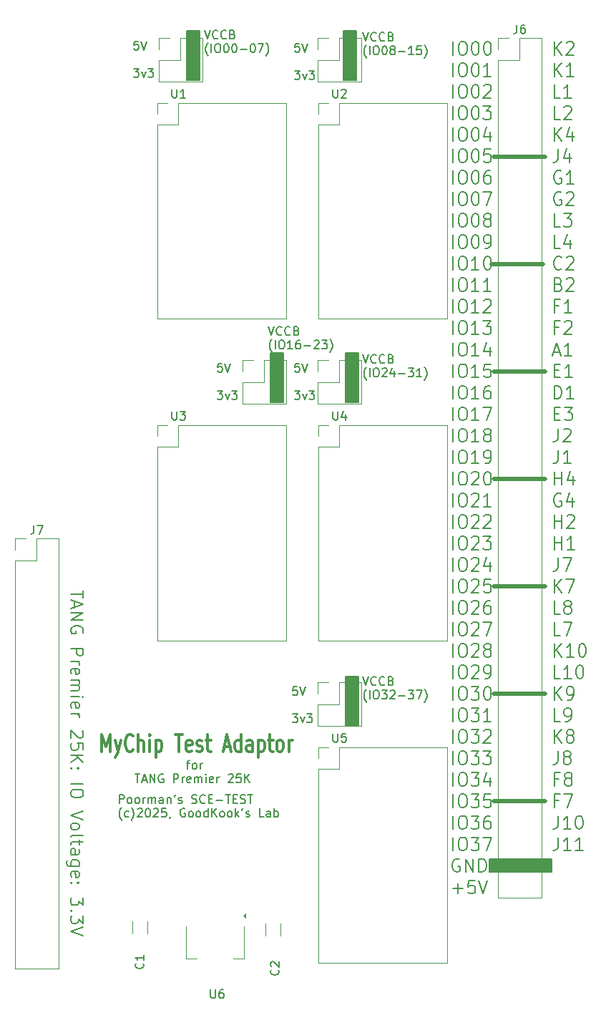
<source format=gbr>
%TF.GenerationSoftware,KiCad,Pcbnew,9.0.1-9.0.1-0~ubuntu24.04.1*%
%TF.CreationDate,2025-04-22T11:48:06+09:00*%
%TF.ProjectId,PSCE-TEST_TANG25K,50534345-2d54-4455-9354-5f54414e4732,rev?*%
%TF.SameCoordinates,Original*%
%TF.FileFunction,Legend,Top*%
%TF.FilePolarity,Positive*%
%FSLAX46Y46*%
G04 Gerber Fmt 4.6, Leading zero omitted, Abs format (unit mm)*
G04 Created by KiCad (PCBNEW 9.0.1-9.0.1-0~ubuntu24.04.1) date 2025-04-22 11:48:06*
%MOMM*%
%LPD*%
G01*
G04 APERTURE LIST*
%ADD10C,0.500000*%
%ADD11C,0.200000*%
%ADD12C,0.300000*%
%ADD13C,0.150000*%
%ADD14C,0.120000*%
G04 APERTURE END LIST*
D10*
X141478000Y-60706000D02*
X147574000Y-60706000D01*
X141478000Y-111506000D02*
X147574000Y-111506000D01*
D11*
X105156000Y-45847000D02*
X106680000Y-45847000D01*
X106680000Y-51689000D01*
X105156000Y-51689000D01*
X105156000Y-45847000D01*
G36*
X105156000Y-45847000D02*
G01*
X106680000Y-45847000D01*
X106680000Y-51689000D01*
X105156000Y-51689000D01*
X105156000Y-45847000D01*
G37*
D10*
X141478000Y-98806000D02*
X147574000Y-98806000D01*
X141224000Y-73406000D02*
X147320000Y-73406000D01*
D11*
X140970000Y-143764000D02*
X148336000Y-143764000D01*
X148336000Y-145288000D01*
X140970000Y-145288000D01*
X140970000Y-143764000D01*
G36*
X140970000Y-143764000D02*
G01*
X148336000Y-143764000D01*
X148336000Y-145288000D01*
X140970000Y-145288000D01*
X140970000Y-143764000D01*
G37*
X115062000Y-83947000D02*
X116586000Y-83947000D01*
X116586000Y-89789000D01*
X115062000Y-89789000D01*
X115062000Y-83947000D01*
G36*
X115062000Y-83947000D02*
G01*
X116586000Y-83947000D01*
X116586000Y-89789000D01*
X115062000Y-89789000D01*
X115062000Y-83947000D01*
G37*
X123698000Y-45847000D02*
X125222000Y-45847000D01*
X125222000Y-51689000D01*
X123698000Y-51689000D01*
X123698000Y-45847000D01*
G36*
X123698000Y-45847000D02*
G01*
X125222000Y-45847000D01*
X125222000Y-51689000D01*
X123698000Y-51689000D01*
X123698000Y-45847000D01*
G37*
X123952000Y-122174000D02*
X125476000Y-122174000D01*
X125476000Y-128016000D01*
X123952000Y-128016000D01*
X123952000Y-122174000D01*
G36*
X123952000Y-122174000D02*
G01*
X125476000Y-122174000D01*
X125476000Y-128016000D01*
X123952000Y-128016000D01*
X123952000Y-122174000D01*
G37*
D10*
X141478000Y-124206000D02*
X147574000Y-124206000D01*
X141478000Y-86106000D02*
X147574000Y-86106000D01*
X141478000Y-136906000D02*
X147574000Y-136906000D01*
D11*
X123952000Y-83947000D02*
X125476000Y-83947000D01*
X125476000Y-89789000D01*
X123952000Y-89789000D01*
X123952000Y-83947000D01*
G36*
X123952000Y-83947000D02*
G01*
X125476000Y-83947000D01*
X125476000Y-89789000D01*
X123952000Y-89789000D01*
X123952000Y-83947000D01*
G37*
X118447863Y-85182331D02*
X117971673Y-85182331D01*
X117971673Y-85182331D02*
X117924054Y-85658521D01*
X117924054Y-85658521D02*
X117971673Y-85610902D01*
X117971673Y-85610902D02*
X118066911Y-85563283D01*
X118066911Y-85563283D02*
X118305006Y-85563283D01*
X118305006Y-85563283D02*
X118400244Y-85610902D01*
X118400244Y-85610902D02*
X118447863Y-85658521D01*
X118447863Y-85658521D02*
X118495482Y-85753759D01*
X118495482Y-85753759D02*
X118495482Y-85991854D01*
X118495482Y-85991854D02*
X118447863Y-86087092D01*
X118447863Y-86087092D02*
X118400244Y-86134712D01*
X118400244Y-86134712D02*
X118305006Y-86182331D01*
X118305006Y-86182331D02*
X118066911Y-86182331D01*
X118066911Y-86182331D02*
X117971673Y-86134712D01*
X117971673Y-86134712D02*
X117924054Y-86087092D01*
X118781197Y-85182331D02*
X119114530Y-86182331D01*
X119114530Y-86182331D02*
X119447863Y-85182331D01*
X117876435Y-88402219D02*
X118495482Y-88402219D01*
X118495482Y-88402219D02*
X118162149Y-88783171D01*
X118162149Y-88783171D02*
X118305006Y-88783171D01*
X118305006Y-88783171D02*
X118400244Y-88830790D01*
X118400244Y-88830790D02*
X118447863Y-88878409D01*
X118447863Y-88878409D02*
X118495482Y-88973647D01*
X118495482Y-88973647D02*
X118495482Y-89211742D01*
X118495482Y-89211742D02*
X118447863Y-89306980D01*
X118447863Y-89306980D02*
X118400244Y-89354600D01*
X118400244Y-89354600D02*
X118305006Y-89402219D01*
X118305006Y-89402219D02*
X118019292Y-89402219D01*
X118019292Y-89402219D02*
X117924054Y-89354600D01*
X117924054Y-89354600D02*
X117876435Y-89306980D01*
X118828816Y-88735552D02*
X119066911Y-89402219D01*
X119066911Y-89402219D02*
X119305006Y-88735552D01*
X119590721Y-88402219D02*
X120209768Y-88402219D01*
X120209768Y-88402219D02*
X119876435Y-88783171D01*
X119876435Y-88783171D02*
X120019292Y-88783171D01*
X120019292Y-88783171D02*
X120114530Y-88830790D01*
X120114530Y-88830790D02*
X120162149Y-88878409D01*
X120162149Y-88878409D02*
X120209768Y-88973647D01*
X120209768Y-88973647D02*
X120209768Y-89211742D01*
X120209768Y-89211742D02*
X120162149Y-89306980D01*
X120162149Y-89306980D02*
X120114530Y-89354600D01*
X120114530Y-89354600D02*
X120019292Y-89402219D01*
X120019292Y-89402219D02*
X119733578Y-89402219D01*
X119733578Y-89402219D02*
X119638340Y-89354600D01*
X119638340Y-89354600D02*
X119590721Y-89306980D01*
X125956816Y-84125275D02*
X126290149Y-85125275D01*
X126290149Y-85125275D02*
X126623482Y-84125275D01*
X127528244Y-85030036D02*
X127480625Y-85077656D01*
X127480625Y-85077656D02*
X127337768Y-85125275D01*
X127337768Y-85125275D02*
X127242530Y-85125275D01*
X127242530Y-85125275D02*
X127099673Y-85077656D01*
X127099673Y-85077656D02*
X127004435Y-84982417D01*
X127004435Y-84982417D02*
X126956816Y-84887179D01*
X126956816Y-84887179D02*
X126909197Y-84696703D01*
X126909197Y-84696703D02*
X126909197Y-84553846D01*
X126909197Y-84553846D02*
X126956816Y-84363370D01*
X126956816Y-84363370D02*
X127004435Y-84268132D01*
X127004435Y-84268132D02*
X127099673Y-84172894D01*
X127099673Y-84172894D02*
X127242530Y-84125275D01*
X127242530Y-84125275D02*
X127337768Y-84125275D01*
X127337768Y-84125275D02*
X127480625Y-84172894D01*
X127480625Y-84172894D02*
X127528244Y-84220513D01*
X128528244Y-85030036D02*
X128480625Y-85077656D01*
X128480625Y-85077656D02*
X128337768Y-85125275D01*
X128337768Y-85125275D02*
X128242530Y-85125275D01*
X128242530Y-85125275D02*
X128099673Y-85077656D01*
X128099673Y-85077656D02*
X128004435Y-84982417D01*
X128004435Y-84982417D02*
X127956816Y-84887179D01*
X127956816Y-84887179D02*
X127909197Y-84696703D01*
X127909197Y-84696703D02*
X127909197Y-84553846D01*
X127909197Y-84553846D02*
X127956816Y-84363370D01*
X127956816Y-84363370D02*
X128004435Y-84268132D01*
X128004435Y-84268132D02*
X128099673Y-84172894D01*
X128099673Y-84172894D02*
X128242530Y-84125275D01*
X128242530Y-84125275D02*
X128337768Y-84125275D01*
X128337768Y-84125275D02*
X128480625Y-84172894D01*
X128480625Y-84172894D02*
X128528244Y-84220513D01*
X129290149Y-84601465D02*
X129433006Y-84649084D01*
X129433006Y-84649084D02*
X129480625Y-84696703D01*
X129480625Y-84696703D02*
X129528244Y-84791941D01*
X129528244Y-84791941D02*
X129528244Y-84934798D01*
X129528244Y-84934798D02*
X129480625Y-85030036D01*
X129480625Y-85030036D02*
X129433006Y-85077656D01*
X129433006Y-85077656D02*
X129337768Y-85125275D01*
X129337768Y-85125275D02*
X128956816Y-85125275D01*
X128956816Y-85125275D02*
X128956816Y-84125275D01*
X128956816Y-84125275D02*
X129290149Y-84125275D01*
X129290149Y-84125275D02*
X129385387Y-84172894D01*
X129385387Y-84172894D02*
X129433006Y-84220513D01*
X129433006Y-84220513D02*
X129480625Y-84315751D01*
X129480625Y-84315751D02*
X129480625Y-84410989D01*
X129480625Y-84410989D02*
X129433006Y-84506227D01*
X129433006Y-84506227D02*
X129385387Y-84553846D01*
X129385387Y-84553846D02*
X129290149Y-84601465D01*
X129290149Y-84601465D02*
X128956816Y-84601465D01*
X126385387Y-87116171D02*
X126337768Y-87068552D01*
X126337768Y-87068552D02*
X126242530Y-86925695D01*
X126242530Y-86925695D02*
X126194911Y-86830457D01*
X126194911Y-86830457D02*
X126147292Y-86687600D01*
X126147292Y-86687600D02*
X126099673Y-86449504D01*
X126099673Y-86449504D02*
X126099673Y-86259028D01*
X126099673Y-86259028D02*
X126147292Y-86020933D01*
X126147292Y-86020933D02*
X126194911Y-85878076D01*
X126194911Y-85878076D02*
X126242530Y-85782838D01*
X126242530Y-85782838D02*
X126337768Y-85639980D01*
X126337768Y-85639980D02*
X126385387Y-85592361D01*
X126766340Y-86735219D02*
X126766340Y-85735219D01*
X127433006Y-85735219D02*
X127623482Y-85735219D01*
X127623482Y-85735219D02*
X127718720Y-85782838D01*
X127718720Y-85782838D02*
X127813958Y-85878076D01*
X127813958Y-85878076D02*
X127861577Y-86068552D01*
X127861577Y-86068552D02*
X127861577Y-86401885D01*
X127861577Y-86401885D02*
X127813958Y-86592361D01*
X127813958Y-86592361D02*
X127718720Y-86687600D01*
X127718720Y-86687600D02*
X127623482Y-86735219D01*
X127623482Y-86735219D02*
X127433006Y-86735219D01*
X127433006Y-86735219D02*
X127337768Y-86687600D01*
X127337768Y-86687600D02*
X127242530Y-86592361D01*
X127242530Y-86592361D02*
X127194911Y-86401885D01*
X127194911Y-86401885D02*
X127194911Y-86068552D01*
X127194911Y-86068552D02*
X127242530Y-85878076D01*
X127242530Y-85878076D02*
X127337768Y-85782838D01*
X127337768Y-85782838D02*
X127433006Y-85735219D01*
X128242530Y-85830457D02*
X128290149Y-85782838D01*
X128290149Y-85782838D02*
X128385387Y-85735219D01*
X128385387Y-85735219D02*
X128623482Y-85735219D01*
X128623482Y-85735219D02*
X128718720Y-85782838D01*
X128718720Y-85782838D02*
X128766339Y-85830457D01*
X128766339Y-85830457D02*
X128813958Y-85925695D01*
X128813958Y-85925695D02*
X128813958Y-86020933D01*
X128813958Y-86020933D02*
X128766339Y-86163790D01*
X128766339Y-86163790D02*
X128194911Y-86735219D01*
X128194911Y-86735219D02*
X128813958Y-86735219D01*
X129671101Y-86068552D02*
X129671101Y-86735219D01*
X129433006Y-85687600D02*
X129194911Y-86401885D01*
X129194911Y-86401885D02*
X129813958Y-86401885D01*
X130194911Y-86354266D02*
X130956816Y-86354266D01*
X131337768Y-85735219D02*
X131956815Y-85735219D01*
X131956815Y-85735219D02*
X131623482Y-86116171D01*
X131623482Y-86116171D02*
X131766339Y-86116171D01*
X131766339Y-86116171D02*
X131861577Y-86163790D01*
X131861577Y-86163790D02*
X131909196Y-86211409D01*
X131909196Y-86211409D02*
X131956815Y-86306647D01*
X131956815Y-86306647D02*
X131956815Y-86544742D01*
X131956815Y-86544742D02*
X131909196Y-86639980D01*
X131909196Y-86639980D02*
X131861577Y-86687600D01*
X131861577Y-86687600D02*
X131766339Y-86735219D01*
X131766339Y-86735219D02*
X131480625Y-86735219D01*
X131480625Y-86735219D02*
X131385387Y-86687600D01*
X131385387Y-86687600D02*
X131337768Y-86639980D01*
X132909196Y-86735219D02*
X132337768Y-86735219D01*
X132623482Y-86735219D02*
X132623482Y-85735219D01*
X132623482Y-85735219D02*
X132528244Y-85878076D01*
X132528244Y-85878076D02*
X132433006Y-85973314D01*
X132433006Y-85973314D02*
X132337768Y-86020933D01*
X133242530Y-87116171D02*
X133290149Y-87068552D01*
X133290149Y-87068552D02*
X133385387Y-86925695D01*
X133385387Y-86925695D02*
X133433006Y-86830457D01*
X133433006Y-86830457D02*
X133480625Y-86687600D01*
X133480625Y-86687600D02*
X133528244Y-86449504D01*
X133528244Y-86449504D02*
X133528244Y-86259028D01*
X133528244Y-86259028D02*
X133480625Y-86020933D01*
X133480625Y-86020933D02*
X133433006Y-85878076D01*
X133433006Y-85878076D02*
X133385387Y-85782838D01*
X133385387Y-85782838D02*
X133290149Y-85639980D01*
X133290149Y-85639980D02*
X133242530Y-85592361D01*
X99397863Y-47082331D02*
X98921673Y-47082331D01*
X98921673Y-47082331D02*
X98874054Y-47558521D01*
X98874054Y-47558521D02*
X98921673Y-47510902D01*
X98921673Y-47510902D02*
X99016911Y-47463283D01*
X99016911Y-47463283D02*
X99255006Y-47463283D01*
X99255006Y-47463283D02*
X99350244Y-47510902D01*
X99350244Y-47510902D02*
X99397863Y-47558521D01*
X99397863Y-47558521D02*
X99445482Y-47653759D01*
X99445482Y-47653759D02*
X99445482Y-47891854D01*
X99445482Y-47891854D02*
X99397863Y-47987092D01*
X99397863Y-47987092D02*
X99350244Y-48034712D01*
X99350244Y-48034712D02*
X99255006Y-48082331D01*
X99255006Y-48082331D02*
X99016911Y-48082331D01*
X99016911Y-48082331D02*
X98921673Y-48034712D01*
X98921673Y-48034712D02*
X98874054Y-47987092D01*
X99731197Y-47082331D02*
X100064530Y-48082331D01*
X100064530Y-48082331D02*
X100397863Y-47082331D01*
X98826435Y-50302219D02*
X99445482Y-50302219D01*
X99445482Y-50302219D02*
X99112149Y-50683171D01*
X99112149Y-50683171D02*
X99255006Y-50683171D01*
X99255006Y-50683171D02*
X99350244Y-50730790D01*
X99350244Y-50730790D02*
X99397863Y-50778409D01*
X99397863Y-50778409D02*
X99445482Y-50873647D01*
X99445482Y-50873647D02*
X99445482Y-51111742D01*
X99445482Y-51111742D02*
X99397863Y-51206980D01*
X99397863Y-51206980D02*
X99350244Y-51254600D01*
X99350244Y-51254600D02*
X99255006Y-51302219D01*
X99255006Y-51302219D02*
X98969292Y-51302219D01*
X98969292Y-51302219D02*
X98874054Y-51254600D01*
X98874054Y-51254600D02*
X98826435Y-51206980D01*
X99778816Y-50635552D02*
X100016911Y-51302219D01*
X100016911Y-51302219D02*
X100255006Y-50635552D01*
X100540721Y-50302219D02*
X101159768Y-50302219D01*
X101159768Y-50302219D02*
X100826435Y-50683171D01*
X100826435Y-50683171D02*
X100969292Y-50683171D01*
X100969292Y-50683171D02*
X101064530Y-50730790D01*
X101064530Y-50730790D02*
X101112149Y-50778409D01*
X101112149Y-50778409D02*
X101159768Y-50873647D01*
X101159768Y-50873647D02*
X101159768Y-51111742D01*
X101159768Y-51111742D02*
X101112149Y-51206980D01*
X101112149Y-51206980D02*
X101064530Y-51254600D01*
X101064530Y-51254600D02*
X100969292Y-51302219D01*
X100969292Y-51302219D02*
X100683578Y-51302219D01*
X100683578Y-51302219D02*
X100588340Y-51254600D01*
X100588340Y-51254600D02*
X100540721Y-51206980D01*
X136632720Y-48673470D02*
X136632720Y-47093470D01*
X137632721Y-47093470D02*
X137918435Y-47093470D01*
X137918435Y-47093470D02*
X138061292Y-47168708D01*
X138061292Y-47168708D02*
X138204149Y-47319184D01*
X138204149Y-47319184D02*
X138275578Y-47620136D01*
X138275578Y-47620136D02*
X138275578Y-48146803D01*
X138275578Y-48146803D02*
X138204149Y-48447755D01*
X138204149Y-48447755D02*
X138061292Y-48598232D01*
X138061292Y-48598232D02*
X137918435Y-48673470D01*
X137918435Y-48673470D02*
X137632721Y-48673470D01*
X137632721Y-48673470D02*
X137489864Y-48598232D01*
X137489864Y-48598232D02*
X137347006Y-48447755D01*
X137347006Y-48447755D02*
X137275578Y-48146803D01*
X137275578Y-48146803D02*
X137275578Y-47620136D01*
X137275578Y-47620136D02*
X137347006Y-47319184D01*
X137347006Y-47319184D02*
X137489864Y-47168708D01*
X137489864Y-47168708D02*
X137632721Y-47093470D01*
X139204150Y-47093470D02*
X139347007Y-47093470D01*
X139347007Y-47093470D02*
X139489864Y-47168708D01*
X139489864Y-47168708D02*
X139561293Y-47243946D01*
X139561293Y-47243946D02*
X139632721Y-47394422D01*
X139632721Y-47394422D02*
X139704150Y-47695374D01*
X139704150Y-47695374D02*
X139704150Y-48071565D01*
X139704150Y-48071565D02*
X139632721Y-48372517D01*
X139632721Y-48372517D02*
X139561293Y-48522993D01*
X139561293Y-48522993D02*
X139489864Y-48598232D01*
X139489864Y-48598232D02*
X139347007Y-48673470D01*
X139347007Y-48673470D02*
X139204150Y-48673470D01*
X139204150Y-48673470D02*
X139061293Y-48598232D01*
X139061293Y-48598232D02*
X138989864Y-48522993D01*
X138989864Y-48522993D02*
X138918435Y-48372517D01*
X138918435Y-48372517D02*
X138847007Y-48071565D01*
X138847007Y-48071565D02*
X138847007Y-47695374D01*
X138847007Y-47695374D02*
X138918435Y-47394422D01*
X138918435Y-47394422D02*
X138989864Y-47243946D01*
X138989864Y-47243946D02*
X139061293Y-47168708D01*
X139061293Y-47168708D02*
X139204150Y-47093470D01*
X140632721Y-47093470D02*
X140775578Y-47093470D01*
X140775578Y-47093470D02*
X140918435Y-47168708D01*
X140918435Y-47168708D02*
X140989864Y-47243946D01*
X140989864Y-47243946D02*
X141061292Y-47394422D01*
X141061292Y-47394422D02*
X141132721Y-47695374D01*
X141132721Y-47695374D02*
X141132721Y-48071565D01*
X141132721Y-48071565D02*
X141061292Y-48372517D01*
X141061292Y-48372517D02*
X140989864Y-48522993D01*
X140989864Y-48522993D02*
X140918435Y-48598232D01*
X140918435Y-48598232D02*
X140775578Y-48673470D01*
X140775578Y-48673470D02*
X140632721Y-48673470D01*
X140632721Y-48673470D02*
X140489864Y-48598232D01*
X140489864Y-48598232D02*
X140418435Y-48522993D01*
X140418435Y-48522993D02*
X140347006Y-48372517D01*
X140347006Y-48372517D02*
X140275578Y-48071565D01*
X140275578Y-48071565D02*
X140275578Y-47695374D01*
X140275578Y-47695374D02*
X140347006Y-47394422D01*
X140347006Y-47394422D02*
X140418435Y-47243946D01*
X140418435Y-47243946D02*
X140489864Y-47168708D01*
X140489864Y-47168708D02*
X140632721Y-47093470D01*
X148632719Y-48673470D02*
X148632719Y-47093470D01*
X149489862Y-48673470D02*
X148847005Y-47770612D01*
X149489862Y-47093470D02*
X148632719Y-47996327D01*
X150061291Y-47243946D02*
X150132719Y-47168708D01*
X150132719Y-47168708D02*
X150275577Y-47093470D01*
X150275577Y-47093470D02*
X150632719Y-47093470D01*
X150632719Y-47093470D02*
X150775577Y-47168708D01*
X150775577Y-47168708D02*
X150847005Y-47243946D01*
X150847005Y-47243946D02*
X150918434Y-47394422D01*
X150918434Y-47394422D02*
X150918434Y-47544898D01*
X150918434Y-47544898D02*
X150847005Y-47770612D01*
X150847005Y-47770612D02*
X149989862Y-48673470D01*
X149989862Y-48673470D02*
X150918434Y-48673470D01*
X136632720Y-51217182D02*
X136632720Y-49637182D01*
X137632721Y-49637182D02*
X137918435Y-49637182D01*
X137918435Y-49637182D02*
X138061292Y-49712420D01*
X138061292Y-49712420D02*
X138204149Y-49862896D01*
X138204149Y-49862896D02*
X138275578Y-50163848D01*
X138275578Y-50163848D02*
X138275578Y-50690515D01*
X138275578Y-50690515D02*
X138204149Y-50991467D01*
X138204149Y-50991467D02*
X138061292Y-51141944D01*
X138061292Y-51141944D02*
X137918435Y-51217182D01*
X137918435Y-51217182D02*
X137632721Y-51217182D01*
X137632721Y-51217182D02*
X137489864Y-51141944D01*
X137489864Y-51141944D02*
X137347006Y-50991467D01*
X137347006Y-50991467D02*
X137275578Y-50690515D01*
X137275578Y-50690515D02*
X137275578Y-50163848D01*
X137275578Y-50163848D02*
X137347006Y-49862896D01*
X137347006Y-49862896D02*
X137489864Y-49712420D01*
X137489864Y-49712420D02*
X137632721Y-49637182D01*
X139204150Y-49637182D02*
X139347007Y-49637182D01*
X139347007Y-49637182D02*
X139489864Y-49712420D01*
X139489864Y-49712420D02*
X139561293Y-49787658D01*
X139561293Y-49787658D02*
X139632721Y-49938134D01*
X139632721Y-49938134D02*
X139704150Y-50239086D01*
X139704150Y-50239086D02*
X139704150Y-50615277D01*
X139704150Y-50615277D02*
X139632721Y-50916229D01*
X139632721Y-50916229D02*
X139561293Y-51066705D01*
X139561293Y-51066705D02*
X139489864Y-51141944D01*
X139489864Y-51141944D02*
X139347007Y-51217182D01*
X139347007Y-51217182D02*
X139204150Y-51217182D01*
X139204150Y-51217182D02*
X139061293Y-51141944D01*
X139061293Y-51141944D02*
X138989864Y-51066705D01*
X138989864Y-51066705D02*
X138918435Y-50916229D01*
X138918435Y-50916229D02*
X138847007Y-50615277D01*
X138847007Y-50615277D02*
X138847007Y-50239086D01*
X138847007Y-50239086D02*
X138918435Y-49938134D01*
X138918435Y-49938134D02*
X138989864Y-49787658D01*
X138989864Y-49787658D02*
X139061293Y-49712420D01*
X139061293Y-49712420D02*
X139204150Y-49637182D01*
X141132721Y-51217182D02*
X140275578Y-51217182D01*
X140704149Y-51217182D02*
X140704149Y-49637182D01*
X140704149Y-49637182D02*
X140561292Y-49862896D01*
X140561292Y-49862896D02*
X140418435Y-50013372D01*
X140418435Y-50013372D02*
X140275578Y-50088610D01*
X148632719Y-51217182D02*
X148632719Y-49637182D01*
X149489862Y-51217182D02*
X148847005Y-50314324D01*
X149489862Y-49637182D02*
X148632719Y-50540039D01*
X150918434Y-51217182D02*
X150061291Y-51217182D01*
X150489862Y-51217182D02*
X150489862Y-49637182D01*
X150489862Y-49637182D02*
X150347005Y-49862896D01*
X150347005Y-49862896D02*
X150204148Y-50013372D01*
X150204148Y-50013372D02*
X150061291Y-50088610D01*
X136632720Y-53760894D02*
X136632720Y-52180894D01*
X137632721Y-52180894D02*
X137918435Y-52180894D01*
X137918435Y-52180894D02*
X138061292Y-52256132D01*
X138061292Y-52256132D02*
X138204149Y-52406608D01*
X138204149Y-52406608D02*
X138275578Y-52707560D01*
X138275578Y-52707560D02*
X138275578Y-53234227D01*
X138275578Y-53234227D02*
X138204149Y-53535179D01*
X138204149Y-53535179D02*
X138061292Y-53685656D01*
X138061292Y-53685656D02*
X137918435Y-53760894D01*
X137918435Y-53760894D02*
X137632721Y-53760894D01*
X137632721Y-53760894D02*
X137489864Y-53685656D01*
X137489864Y-53685656D02*
X137347006Y-53535179D01*
X137347006Y-53535179D02*
X137275578Y-53234227D01*
X137275578Y-53234227D02*
X137275578Y-52707560D01*
X137275578Y-52707560D02*
X137347006Y-52406608D01*
X137347006Y-52406608D02*
X137489864Y-52256132D01*
X137489864Y-52256132D02*
X137632721Y-52180894D01*
X139204150Y-52180894D02*
X139347007Y-52180894D01*
X139347007Y-52180894D02*
X139489864Y-52256132D01*
X139489864Y-52256132D02*
X139561293Y-52331370D01*
X139561293Y-52331370D02*
X139632721Y-52481846D01*
X139632721Y-52481846D02*
X139704150Y-52782798D01*
X139704150Y-52782798D02*
X139704150Y-53158989D01*
X139704150Y-53158989D02*
X139632721Y-53459941D01*
X139632721Y-53459941D02*
X139561293Y-53610417D01*
X139561293Y-53610417D02*
X139489864Y-53685656D01*
X139489864Y-53685656D02*
X139347007Y-53760894D01*
X139347007Y-53760894D02*
X139204150Y-53760894D01*
X139204150Y-53760894D02*
X139061293Y-53685656D01*
X139061293Y-53685656D02*
X138989864Y-53610417D01*
X138989864Y-53610417D02*
X138918435Y-53459941D01*
X138918435Y-53459941D02*
X138847007Y-53158989D01*
X138847007Y-53158989D02*
X138847007Y-52782798D01*
X138847007Y-52782798D02*
X138918435Y-52481846D01*
X138918435Y-52481846D02*
X138989864Y-52331370D01*
X138989864Y-52331370D02*
X139061293Y-52256132D01*
X139061293Y-52256132D02*
X139204150Y-52180894D01*
X140275578Y-52331370D02*
X140347006Y-52256132D01*
X140347006Y-52256132D02*
X140489864Y-52180894D01*
X140489864Y-52180894D02*
X140847006Y-52180894D01*
X140847006Y-52180894D02*
X140989864Y-52256132D01*
X140989864Y-52256132D02*
X141061292Y-52331370D01*
X141061292Y-52331370D02*
X141132721Y-52481846D01*
X141132721Y-52481846D02*
X141132721Y-52632322D01*
X141132721Y-52632322D02*
X141061292Y-52858036D01*
X141061292Y-52858036D02*
X140204149Y-53760894D01*
X140204149Y-53760894D02*
X141132721Y-53760894D01*
X149347005Y-53760894D02*
X148632719Y-53760894D01*
X148632719Y-53760894D02*
X148632719Y-52180894D01*
X150632720Y-53760894D02*
X149775577Y-53760894D01*
X150204148Y-53760894D02*
X150204148Y-52180894D01*
X150204148Y-52180894D02*
X150061291Y-52406608D01*
X150061291Y-52406608D02*
X149918434Y-52557084D01*
X149918434Y-52557084D02*
X149775577Y-52632322D01*
X136632720Y-56304606D02*
X136632720Y-54724606D01*
X137632721Y-54724606D02*
X137918435Y-54724606D01*
X137918435Y-54724606D02*
X138061292Y-54799844D01*
X138061292Y-54799844D02*
X138204149Y-54950320D01*
X138204149Y-54950320D02*
X138275578Y-55251272D01*
X138275578Y-55251272D02*
X138275578Y-55777939D01*
X138275578Y-55777939D02*
X138204149Y-56078891D01*
X138204149Y-56078891D02*
X138061292Y-56229368D01*
X138061292Y-56229368D02*
X137918435Y-56304606D01*
X137918435Y-56304606D02*
X137632721Y-56304606D01*
X137632721Y-56304606D02*
X137489864Y-56229368D01*
X137489864Y-56229368D02*
X137347006Y-56078891D01*
X137347006Y-56078891D02*
X137275578Y-55777939D01*
X137275578Y-55777939D02*
X137275578Y-55251272D01*
X137275578Y-55251272D02*
X137347006Y-54950320D01*
X137347006Y-54950320D02*
X137489864Y-54799844D01*
X137489864Y-54799844D02*
X137632721Y-54724606D01*
X139204150Y-54724606D02*
X139347007Y-54724606D01*
X139347007Y-54724606D02*
X139489864Y-54799844D01*
X139489864Y-54799844D02*
X139561293Y-54875082D01*
X139561293Y-54875082D02*
X139632721Y-55025558D01*
X139632721Y-55025558D02*
X139704150Y-55326510D01*
X139704150Y-55326510D02*
X139704150Y-55702701D01*
X139704150Y-55702701D02*
X139632721Y-56003653D01*
X139632721Y-56003653D02*
X139561293Y-56154129D01*
X139561293Y-56154129D02*
X139489864Y-56229368D01*
X139489864Y-56229368D02*
X139347007Y-56304606D01*
X139347007Y-56304606D02*
X139204150Y-56304606D01*
X139204150Y-56304606D02*
X139061293Y-56229368D01*
X139061293Y-56229368D02*
X138989864Y-56154129D01*
X138989864Y-56154129D02*
X138918435Y-56003653D01*
X138918435Y-56003653D02*
X138847007Y-55702701D01*
X138847007Y-55702701D02*
X138847007Y-55326510D01*
X138847007Y-55326510D02*
X138918435Y-55025558D01*
X138918435Y-55025558D02*
X138989864Y-54875082D01*
X138989864Y-54875082D02*
X139061293Y-54799844D01*
X139061293Y-54799844D02*
X139204150Y-54724606D01*
X140204149Y-54724606D02*
X141132721Y-54724606D01*
X141132721Y-54724606D02*
X140632721Y-55326510D01*
X140632721Y-55326510D02*
X140847006Y-55326510D01*
X140847006Y-55326510D02*
X140989864Y-55401748D01*
X140989864Y-55401748D02*
X141061292Y-55476987D01*
X141061292Y-55476987D02*
X141132721Y-55627463D01*
X141132721Y-55627463D02*
X141132721Y-56003653D01*
X141132721Y-56003653D02*
X141061292Y-56154129D01*
X141061292Y-56154129D02*
X140989864Y-56229368D01*
X140989864Y-56229368D02*
X140847006Y-56304606D01*
X140847006Y-56304606D02*
X140418435Y-56304606D01*
X140418435Y-56304606D02*
X140275578Y-56229368D01*
X140275578Y-56229368D02*
X140204149Y-56154129D01*
X149347005Y-56304606D02*
X148632719Y-56304606D01*
X148632719Y-56304606D02*
X148632719Y-54724606D01*
X149775577Y-54875082D02*
X149847005Y-54799844D01*
X149847005Y-54799844D02*
X149989863Y-54724606D01*
X149989863Y-54724606D02*
X150347005Y-54724606D01*
X150347005Y-54724606D02*
X150489863Y-54799844D01*
X150489863Y-54799844D02*
X150561291Y-54875082D01*
X150561291Y-54875082D02*
X150632720Y-55025558D01*
X150632720Y-55025558D02*
X150632720Y-55176034D01*
X150632720Y-55176034D02*
X150561291Y-55401748D01*
X150561291Y-55401748D02*
X149704148Y-56304606D01*
X149704148Y-56304606D02*
X150632720Y-56304606D01*
X136632720Y-58848318D02*
X136632720Y-57268318D01*
X137632721Y-57268318D02*
X137918435Y-57268318D01*
X137918435Y-57268318D02*
X138061292Y-57343556D01*
X138061292Y-57343556D02*
X138204149Y-57494032D01*
X138204149Y-57494032D02*
X138275578Y-57794984D01*
X138275578Y-57794984D02*
X138275578Y-58321651D01*
X138275578Y-58321651D02*
X138204149Y-58622603D01*
X138204149Y-58622603D02*
X138061292Y-58773080D01*
X138061292Y-58773080D02*
X137918435Y-58848318D01*
X137918435Y-58848318D02*
X137632721Y-58848318D01*
X137632721Y-58848318D02*
X137489864Y-58773080D01*
X137489864Y-58773080D02*
X137347006Y-58622603D01*
X137347006Y-58622603D02*
X137275578Y-58321651D01*
X137275578Y-58321651D02*
X137275578Y-57794984D01*
X137275578Y-57794984D02*
X137347006Y-57494032D01*
X137347006Y-57494032D02*
X137489864Y-57343556D01*
X137489864Y-57343556D02*
X137632721Y-57268318D01*
X139204150Y-57268318D02*
X139347007Y-57268318D01*
X139347007Y-57268318D02*
X139489864Y-57343556D01*
X139489864Y-57343556D02*
X139561293Y-57418794D01*
X139561293Y-57418794D02*
X139632721Y-57569270D01*
X139632721Y-57569270D02*
X139704150Y-57870222D01*
X139704150Y-57870222D02*
X139704150Y-58246413D01*
X139704150Y-58246413D02*
X139632721Y-58547365D01*
X139632721Y-58547365D02*
X139561293Y-58697841D01*
X139561293Y-58697841D02*
X139489864Y-58773080D01*
X139489864Y-58773080D02*
X139347007Y-58848318D01*
X139347007Y-58848318D02*
X139204150Y-58848318D01*
X139204150Y-58848318D02*
X139061293Y-58773080D01*
X139061293Y-58773080D02*
X138989864Y-58697841D01*
X138989864Y-58697841D02*
X138918435Y-58547365D01*
X138918435Y-58547365D02*
X138847007Y-58246413D01*
X138847007Y-58246413D02*
X138847007Y-57870222D01*
X138847007Y-57870222D02*
X138918435Y-57569270D01*
X138918435Y-57569270D02*
X138989864Y-57418794D01*
X138989864Y-57418794D02*
X139061293Y-57343556D01*
X139061293Y-57343556D02*
X139204150Y-57268318D01*
X140989864Y-57794984D02*
X140989864Y-58848318D01*
X140632721Y-57193080D02*
X140275578Y-58321651D01*
X140275578Y-58321651D02*
X141204149Y-58321651D01*
X148632719Y-58848318D02*
X148632719Y-57268318D01*
X149489862Y-58848318D02*
X148847005Y-57945460D01*
X149489862Y-57268318D02*
X148632719Y-58171175D01*
X150775577Y-57794984D02*
X150775577Y-58848318D01*
X150418434Y-57193080D02*
X150061291Y-58321651D01*
X150061291Y-58321651D02*
X150989862Y-58321651D01*
X136632720Y-61392030D02*
X136632720Y-59812030D01*
X137632721Y-59812030D02*
X137918435Y-59812030D01*
X137918435Y-59812030D02*
X138061292Y-59887268D01*
X138061292Y-59887268D02*
X138204149Y-60037744D01*
X138204149Y-60037744D02*
X138275578Y-60338696D01*
X138275578Y-60338696D02*
X138275578Y-60865363D01*
X138275578Y-60865363D02*
X138204149Y-61166315D01*
X138204149Y-61166315D02*
X138061292Y-61316792D01*
X138061292Y-61316792D02*
X137918435Y-61392030D01*
X137918435Y-61392030D02*
X137632721Y-61392030D01*
X137632721Y-61392030D02*
X137489864Y-61316792D01*
X137489864Y-61316792D02*
X137347006Y-61166315D01*
X137347006Y-61166315D02*
X137275578Y-60865363D01*
X137275578Y-60865363D02*
X137275578Y-60338696D01*
X137275578Y-60338696D02*
X137347006Y-60037744D01*
X137347006Y-60037744D02*
X137489864Y-59887268D01*
X137489864Y-59887268D02*
X137632721Y-59812030D01*
X139204150Y-59812030D02*
X139347007Y-59812030D01*
X139347007Y-59812030D02*
X139489864Y-59887268D01*
X139489864Y-59887268D02*
X139561293Y-59962506D01*
X139561293Y-59962506D02*
X139632721Y-60112982D01*
X139632721Y-60112982D02*
X139704150Y-60413934D01*
X139704150Y-60413934D02*
X139704150Y-60790125D01*
X139704150Y-60790125D02*
X139632721Y-61091077D01*
X139632721Y-61091077D02*
X139561293Y-61241553D01*
X139561293Y-61241553D02*
X139489864Y-61316792D01*
X139489864Y-61316792D02*
X139347007Y-61392030D01*
X139347007Y-61392030D02*
X139204150Y-61392030D01*
X139204150Y-61392030D02*
X139061293Y-61316792D01*
X139061293Y-61316792D02*
X138989864Y-61241553D01*
X138989864Y-61241553D02*
X138918435Y-61091077D01*
X138918435Y-61091077D02*
X138847007Y-60790125D01*
X138847007Y-60790125D02*
X138847007Y-60413934D01*
X138847007Y-60413934D02*
X138918435Y-60112982D01*
X138918435Y-60112982D02*
X138989864Y-59962506D01*
X138989864Y-59962506D02*
X139061293Y-59887268D01*
X139061293Y-59887268D02*
X139204150Y-59812030D01*
X141061292Y-59812030D02*
X140347006Y-59812030D01*
X140347006Y-59812030D02*
X140275578Y-60564411D01*
X140275578Y-60564411D02*
X140347006Y-60489172D01*
X140347006Y-60489172D02*
X140489864Y-60413934D01*
X140489864Y-60413934D02*
X140847006Y-60413934D01*
X140847006Y-60413934D02*
X140989864Y-60489172D01*
X140989864Y-60489172D02*
X141061292Y-60564411D01*
X141061292Y-60564411D02*
X141132721Y-60714887D01*
X141132721Y-60714887D02*
X141132721Y-61091077D01*
X141132721Y-61091077D02*
X141061292Y-61241553D01*
X141061292Y-61241553D02*
X140989864Y-61316792D01*
X140989864Y-61316792D02*
X140847006Y-61392030D01*
X140847006Y-61392030D02*
X140489864Y-61392030D01*
X140489864Y-61392030D02*
X140347006Y-61316792D01*
X140347006Y-61316792D02*
X140275578Y-61241553D01*
X149061291Y-59812030D02*
X149061291Y-60940601D01*
X149061291Y-60940601D02*
X148989862Y-61166315D01*
X148989862Y-61166315D02*
X148847005Y-61316792D01*
X148847005Y-61316792D02*
X148632719Y-61392030D01*
X148632719Y-61392030D02*
X148489862Y-61392030D01*
X150418434Y-60338696D02*
X150418434Y-61392030D01*
X150061291Y-59736792D02*
X149704148Y-60865363D01*
X149704148Y-60865363D02*
X150632719Y-60865363D01*
X136632720Y-63935742D02*
X136632720Y-62355742D01*
X137632721Y-62355742D02*
X137918435Y-62355742D01*
X137918435Y-62355742D02*
X138061292Y-62430980D01*
X138061292Y-62430980D02*
X138204149Y-62581456D01*
X138204149Y-62581456D02*
X138275578Y-62882408D01*
X138275578Y-62882408D02*
X138275578Y-63409075D01*
X138275578Y-63409075D02*
X138204149Y-63710027D01*
X138204149Y-63710027D02*
X138061292Y-63860504D01*
X138061292Y-63860504D02*
X137918435Y-63935742D01*
X137918435Y-63935742D02*
X137632721Y-63935742D01*
X137632721Y-63935742D02*
X137489864Y-63860504D01*
X137489864Y-63860504D02*
X137347006Y-63710027D01*
X137347006Y-63710027D02*
X137275578Y-63409075D01*
X137275578Y-63409075D02*
X137275578Y-62882408D01*
X137275578Y-62882408D02*
X137347006Y-62581456D01*
X137347006Y-62581456D02*
X137489864Y-62430980D01*
X137489864Y-62430980D02*
X137632721Y-62355742D01*
X139204150Y-62355742D02*
X139347007Y-62355742D01*
X139347007Y-62355742D02*
X139489864Y-62430980D01*
X139489864Y-62430980D02*
X139561293Y-62506218D01*
X139561293Y-62506218D02*
X139632721Y-62656694D01*
X139632721Y-62656694D02*
X139704150Y-62957646D01*
X139704150Y-62957646D02*
X139704150Y-63333837D01*
X139704150Y-63333837D02*
X139632721Y-63634789D01*
X139632721Y-63634789D02*
X139561293Y-63785265D01*
X139561293Y-63785265D02*
X139489864Y-63860504D01*
X139489864Y-63860504D02*
X139347007Y-63935742D01*
X139347007Y-63935742D02*
X139204150Y-63935742D01*
X139204150Y-63935742D02*
X139061293Y-63860504D01*
X139061293Y-63860504D02*
X138989864Y-63785265D01*
X138989864Y-63785265D02*
X138918435Y-63634789D01*
X138918435Y-63634789D02*
X138847007Y-63333837D01*
X138847007Y-63333837D02*
X138847007Y-62957646D01*
X138847007Y-62957646D02*
X138918435Y-62656694D01*
X138918435Y-62656694D02*
X138989864Y-62506218D01*
X138989864Y-62506218D02*
X139061293Y-62430980D01*
X139061293Y-62430980D02*
X139204150Y-62355742D01*
X140989864Y-62355742D02*
X140704149Y-62355742D01*
X140704149Y-62355742D02*
X140561292Y-62430980D01*
X140561292Y-62430980D02*
X140489864Y-62506218D01*
X140489864Y-62506218D02*
X140347006Y-62731932D01*
X140347006Y-62731932D02*
X140275578Y-63032884D01*
X140275578Y-63032884D02*
X140275578Y-63634789D01*
X140275578Y-63634789D02*
X140347006Y-63785265D01*
X140347006Y-63785265D02*
X140418435Y-63860504D01*
X140418435Y-63860504D02*
X140561292Y-63935742D01*
X140561292Y-63935742D02*
X140847006Y-63935742D01*
X140847006Y-63935742D02*
X140989864Y-63860504D01*
X140989864Y-63860504D02*
X141061292Y-63785265D01*
X141061292Y-63785265D02*
X141132721Y-63634789D01*
X141132721Y-63634789D02*
X141132721Y-63258599D01*
X141132721Y-63258599D02*
X141061292Y-63108123D01*
X141061292Y-63108123D02*
X140989864Y-63032884D01*
X140989864Y-63032884D02*
X140847006Y-62957646D01*
X140847006Y-62957646D02*
X140561292Y-62957646D01*
X140561292Y-62957646D02*
X140418435Y-63032884D01*
X140418435Y-63032884D02*
X140347006Y-63108123D01*
X140347006Y-63108123D02*
X140275578Y-63258599D01*
X149418434Y-62430980D02*
X149275577Y-62355742D01*
X149275577Y-62355742D02*
X149061291Y-62355742D01*
X149061291Y-62355742D02*
X148847005Y-62430980D01*
X148847005Y-62430980D02*
X148704148Y-62581456D01*
X148704148Y-62581456D02*
X148632719Y-62731932D01*
X148632719Y-62731932D02*
X148561291Y-63032884D01*
X148561291Y-63032884D02*
X148561291Y-63258599D01*
X148561291Y-63258599D02*
X148632719Y-63559551D01*
X148632719Y-63559551D02*
X148704148Y-63710027D01*
X148704148Y-63710027D02*
X148847005Y-63860504D01*
X148847005Y-63860504D02*
X149061291Y-63935742D01*
X149061291Y-63935742D02*
X149204148Y-63935742D01*
X149204148Y-63935742D02*
X149418434Y-63860504D01*
X149418434Y-63860504D02*
X149489862Y-63785265D01*
X149489862Y-63785265D02*
X149489862Y-63258599D01*
X149489862Y-63258599D02*
X149204148Y-63258599D01*
X150918434Y-63935742D02*
X150061291Y-63935742D01*
X150489862Y-63935742D02*
X150489862Y-62355742D01*
X150489862Y-62355742D02*
X150347005Y-62581456D01*
X150347005Y-62581456D02*
X150204148Y-62731932D01*
X150204148Y-62731932D02*
X150061291Y-62807170D01*
X136632720Y-66479454D02*
X136632720Y-64899454D01*
X137632721Y-64899454D02*
X137918435Y-64899454D01*
X137918435Y-64899454D02*
X138061292Y-64974692D01*
X138061292Y-64974692D02*
X138204149Y-65125168D01*
X138204149Y-65125168D02*
X138275578Y-65426120D01*
X138275578Y-65426120D02*
X138275578Y-65952787D01*
X138275578Y-65952787D02*
X138204149Y-66253739D01*
X138204149Y-66253739D02*
X138061292Y-66404216D01*
X138061292Y-66404216D02*
X137918435Y-66479454D01*
X137918435Y-66479454D02*
X137632721Y-66479454D01*
X137632721Y-66479454D02*
X137489864Y-66404216D01*
X137489864Y-66404216D02*
X137347006Y-66253739D01*
X137347006Y-66253739D02*
X137275578Y-65952787D01*
X137275578Y-65952787D02*
X137275578Y-65426120D01*
X137275578Y-65426120D02*
X137347006Y-65125168D01*
X137347006Y-65125168D02*
X137489864Y-64974692D01*
X137489864Y-64974692D02*
X137632721Y-64899454D01*
X139204150Y-64899454D02*
X139347007Y-64899454D01*
X139347007Y-64899454D02*
X139489864Y-64974692D01*
X139489864Y-64974692D02*
X139561293Y-65049930D01*
X139561293Y-65049930D02*
X139632721Y-65200406D01*
X139632721Y-65200406D02*
X139704150Y-65501358D01*
X139704150Y-65501358D02*
X139704150Y-65877549D01*
X139704150Y-65877549D02*
X139632721Y-66178501D01*
X139632721Y-66178501D02*
X139561293Y-66328977D01*
X139561293Y-66328977D02*
X139489864Y-66404216D01*
X139489864Y-66404216D02*
X139347007Y-66479454D01*
X139347007Y-66479454D02*
X139204150Y-66479454D01*
X139204150Y-66479454D02*
X139061293Y-66404216D01*
X139061293Y-66404216D02*
X138989864Y-66328977D01*
X138989864Y-66328977D02*
X138918435Y-66178501D01*
X138918435Y-66178501D02*
X138847007Y-65877549D01*
X138847007Y-65877549D02*
X138847007Y-65501358D01*
X138847007Y-65501358D02*
X138918435Y-65200406D01*
X138918435Y-65200406D02*
X138989864Y-65049930D01*
X138989864Y-65049930D02*
X139061293Y-64974692D01*
X139061293Y-64974692D02*
X139204150Y-64899454D01*
X140204149Y-64899454D02*
X141204149Y-64899454D01*
X141204149Y-64899454D02*
X140561292Y-66479454D01*
X149418434Y-64974692D02*
X149275577Y-64899454D01*
X149275577Y-64899454D02*
X149061291Y-64899454D01*
X149061291Y-64899454D02*
X148847005Y-64974692D01*
X148847005Y-64974692D02*
X148704148Y-65125168D01*
X148704148Y-65125168D02*
X148632719Y-65275644D01*
X148632719Y-65275644D02*
X148561291Y-65576596D01*
X148561291Y-65576596D02*
X148561291Y-65802311D01*
X148561291Y-65802311D02*
X148632719Y-66103263D01*
X148632719Y-66103263D02*
X148704148Y-66253739D01*
X148704148Y-66253739D02*
X148847005Y-66404216D01*
X148847005Y-66404216D02*
X149061291Y-66479454D01*
X149061291Y-66479454D02*
X149204148Y-66479454D01*
X149204148Y-66479454D02*
X149418434Y-66404216D01*
X149418434Y-66404216D02*
X149489862Y-66328977D01*
X149489862Y-66328977D02*
X149489862Y-65802311D01*
X149489862Y-65802311D02*
X149204148Y-65802311D01*
X150061291Y-65049930D02*
X150132719Y-64974692D01*
X150132719Y-64974692D02*
X150275577Y-64899454D01*
X150275577Y-64899454D02*
X150632719Y-64899454D01*
X150632719Y-64899454D02*
X150775577Y-64974692D01*
X150775577Y-64974692D02*
X150847005Y-65049930D01*
X150847005Y-65049930D02*
X150918434Y-65200406D01*
X150918434Y-65200406D02*
X150918434Y-65350882D01*
X150918434Y-65350882D02*
X150847005Y-65576596D01*
X150847005Y-65576596D02*
X149989862Y-66479454D01*
X149989862Y-66479454D02*
X150918434Y-66479454D01*
X136632720Y-69023166D02*
X136632720Y-67443166D01*
X137632721Y-67443166D02*
X137918435Y-67443166D01*
X137918435Y-67443166D02*
X138061292Y-67518404D01*
X138061292Y-67518404D02*
X138204149Y-67668880D01*
X138204149Y-67668880D02*
X138275578Y-67969832D01*
X138275578Y-67969832D02*
X138275578Y-68496499D01*
X138275578Y-68496499D02*
X138204149Y-68797451D01*
X138204149Y-68797451D02*
X138061292Y-68947928D01*
X138061292Y-68947928D02*
X137918435Y-69023166D01*
X137918435Y-69023166D02*
X137632721Y-69023166D01*
X137632721Y-69023166D02*
X137489864Y-68947928D01*
X137489864Y-68947928D02*
X137347006Y-68797451D01*
X137347006Y-68797451D02*
X137275578Y-68496499D01*
X137275578Y-68496499D02*
X137275578Y-67969832D01*
X137275578Y-67969832D02*
X137347006Y-67668880D01*
X137347006Y-67668880D02*
X137489864Y-67518404D01*
X137489864Y-67518404D02*
X137632721Y-67443166D01*
X139204150Y-67443166D02*
X139347007Y-67443166D01*
X139347007Y-67443166D02*
X139489864Y-67518404D01*
X139489864Y-67518404D02*
X139561293Y-67593642D01*
X139561293Y-67593642D02*
X139632721Y-67744118D01*
X139632721Y-67744118D02*
X139704150Y-68045070D01*
X139704150Y-68045070D02*
X139704150Y-68421261D01*
X139704150Y-68421261D02*
X139632721Y-68722213D01*
X139632721Y-68722213D02*
X139561293Y-68872689D01*
X139561293Y-68872689D02*
X139489864Y-68947928D01*
X139489864Y-68947928D02*
X139347007Y-69023166D01*
X139347007Y-69023166D02*
X139204150Y-69023166D01*
X139204150Y-69023166D02*
X139061293Y-68947928D01*
X139061293Y-68947928D02*
X138989864Y-68872689D01*
X138989864Y-68872689D02*
X138918435Y-68722213D01*
X138918435Y-68722213D02*
X138847007Y-68421261D01*
X138847007Y-68421261D02*
X138847007Y-68045070D01*
X138847007Y-68045070D02*
X138918435Y-67744118D01*
X138918435Y-67744118D02*
X138989864Y-67593642D01*
X138989864Y-67593642D02*
X139061293Y-67518404D01*
X139061293Y-67518404D02*
X139204150Y-67443166D01*
X140561292Y-68120308D02*
X140418435Y-68045070D01*
X140418435Y-68045070D02*
X140347006Y-67969832D01*
X140347006Y-67969832D02*
X140275578Y-67819356D01*
X140275578Y-67819356D02*
X140275578Y-67744118D01*
X140275578Y-67744118D02*
X140347006Y-67593642D01*
X140347006Y-67593642D02*
X140418435Y-67518404D01*
X140418435Y-67518404D02*
X140561292Y-67443166D01*
X140561292Y-67443166D02*
X140847006Y-67443166D01*
X140847006Y-67443166D02*
X140989864Y-67518404D01*
X140989864Y-67518404D02*
X141061292Y-67593642D01*
X141061292Y-67593642D02*
X141132721Y-67744118D01*
X141132721Y-67744118D02*
X141132721Y-67819356D01*
X141132721Y-67819356D02*
X141061292Y-67969832D01*
X141061292Y-67969832D02*
X140989864Y-68045070D01*
X140989864Y-68045070D02*
X140847006Y-68120308D01*
X140847006Y-68120308D02*
X140561292Y-68120308D01*
X140561292Y-68120308D02*
X140418435Y-68195547D01*
X140418435Y-68195547D02*
X140347006Y-68270785D01*
X140347006Y-68270785D02*
X140275578Y-68421261D01*
X140275578Y-68421261D02*
X140275578Y-68722213D01*
X140275578Y-68722213D02*
X140347006Y-68872689D01*
X140347006Y-68872689D02*
X140418435Y-68947928D01*
X140418435Y-68947928D02*
X140561292Y-69023166D01*
X140561292Y-69023166D02*
X140847006Y-69023166D01*
X140847006Y-69023166D02*
X140989864Y-68947928D01*
X140989864Y-68947928D02*
X141061292Y-68872689D01*
X141061292Y-68872689D02*
X141132721Y-68722213D01*
X141132721Y-68722213D02*
X141132721Y-68421261D01*
X141132721Y-68421261D02*
X141061292Y-68270785D01*
X141061292Y-68270785D02*
X140989864Y-68195547D01*
X140989864Y-68195547D02*
X140847006Y-68120308D01*
X149347005Y-69023166D02*
X148632719Y-69023166D01*
X148632719Y-69023166D02*
X148632719Y-67443166D01*
X149704148Y-67443166D02*
X150632720Y-67443166D01*
X150632720Y-67443166D02*
X150132720Y-68045070D01*
X150132720Y-68045070D02*
X150347005Y-68045070D01*
X150347005Y-68045070D02*
X150489863Y-68120308D01*
X150489863Y-68120308D02*
X150561291Y-68195547D01*
X150561291Y-68195547D02*
X150632720Y-68346023D01*
X150632720Y-68346023D02*
X150632720Y-68722213D01*
X150632720Y-68722213D02*
X150561291Y-68872689D01*
X150561291Y-68872689D02*
X150489863Y-68947928D01*
X150489863Y-68947928D02*
X150347005Y-69023166D01*
X150347005Y-69023166D02*
X149918434Y-69023166D01*
X149918434Y-69023166D02*
X149775577Y-68947928D01*
X149775577Y-68947928D02*
X149704148Y-68872689D01*
X136632720Y-71566878D02*
X136632720Y-69986878D01*
X137632721Y-69986878D02*
X137918435Y-69986878D01*
X137918435Y-69986878D02*
X138061292Y-70062116D01*
X138061292Y-70062116D02*
X138204149Y-70212592D01*
X138204149Y-70212592D02*
X138275578Y-70513544D01*
X138275578Y-70513544D02*
X138275578Y-71040211D01*
X138275578Y-71040211D02*
X138204149Y-71341163D01*
X138204149Y-71341163D02*
X138061292Y-71491640D01*
X138061292Y-71491640D02*
X137918435Y-71566878D01*
X137918435Y-71566878D02*
X137632721Y-71566878D01*
X137632721Y-71566878D02*
X137489864Y-71491640D01*
X137489864Y-71491640D02*
X137347006Y-71341163D01*
X137347006Y-71341163D02*
X137275578Y-71040211D01*
X137275578Y-71040211D02*
X137275578Y-70513544D01*
X137275578Y-70513544D02*
X137347006Y-70212592D01*
X137347006Y-70212592D02*
X137489864Y-70062116D01*
X137489864Y-70062116D02*
X137632721Y-69986878D01*
X139204150Y-69986878D02*
X139347007Y-69986878D01*
X139347007Y-69986878D02*
X139489864Y-70062116D01*
X139489864Y-70062116D02*
X139561293Y-70137354D01*
X139561293Y-70137354D02*
X139632721Y-70287830D01*
X139632721Y-70287830D02*
X139704150Y-70588782D01*
X139704150Y-70588782D02*
X139704150Y-70964973D01*
X139704150Y-70964973D02*
X139632721Y-71265925D01*
X139632721Y-71265925D02*
X139561293Y-71416401D01*
X139561293Y-71416401D02*
X139489864Y-71491640D01*
X139489864Y-71491640D02*
X139347007Y-71566878D01*
X139347007Y-71566878D02*
X139204150Y-71566878D01*
X139204150Y-71566878D02*
X139061293Y-71491640D01*
X139061293Y-71491640D02*
X138989864Y-71416401D01*
X138989864Y-71416401D02*
X138918435Y-71265925D01*
X138918435Y-71265925D02*
X138847007Y-70964973D01*
X138847007Y-70964973D02*
X138847007Y-70588782D01*
X138847007Y-70588782D02*
X138918435Y-70287830D01*
X138918435Y-70287830D02*
X138989864Y-70137354D01*
X138989864Y-70137354D02*
X139061293Y-70062116D01*
X139061293Y-70062116D02*
X139204150Y-69986878D01*
X140418435Y-71566878D02*
X140704149Y-71566878D01*
X140704149Y-71566878D02*
X140847006Y-71491640D01*
X140847006Y-71491640D02*
X140918435Y-71416401D01*
X140918435Y-71416401D02*
X141061292Y-71190687D01*
X141061292Y-71190687D02*
X141132721Y-70889735D01*
X141132721Y-70889735D02*
X141132721Y-70287830D01*
X141132721Y-70287830D02*
X141061292Y-70137354D01*
X141061292Y-70137354D02*
X140989864Y-70062116D01*
X140989864Y-70062116D02*
X140847006Y-69986878D01*
X140847006Y-69986878D02*
X140561292Y-69986878D01*
X140561292Y-69986878D02*
X140418435Y-70062116D01*
X140418435Y-70062116D02*
X140347006Y-70137354D01*
X140347006Y-70137354D02*
X140275578Y-70287830D01*
X140275578Y-70287830D02*
X140275578Y-70664020D01*
X140275578Y-70664020D02*
X140347006Y-70814497D01*
X140347006Y-70814497D02*
X140418435Y-70889735D01*
X140418435Y-70889735D02*
X140561292Y-70964973D01*
X140561292Y-70964973D02*
X140847006Y-70964973D01*
X140847006Y-70964973D02*
X140989864Y-70889735D01*
X140989864Y-70889735D02*
X141061292Y-70814497D01*
X141061292Y-70814497D02*
X141132721Y-70664020D01*
X149347005Y-71566878D02*
X148632719Y-71566878D01*
X148632719Y-71566878D02*
X148632719Y-69986878D01*
X150489863Y-70513544D02*
X150489863Y-71566878D01*
X150132720Y-69911640D02*
X149775577Y-71040211D01*
X149775577Y-71040211D02*
X150704148Y-71040211D01*
X136632720Y-74110590D02*
X136632720Y-72530590D01*
X137632721Y-72530590D02*
X137918435Y-72530590D01*
X137918435Y-72530590D02*
X138061292Y-72605828D01*
X138061292Y-72605828D02*
X138204149Y-72756304D01*
X138204149Y-72756304D02*
X138275578Y-73057256D01*
X138275578Y-73057256D02*
X138275578Y-73583923D01*
X138275578Y-73583923D02*
X138204149Y-73884875D01*
X138204149Y-73884875D02*
X138061292Y-74035352D01*
X138061292Y-74035352D02*
X137918435Y-74110590D01*
X137918435Y-74110590D02*
X137632721Y-74110590D01*
X137632721Y-74110590D02*
X137489864Y-74035352D01*
X137489864Y-74035352D02*
X137347006Y-73884875D01*
X137347006Y-73884875D02*
X137275578Y-73583923D01*
X137275578Y-73583923D02*
X137275578Y-73057256D01*
X137275578Y-73057256D02*
X137347006Y-72756304D01*
X137347006Y-72756304D02*
X137489864Y-72605828D01*
X137489864Y-72605828D02*
X137632721Y-72530590D01*
X139704150Y-74110590D02*
X138847007Y-74110590D01*
X139275578Y-74110590D02*
X139275578Y-72530590D01*
X139275578Y-72530590D02*
X139132721Y-72756304D01*
X139132721Y-72756304D02*
X138989864Y-72906780D01*
X138989864Y-72906780D02*
X138847007Y-72982018D01*
X140632721Y-72530590D02*
X140775578Y-72530590D01*
X140775578Y-72530590D02*
X140918435Y-72605828D01*
X140918435Y-72605828D02*
X140989864Y-72681066D01*
X140989864Y-72681066D02*
X141061292Y-72831542D01*
X141061292Y-72831542D02*
X141132721Y-73132494D01*
X141132721Y-73132494D02*
X141132721Y-73508685D01*
X141132721Y-73508685D02*
X141061292Y-73809637D01*
X141061292Y-73809637D02*
X140989864Y-73960113D01*
X140989864Y-73960113D02*
X140918435Y-74035352D01*
X140918435Y-74035352D02*
X140775578Y-74110590D01*
X140775578Y-74110590D02*
X140632721Y-74110590D01*
X140632721Y-74110590D02*
X140489864Y-74035352D01*
X140489864Y-74035352D02*
X140418435Y-73960113D01*
X140418435Y-73960113D02*
X140347006Y-73809637D01*
X140347006Y-73809637D02*
X140275578Y-73508685D01*
X140275578Y-73508685D02*
X140275578Y-73132494D01*
X140275578Y-73132494D02*
X140347006Y-72831542D01*
X140347006Y-72831542D02*
X140418435Y-72681066D01*
X140418435Y-72681066D02*
X140489864Y-72605828D01*
X140489864Y-72605828D02*
X140632721Y-72530590D01*
X149489862Y-73960113D02*
X149418434Y-74035352D01*
X149418434Y-74035352D02*
X149204148Y-74110590D01*
X149204148Y-74110590D02*
X149061291Y-74110590D01*
X149061291Y-74110590D02*
X148847005Y-74035352D01*
X148847005Y-74035352D02*
X148704148Y-73884875D01*
X148704148Y-73884875D02*
X148632719Y-73734399D01*
X148632719Y-73734399D02*
X148561291Y-73433447D01*
X148561291Y-73433447D02*
X148561291Y-73207732D01*
X148561291Y-73207732D02*
X148632719Y-72906780D01*
X148632719Y-72906780D02*
X148704148Y-72756304D01*
X148704148Y-72756304D02*
X148847005Y-72605828D01*
X148847005Y-72605828D02*
X149061291Y-72530590D01*
X149061291Y-72530590D02*
X149204148Y-72530590D01*
X149204148Y-72530590D02*
X149418434Y-72605828D01*
X149418434Y-72605828D02*
X149489862Y-72681066D01*
X150061291Y-72681066D02*
X150132719Y-72605828D01*
X150132719Y-72605828D02*
X150275577Y-72530590D01*
X150275577Y-72530590D02*
X150632719Y-72530590D01*
X150632719Y-72530590D02*
X150775577Y-72605828D01*
X150775577Y-72605828D02*
X150847005Y-72681066D01*
X150847005Y-72681066D02*
X150918434Y-72831542D01*
X150918434Y-72831542D02*
X150918434Y-72982018D01*
X150918434Y-72982018D02*
X150847005Y-73207732D01*
X150847005Y-73207732D02*
X149989862Y-74110590D01*
X149989862Y-74110590D02*
X150918434Y-74110590D01*
X136632720Y-76654302D02*
X136632720Y-75074302D01*
X137632721Y-75074302D02*
X137918435Y-75074302D01*
X137918435Y-75074302D02*
X138061292Y-75149540D01*
X138061292Y-75149540D02*
X138204149Y-75300016D01*
X138204149Y-75300016D02*
X138275578Y-75600968D01*
X138275578Y-75600968D02*
X138275578Y-76127635D01*
X138275578Y-76127635D02*
X138204149Y-76428587D01*
X138204149Y-76428587D02*
X138061292Y-76579064D01*
X138061292Y-76579064D02*
X137918435Y-76654302D01*
X137918435Y-76654302D02*
X137632721Y-76654302D01*
X137632721Y-76654302D02*
X137489864Y-76579064D01*
X137489864Y-76579064D02*
X137347006Y-76428587D01*
X137347006Y-76428587D02*
X137275578Y-76127635D01*
X137275578Y-76127635D02*
X137275578Y-75600968D01*
X137275578Y-75600968D02*
X137347006Y-75300016D01*
X137347006Y-75300016D02*
X137489864Y-75149540D01*
X137489864Y-75149540D02*
X137632721Y-75074302D01*
X139704150Y-76654302D02*
X138847007Y-76654302D01*
X139275578Y-76654302D02*
X139275578Y-75074302D01*
X139275578Y-75074302D02*
X139132721Y-75300016D01*
X139132721Y-75300016D02*
X138989864Y-75450492D01*
X138989864Y-75450492D02*
X138847007Y-75525730D01*
X141132721Y-76654302D02*
X140275578Y-76654302D01*
X140704149Y-76654302D02*
X140704149Y-75074302D01*
X140704149Y-75074302D02*
X140561292Y-75300016D01*
X140561292Y-75300016D02*
X140418435Y-75450492D01*
X140418435Y-75450492D02*
X140275578Y-75525730D01*
X149132719Y-75826683D02*
X149347005Y-75901921D01*
X149347005Y-75901921D02*
X149418434Y-75977159D01*
X149418434Y-75977159D02*
X149489862Y-76127635D01*
X149489862Y-76127635D02*
X149489862Y-76353349D01*
X149489862Y-76353349D02*
X149418434Y-76503825D01*
X149418434Y-76503825D02*
X149347005Y-76579064D01*
X149347005Y-76579064D02*
X149204148Y-76654302D01*
X149204148Y-76654302D02*
X148632719Y-76654302D01*
X148632719Y-76654302D02*
X148632719Y-75074302D01*
X148632719Y-75074302D02*
X149132719Y-75074302D01*
X149132719Y-75074302D02*
X149275577Y-75149540D01*
X149275577Y-75149540D02*
X149347005Y-75224778D01*
X149347005Y-75224778D02*
X149418434Y-75375254D01*
X149418434Y-75375254D02*
X149418434Y-75525730D01*
X149418434Y-75525730D02*
X149347005Y-75676206D01*
X149347005Y-75676206D02*
X149275577Y-75751444D01*
X149275577Y-75751444D02*
X149132719Y-75826683D01*
X149132719Y-75826683D02*
X148632719Y-75826683D01*
X150061291Y-75224778D02*
X150132719Y-75149540D01*
X150132719Y-75149540D02*
X150275577Y-75074302D01*
X150275577Y-75074302D02*
X150632719Y-75074302D01*
X150632719Y-75074302D02*
X150775577Y-75149540D01*
X150775577Y-75149540D02*
X150847005Y-75224778D01*
X150847005Y-75224778D02*
X150918434Y-75375254D01*
X150918434Y-75375254D02*
X150918434Y-75525730D01*
X150918434Y-75525730D02*
X150847005Y-75751444D01*
X150847005Y-75751444D02*
X149989862Y-76654302D01*
X149989862Y-76654302D02*
X150918434Y-76654302D01*
X136632720Y-79198014D02*
X136632720Y-77618014D01*
X137632721Y-77618014D02*
X137918435Y-77618014D01*
X137918435Y-77618014D02*
X138061292Y-77693252D01*
X138061292Y-77693252D02*
X138204149Y-77843728D01*
X138204149Y-77843728D02*
X138275578Y-78144680D01*
X138275578Y-78144680D02*
X138275578Y-78671347D01*
X138275578Y-78671347D02*
X138204149Y-78972299D01*
X138204149Y-78972299D02*
X138061292Y-79122776D01*
X138061292Y-79122776D02*
X137918435Y-79198014D01*
X137918435Y-79198014D02*
X137632721Y-79198014D01*
X137632721Y-79198014D02*
X137489864Y-79122776D01*
X137489864Y-79122776D02*
X137347006Y-78972299D01*
X137347006Y-78972299D02*
X137275578Y-78671347D01*
X137275578Y-78671347D02*
X137275578Y-78144680D01*
X137275578Y-78144680D02*
X137347006Y-77843728D01*
X137347006Y-77843728D02*
X137489864Y-77693252D01*
X137489864Y-77693252D02*
X137632721Y-77618014D01*
X139704150Y-79198014D02*
X138847007Y-79198014D01*
X139275578Y-79198014D02*
X139275578Y-77618014D01*
X139275578Y-77618014D02*
X139132721Y-77843728D01*
X139132721Y-77843728D02*
X138989864Y-77994204D01*
X138989864Y-77994204D02*
X138847007Y-78069442D01*
X140275578Y-77768490D02*
X140347006Y-77693252D01*
X140347006Y-77693252D02*
X140489864Y-77618014D01*
X140489864Y-77618014D02*
X140847006Y-77618014D01*
X140847006Y-77618014D02*
X140989864Y-77693252D01*
X140989864Y-77693252D02*
X141061292Y-77768490D01*
X141061292Y-77768490D02*
X141132721Y-77918966D01*
X141132721Y-77918966D02*
X141132721Y-78069442D01*
X141132721Y-78069442D02*
X141061292Y-78295156D01*
X141061292Y-78295156D02*
X140204149Y-79198014D01*
X140204149Y-79198014D02*
X141132721Y-79198014D01*
X149132719Y-78370395D02*
X148632719Y-78370395D01*
X148632719Y-79198014D02*
X148632719Y-77618014D01*
X148632719Y-77618014D02*
X149347005Y-77618014D01*
X150704148Y-79198014D02*
X149847005Y-79198014D01*
X150275576Y-79198014D02*
X150275576Y-77618014D01*
X150275576Y-77618014D02*
X150132719Y-77843728D01*
X150132719Y-77843728D02*
X149989862Y-77994204D01*
X149989862Y-77994204D02*
X149847005Y-78069442D01*
X136632720Y-81741726D02*
X136632720Y-80161726D01*
X137632721Y-80161726D02*
X137918435Y-80161726D01*
X137918435Y-80161726D02*
X138061292Y-80236964D01*
X138061292Y-80236964D02*
X138204149Y-80387440D01*
X138204149Y-80387440D02*
X138275578Y-80688392D01*
X138275578Y-80688392D02*
X138275578Y-81215059D01*
X138275578Y-81215059D02*
X138204149Y-81516011D01*
X138204149Y-81516011D02*
X138061292Y-81666488D01*
X138061292Y-81666488D02*
X137918435Y-81741726D01*
X137918435Y-81741726D02*
X137632721Y-81741726D01*
X137632721Y-81741726D02*
X137489864Y-81666488D01*
X137489864Y-81666488D02*
X137347006Y-81516011D01*
X137347006Y-81516011D02*
X137275578Y-81215059D01*
X137275578Y-81215059D02*
X137275578Y-80688392D01*
X137275578Y-80688392D02*
X137347006Y-80387440D01*
X137347006Y-80387440D02*
X137489864Y-80236964D01*
X137489864Y-80236964D02*
X137632721Y-80161726D01*
X139704150Y-81741726D02*
X138847007Y-81741726D01*
X139275578Y-81741726D02*
X139275578Y-80161726D01*
X139275578Y-80161726D02*
X139132721Y-80387440D01*
X139132721Y-80387440D02*
X138989864Y-80537916D01*
X138989864Y-80537916D02*
X138847007Y-80613154D01*
X140204149Y-80161726D02*
X141132721Y-80161726D01*
X141132721Y-80161726D02*
X140632721Y-80763630D01*
X140632721Y-80763630D02*
X140847006Y-80763630D01*
X140847006Y-80763630D02*
X140989864Y-80838868D01*
X140989864Y-80838868D02*
X141061292Y-80914107D01*
X141061292Y-80914107D02*
X141132721Y-81064583D01*
X141132721Y-81064583D02*
X141132721Y-81440773D01*
X141132721Y-81440773D02*
X141061292Y-81591249D01*
X141061292Y-81591249D02*
X140989864Y-81666488D01*
X140989864Y-81666488D02*
X140847006Y-81741726D01*
X140847006Y-81741726D02*
X140418435Y-81741726D01*
X140418435Y-81741726D02*
X140275578Y-81666488D01*
X140275578Y-81666488D02*
X140204149Y-81591249D01*
X149132719Y-80914107D02*
X148632719Y-80914107D01*
X148632719Y-81741726D02*
X148632719Y-80161726D01*
X148632719Y-80161726D02*
X149347005Y-80161726D01*
X149847005Y-80312202D02*
X149918433Y-80236964D01*
X149918433Y-80236964D02*
X150061291Y-80161726D01*
X150061291Y-80161726D02*
X150418433Y-80161726D01*
X150418433Y-80161726D02*
X150561291Y-80236964D01*
X150561291Y-80236964D02*
X150632719Y-80312202D01*
X150632719Y-80312202D02*
X150704148Y-80462678D01*
X150704148Y-80462678D02*
X150704148Y-80613154D01*
X150704148Y-80613154D02*
X150632719Y-80838868D01*
X150632719Y-80838868D02*
X149775576Y-81741726D01*
X149775576Y-81741726D02*
X150704148Y-81741726D01*
X136632720Y-84285438D02*
X136632720Y-82705438D01*
X137632721Y-82705438D02*
X137918435Y-82705438D01*
X137918435Y-82705438D02*
X138061292Y-82780676D01*
X138061292Y-82780676D02*
X138204149Y-82931152D01*
X138204149Y-82931152D02*
X138275578Y-83232104D01*
X138275578Y-83232104D02*
X138275578Y-83758771D01*
X138275578Y-83758771D02*
X138204149Y-84059723D01*
X138204149Y-84059723D02*
X138061292Y-84210200D01*
X138061292Y-84210200D02*
X137918435Y-84285438D01*
X137918435Y-84285438D02*
X137632721Y-84285438D01*
X137632721Y-84285438D02*
X137489864Y-84210200D01*
X137489864Y-84210200D02*
X137347006Y-84059723D01*
X137347006Y-84059723D02*
X137275578Y-83758771D01*
X137275578Y-83758771D02*
X137275578Y-83232104D01*
X137275578Y-83232104D02*
X137347006Y-82931152D01*
X137347006Y-82931152D02*
X137489864Y-82780676D01*
X137489864Y-82780676D02*
X137632721Y-82705438D01*
X139704150Y-84285438D02*
X138847007Y-84285438D01*
X139275578Y-84285438D02*
X139275578Y-82705438D01*
X139275578Y-82705438D02*
X139132721Y-82931152D01*
X139132721Y-82931152D02*
X138989864Y-83081628D01*
X138989864Y-83081628D02*
X138847007Y-83156866D01*
X140989864Y-83232104D02*
X140989864Y-84285438D01*
X140632721Y-82630200D02*
X140275578Y-83758771D01*
X140275578Y-83758771D02*
X141204149Y-83758771D01*
X148561291Y-83834009D02*
X149275577Y-83834009D01*
X148418434Y-84285438D02*
X148918434Y-82705438D01*
X148918434Y-82705438D02*
X149418434Y-84285438D01*
X150704148Y-84285438D02*
X149847005Y-84285438D01*
X150275576Y-84285438D02*
X150275576Y-82705438D01*
X150275576Y-82705438D02*
X150132719Y-82931152D01*
X150132719Y-82931152D02*
X149989862Y-83081628D01*
X149989862Y-83081628D02*
X149847005Y-83156866D01*
X136632720Y-86829150D02*
X136632720Y-85249150D01*
X137632721Y-85249150D02*
X137918435Y-85249150D01*
X137918435Y-85249150D02*
X138061292Y-85324388D01*
X138061292Y-85324388D02*
X138204149Y-85474864D01*
X138204149Y-85474864D02*
X138275578Y-85775816D01*
X138275578Y-85775816D02*
X138275578Y-86302483D01*
X138275578Y-86302483D02*
X138204149Y-86603435D01*
X138204149Y-86603435D02*
X138061292Y-86753912D01*
X138061292Y-86753912D02*
X137918435Y-86829150D01*
X137918435Y-86829150D02*
X137632721Y-86829150D01*
X137632721Y-86829150D02*
X137489864Y-86753912D01*
X137489864Y-86753912D02*
X137347006Y-86603435D01*
X137347006Y-86603435D02*
X137275578Y-86302483D01*
X137275578Y-86302483D02*
X137275578Y-85775816D01*
X137275578Y-85775816D02*
X137347006Y-85474864D01*
X137347006Y-85474864D02*
X137489864Y-85324388D01*
X137489864Y-85324388D02*
X137632721Y-85249150D01*
X139704150Y-86829150D02*
X138847007Y-86829150D01*
X139275578Y-86829150D02*
X139275578Y-85249150D01*
X139275578Y-85249150D02*
X139132721Y-85474864D01*
X139132721Y-85474864D02*
X138989864Y-85625340D01*
X138989864Y-85625340D02*
X138847007Y-85700578D01*
X141061292Y-85249150D02*
X140347006Y-85249150D01*
X140347006Y-85249150D02*
X140275578Y-86001531D01*
X140275578Y-86001531D02*
X140347006Y-85926292D01*
X140347006Y-85926292D02*
X140489864Y-85851054D01*
X140489864Y-85851054D02*
X140847006Y-85851054D01*
X140847006Y-85851054D02*
X140989864Y-85926292D01*
X140989864Y-85926292D02*
X141061292Y-86001531D01*
X141061292Y-86001531D02*
X141132721Y-86152007D01*
X141132721Y-86152007D02*
X141132721Y-86528197D01*
X141132721Y-86528197D02*
X141061292Y-86678673D01*
X141061292Y-86678673D02*
X140989864Y-86753912D01*
X140989864Y-86753912D02*
X140847006Y-86829150D01*
X140847006Y-86829150D02*
X140489864Y-86829150D01*
X140489864Y-86829150D02*
X140347006Y-86753912D01*
X140347006Y-86753912D02*
X140275578Y-86678673D01*
X148632719Y-86001531D02*
X149132719Y-86001531D01*
X149347005Y-86829150D02*
X148632719Y-86829150D01*
X148632719Y-86829150D02*
X148632719Y-85249150D01*
X148632719Y-85249150D02*
X149347005Y-85249150D01*
X150775577Y-86829150D02*
X149918434Y-86829150D01*
X150347005Y-86829150D02*
X150347005Y-85249150D01*
X150347005Y-85249150D02*
X150204148Y-85474864D01*
X150204148Y-85474864D02*
X150061291Y-85625340D01*
X150061291Y-85625340D02*
X149918434Y-85700578D01*
X136632720Y-89372862D02*
X136632720Y-87792862D01*
X137632721Y-87792862D02*
X137918435Y-87792862D01*
X137918435Y-87792862D02*
X138061292Y-87868100D01*
X138061292Y-87868100D02*
X138204149Y-88018576D01*
X138204149Y-88018576D02*
X138275578Y-88319528D01*
X138275578Y-88319528D02*
X138275578Y-88846195D01*
X138275578Y-88846195D02*
X138204149Y-89147147D01*
X138204149Y-89147147D02*
X138061292Y-89297624D01*
X138061292Y-89297624D02*
X137918435Y-89372862D01*
X137918435Y-89372862D02*
X137632721Y-89372862D01*
X137632721Y-89372862D02*
X137489864Y-89297624D01*
X137489864Y-89297624D02*
X137347006Y-89147147D01*
X137347006Y-89147147D02*
X137275578Y-88846195D01*
X137275578Y-88846195D02*
X137275578Y-88319528D01*
X137275578Y-88319528D02*
X137347006Y-88018576D01*
X137347006Y-88018576D02*
X137489864Y-87868100D01*
X137489864Y-87868100D02*
X137632721Y-87792862D01*
X139704150Y-89372862D02*
X138847007Y-89372862D01*
X139275578Y-89372862D02*
X139275578Y-87792862D01*
X139275578Y-87792862D02*
X139132721Y-88018576D01*
X139132721Y-88018576D02*
X138989864Y-88169052D01*
X138989864Y-88169052D02*
X138847007Y-88244290D01*
X140989864Y-87792862D02*
X140704149Y-87792862D01*
X140704149Y-87792862D02*
X140561292Y-87868100D01*
X140561292Y-87868100D02*
X140489864Y-87943338D01*
X140489864Y-87943338D02*
X140347006Y-88169052D01*
X140347006Y-88169052D02*
X140275578Y-88470004D01*
X140275578Y-88470004D02*
X140275578Y-89071909D01*
X140275578Y-89071909D02*
X140347006Y-89222385D01*
X140347006Y-89222385D02*
X140418435Y-89297624D01*
X140418435Y-89297624D02*
X140561292Y-89372862D01*
X140561292Y-89372862D02*
X140847006Y-89372862D01*
X140847006Y-89372862D02*
X140989864Y-89297624D01*
X140989864Y-89297624D02*
X141061292Y-89222385D01*
X141061292Y-89222385D02*
X141132721Y-89071909D01*
X141132721Y-89071909D02*
X141132721Y-88695719D01*
X141132721Y-88695719D02*
X141061292Y-88545243D01*
X141061292Y-88545243D02*
X140989864Y-88470004D01*
X140989864Y-88470004D02*
X140847006Y-88394766D01*
X140847006Y-88394766D02*
X140561292Y-88394766D01*
X140561292Y-88394766D02*
X140418435Y-88470004D01*
X140418435Y-88470004D02*
X140347006Y-88545243D01*
X140347006Y-88545243D02*
X140275578Y-88695719D01*
X148632719Y-89372862D02*
X148632719Y-87792862D01*
X148632719Y-87792862D02*
X148989862Y-87792862D01*
X148989862Y-87792862D02*
X149204148Y-87868100D01*
X149204148Y-87868100D02*
X149347005Y-88018576D01*
X149347005Y-88018576D02*
X149418434Y-88169052D01*
X149418434Y-88169052D02*
X149489862Y-88470004D01*
X149489862Y-88470004D02*
X149489862Y-88695719D01*
X149489862Y-88695719D02*
X149418434Y-88996671D01*
X149418434Y-88996671D02*
X149347005Y-89147147D01*
X149347005Y-89147147D02*
X149204148Y-89297624D01*
X149204148Y-89297624D02*
X148989862Y-89372862D01*
X148989862Y-89372862D02*
X148632719Y-89372862D01*
X150918434Y-89372862D02*
X150061291Y-89372862D01*
X150489862Y-89372862D02*
X150489862Y-87792862D01*
X150489862Y-87792862D02*
X150347005Y-88018576D01*
X150347005Y-88018576D02*
X150204148Y-88169052D01*
X150204148Y-88169052D02*
X150061291Y-88244290D01*
X136632720Y-91916574D02*
X136632720Y-90336574D01*
X137632721Y-90336574D02*
X137918435Y-90336574D01*
X137918435Y-90336574D02*
X138061292Y-90411812D01*
X138061292Y-90411812D02*
X138204149Y-90562288D01*
X138204149Y-90562288D02*
X138275578Y-90863240D01*
X138275578Y-90863240D02*
X138275578Y-91389907D01*
X138275578Y-91389907D02*
X138204149Y-91690859D01*
X138204149Y-91690859D02*
X138061292Y-91841336D01*
X138061292Y-91841336D02*
X137918435Y-91916574D01*
X137918435Y-91916574D02*
X137632721Y-91916574D01*
X137632721Y-91916574D02*
X137489864Y-91841336D01*
X137489864Y-91841336D02*
X137347006Y-91690859D01*
X137347006Y-91690859D02*
X137275578Y-91389907D01*
X137275578Y-91389907D02*
X137275578Y-90863240D01*
X137275578Y-90863240D02*
X137347006Y-90562288D01*
X137347006Y-90562288D02*
X137489864Y-90411812D01*
X137489864Y-90411812D02*
X137632721Y-90336574D01*
X139704150Y-91916574D02*
X138847007Y-91916574D01*
X139275578Y-91916574D02*
X139275578Y-90336574D01*
X139275578Y-90336574D02*
X139132721Y-90562288D01*
X139132721Y-90562288D02*
X138989864Y-90712764D01*
X138989864Y-90712764D02*
X138847007Y-90788002D01*
X140204149Y-90336574D02*
X141204149Y-90336574D01*
X141204149Y-90336574D02*
X140561292Y-91916574D01*
X148632719Y-91088955D02*
X149132719Y-91088955D01*
X149347005Y-91916574D02*
X148632719Y-91916574D01*
X148632719Y-91916574D02*
X148632719Y-90336574D01*
X148632719Y-90336574D02*
X149347005Y-90336574D01*
X149847005Y-90336574D02*
X150775577Y-90336574D01*
X150775577Y-90336574D02*
X150275577Y-90938478D01*
X150275577Y-90938478D02*
X150489862Y-90938478D01*
X150489862Y-90938478D02*
X150632720Y-91013716D01*
X150632720Y-91013716D02*
X150704148Y-91088955D01*
X150704148Y-91088955D02*
X150775577Y-91239431D01*
X150775577Y-91239431D02*
X150775577Y-91615621D01*
X150775577Y-91615621D02*
X150704148Y-91766097D01*
X150704148Y-91766097D02*
X150632720Y-91841336D01*
X150632720Y-91841336D02*
X150489862Y-91916574D01*
X150489862Y-91916574D02*
X150061291Y-91916574D01*
X150061291Y-91916574D02*
X149918434Y-91841336D01*
X149918434Y-91841336D02*
X149847005Y-91766097D01*
X136632720Y-94460286D02*
X136632720Y-92880286D01*
X137632721Y-92880286D02*
X137918435Y-92880286D01*
X137918435Y-92880286D02*
X138061292Y-92955524D01*
X138061292Y-92955524D02*
X138204149Y-93106000D01*
X138204149Y-93106000D02*
X138275578Y-93406952D01*
X138275578Y-93406952D02*
X138275578Y-93933619D01*
X138275578Y-93933619D02*
X138204149Y-94234571D01*
X138204149Y-94234571D02*
X138061292Y-94385048D01*
X138061292Y-94385048D02*
X137918435Y-94460286D01*
X137918435Y-94460286D02*
X137632721Y-94460286D01*
X137632721Y-94460286D02*
X137489864Y-94385048D01*
X137489864Y-94385048D02*
X137347006Y-94234571D01*
X137347006Y-94234571D02*
X137275578Y-93933619D01*
X137275578Y-93933619D02*
X137275578Y-93406952D01*
X137275578Y-93406952D02*
X137347006Y-93106000D01*
X137347006Y-93106000D02*
X137489864Y-92955524D01*
X137489864Y-92955524D02*
X137632721Y-92880286D01*
X139704150Y-94460286D02*
X138847007Y-94460286D01*
X139275578Y-94460286D02*
X139275578Y-92880286D01*
X139275578Y-92880286D02*
X139132721Y-93106000D01*
X139132721Y-93106000D02*
X138989864Y-93256476D01*
X138989864Y-93256476D02*
X138847007Y-93331714D01*
X140561292Y-93557428D02*
X140418435Y-93482190D01*
X140418435Y-93482190D02*
X140347006Y-93406952D01*
X140347006Y-93406952D02*
X140275578Y-93256476D01*
X140275578Y-93256476D02*
X140275578Y-93181238D01*
X140275578Y-93181238D02*
X140347006Y-93030762D01*
X140347006Y-93030762D02*
X140418435Y-92955524D01*
X140418435Y-92955524D02*
X140561292Y-92880286D01*
X140561292Y-92880286D02*
X140847006Y-92880286D01*
X140847006Y-92880286D02*
X140989864Y-92955524D01*
X140989864Y-92955524D02*
X141061292Y-93030762D01*
X141061292Y-93030762D02*
X141132721Y-93181238D01*
X141132721Y-93181238D02*
X141132721Y-93256476D01*
X141132721Y-93256476D02*
X141061292Y-93406952D01*
X141061292Y-93406952D02*
X140989864Y-93482190D01*
X140989864Y-93482190D02*
X140847006Y-93557428D01*
X140847006Y-93557428D02*
X140561292Y-93557428D01*
X140561292Y-93557428D02*
X140418435Y-93632667D01*
X140418435Y-93632667D02*
X140347006Y-93707905D01*
X140347006Y-93707905D02*
X140275578Y-93858381D01*
X140275578Y-93858381D02*
X140275578Y-94159333D01*
X140275578Y-94159333D02*
X140347006Y-94309809D01*
X140347006Y-94309809D02*
X140418435Y-94385048D01*
X140418435Y-94385048D02*
X140561292Y-94460286D01*
X140561292Y-94460286D02*
X140847006Y-94460286D01*
X140847006Y-94460286D02*
X140989864Y-94385048D01*
X140989864Y-94385048D02*
X141061292Y-94309809D01*
X141061292Y-94309809D02*
X141132721Y-94159333D01*
X141132721Y-94159333D02*
X141132721Y-93858381D01*
X141132721Y-93858381D02*
X141061292Y-93707905D01*
X141061292Y-93707905D02*
X140989864Y-93632667D01*
X140989864Y-93632667D02*
X140847006Y-93557428D01*
X149061291Y-92880286D02*
X149061291Y-94008857D01*
X149061291Y-94008857D02*
X148989862Y-94234571D01*
X148989862Y-94234571D02*
X148847005Y-94385048D01*
X148847005Y-94385048D02*
X148632719Y-94460286D01*
X148632719Y-94460286D02*
X148489862Y-94460286D01*
X149704148Y-93030762D02*
X149775576Y-92955524D01*
X149775576Y-92955524D02*
X149918434Y-92880286D01*
X149918434Y-92880286D02*
X150275576Y-92880286D01*
X150275576Y-92880286D02*
X150418434Y-92955524D01*
X150418434Y-92955524D02*
X150489862Y-93030762D01*
X150489862Y-93030762D02*
X150561291Y-93181238D01*
X150561291Y-93181238D02*
X150561291Y-93331714D01*
X150561291Y-93331714D02*
X150489862Y-93557428D01*
X150489862Y-93557428D02*
X149632719Y-94460286D01*
X149632719Y-94460286D02*
X150561291Y-94460286D01*
X136632720Y-97003998D02*
X136632720Y-95423998D01*
X137632721Y-95423998D02*
X137918435Y-95423998D01*
X137918435Y-95423998D02*
X138061292Y-95499236D01*
X138061292Y-95499236D02*
X138204149Y-95649712D01*
X138204149Y-95649712D02*
X138275578Y-95950664D01*
X138275578Y-95950664D02*
X138275578Y-96477331D01*
X138275578Y-96477331D02*
X138204149Y-96778283D01*
X138204149Y-96778283D02*
X138061292Y-96928760D01*
X138061292Y-96928760D02*
X137918435Y-97003998D01*
X137918435Y-97003998D02*
X137632721Y-97003998D01*
X137632721Y-97003998D02*
X137489864Y-96928760D01*
X137489864Y-96928760D02*
X137347006Y-96778283D01*
X137347006Y-96778283D02*
X137275578Y-96477331D01*
X137275578Y-96477331D02*
X137275578Y-95950664D01*
X137275578Y-95950664D02*
X137347006Y-95649712D01*
X137347006Y-95649712D02*
X137489864Y-95499236D01*
X137489864Y-95499236D02*
X137632721Y-95423998D01*
X139704150Y-97003998D02*
X138847007Y-97003998D01*
X139275578Y-97003998D02*
X139275578Y-95423998D01*
X139275578Y-95423998D02*
X139132721Y-95649712D01*
X139132721Y-95649712D02*
X138989864Y-95800188D01*
X138989864Y-95800188D02*
X138847007Y-95875426D01*
X140418435Y-97003998D02*
X140704149Y-97003998D01*
X140704149Y-97003998D02*
X140847006Y-96928760D01*
X140847006Y-96928760D02*
X140918435Y-96853521D01*
X140918435Y-96853521D02*
X141061292Y-96627807D01*
X141061292Y-96627807D02*
X141132721Y-96326855D01*
X141132721Y-96326855D02*
X141132721Y-95724950D01*
X141132721Y-95724950D02*
X141061292Y-95574474D01*
X141061292Y-95574474D02*
X140989864Y-95499236D01*
X140989864Y-95499236D02*
X140847006Y-95423998D01*
X140847006Y-95423998D02*
X140561292Y-95423998D01*
X140561292Y-95423998D02*
X140418435Y-95499236D01*
X140418435Y-95499236D02*
X140347006Y-95574474D01*
X140347006Y-95574474D02*
X140275578Y-95724950D01*
X140275578Y-95724950D02*
X140275578Y-96101140D01*
X140275578Y-96101140D02*
X140347006Y-96251617D01*
X140347006Y-96251617D02*
X140418435Y-96326855D01*
X140418435Y-96326855D02*
X140561292Y-96402093D01*
X140561292Y-96402093D02*
X140847006Y-96402093D01*
X140847006Y-96402093D02*
X140989864Y-96326855D01*
X140989864Y-96326855D02*
X141061292Y-96251617D01*
X141061292Y-96251617D02*
X141132721Y-96101140D01*
X149061291Y-95423998D02*
X149061291Y-96552569D01*
X149061291Y-96552569D02*
X148989862Y-96778283D01*
X148989862Y-96778283D02*
X148847005Y-96928760D01*
X148847005Y-96928760D02*
X148632719Y-97003998D01*
X148632719Y-97003998D02*
X148489862Y-97003998D01*
X150561291Y-97003998D02*
X149704148Y-97003998D01*
X150132719Y-97003998D02*
X150132719Y-95423998D01*
X150132719Y-95423998D02*
X149989862Y-95649712D01*
X149989862Y-95649712D02*
X149847005Y-95800188D01*
X149847005Y-95800188D02*
X149704148Y-95875426D01*
X136632720Y-99547710D02*
X136632720Y-97967710D01*
X137632721Y-97967710D02*
X137918435Y-97967710D01*
X137918435Y-97967710D02*
X138061292Y-98042948D01*
X138061292Y-98042948D02*
X138204149Y-98193424D01*
X138204149Y-98193424D02*
X138275578Y-98494376D01*
X138275578Y-98494376D02*
X138275578Y-99021043D01*
X138275578Y-99021043D02*
X138204149Y-99321995D01*
X138204149Y-99321995D02*
X138061292Y-99472472D01*
X138061292Y-99472472D02*
X137918435Y-99547710D01*
X137918435Y-99547710D02*
X137632721Y-99547710D01*
X137632721Y-99547710D02*
X137489864Y-99472472D01*
X137489864Y-99472472D02*
X137347006Y-99321995D01*
X137347006Y-99321995D02*
X137275578Y-99021043D01*
X137275578Y-99021043D02*
X137275578Y-98494376D01*
X137275578Y-98494376D02*
X137347006Y-98193424D01*
X137347006Y-98193424D02*
X137489864Y-98042948D01*
X137489864Y-98042948D02*
X137632721Y-97967710D01*
X138847007Y-98118186D02*
X138918435Y-98042948D01*
X138918435Y-98042948D02*
X139061293Y-97967710D01*
X139061293Y-97967710D02*
X139418435Y-97967710D01*
X139418435Y-97967710D02*
X139561293Y-98042948D01*
X139561293Y-98042948D02*
X139632721Y-98118186D01*
X139632721Y-98118186D02*
X139704150Y-98268662D01*
X139704150Y-98268662D02*
X139704150Y-98419138D01*
X139704150Y-98419138D02*
X139632721Y-98644852D01*
X139632721Y-98644852D02*
X138775578Y-99547710D01*
X138775578Y-99547710D02*
X139704150Y-99547710D01*
X140632721Y-97967710D02*
X140775578Y-97967710D01*
X140775578Y-97967710D02*
X140918435Y-98042948D01*
X140918435Y-98042948D02*
X140989864Y-98118186D01*
X140989864Y-98118186D02*
X141061292Y-98268662D01*
X141061292Y-98268662D02*
X141132721Y-98569614D01*
X141132721Y-98569614D02*
X141132721Y-98945805D01*
X141132721Y-98945805D02*
X141061292Y-99246757D01*
X141061292Y-99246757D02*
X140989864Y-99397233D01*
X140989864Y-99397233D02*
X140918435Y-99472472D01*
X140918435Y-99472472D02*
X140775578Y-99547710D01*
X140775578Y-99547710D02*
X140632721Y-99547710D01*
X140632721Y-99547710D02*
X140489864Y-99472472D01*
X140489864Y-99472472D02*
X140418435Y-99397233D01*
X140418435Y-99397233D02*
X140347006Y-99246757D01*
X140347006Y-99246757D02*
X140275578Y-98945805D01*
X140275578Y-98945805D02*
X140275578Y-98569614D01*
X140275578Y-98569614D02*
X140347006Y-98268662D01*
X140347006Y-98268662D02*
X140418435Y-98118186D01*
X140418435Y-98118186D02*
X140489864Y-98042948D01*
X140489864Y-98042948D02*
X140632721Y-97967710D01*
X148632719Y-99547710D02*
X148632719Y-97967710D01*
X148632719Y-98720091D02*
X149489862Y-98720091D01*
X149489862Y-99547710D02*
X149489862Y-97967710D01*
X150847006Y-98494376D02*
X150847006Y-99547710D01*
X150489863Y-97892472D02*
X150132720Y-99021043D01*
X150132720Y-99021043D02*
X151061291Y-99021043D01*
X136632720Y-102091422D02*
X136632720Y-100511422D01*
X137632721Y-100511422D02*
X137918435Y-100511422D01*
X137918435Y-100511422D02*
X138061292Y-100586660D01*
X138061292Y-100586660D02*
X138204149Y-100737136D01*
X138204149Y-100737136D02*
X138275578Y-101038088D01*
X138275578Y-101038088D02*
X138275578Y-101564755D01*
X138275578Y-101564755D02*
X138204149Y-101865707D01*
X138204149Y-101865707D02*
X138061292Y-102016184D01*
X138061292Y-102016184D02*
X137918435Y-102091422D01*
X137918435Y-102091422D02*
X137632721Y-102091422D01*
X137632721Y-102091422D02*
X137489864Y-102016184D01*
X137489864Y-102016184D02*
X137347006Y-101865707D01*
X137347006Y-101865707D02*
X137275578Y-101564755D01*
X137275578Y-101564755D02*
X137275578Y-101038088D01*
X137275578Y-101038088D02*
X137347006Y-100737136D01*
X137347006Y-100737136D02*
X137489864Y-100586660D01*
X137489864Y-100586660D02*
X137632721Y-100511422D01*
X138847007Y-100661898D02*
X138918435Y-100586660D01*
X138918435Y-100586660D02*
X139061293Y-100511422D01*
X139061293Y-100511422D02*
X139418435Y-100511422D01*
X139418435Y-100511422D02*
X139561293Y-100586660D01*
X139561293Y-100586660D02*
X139632721Y-100661898D01*
X139632721Y-100661898D02*
X139704150Y-100812374D01*
X139704150Y-100812374D02*
X139704150Y-100962850D01*
X139704150Y-100962850D02*
X139632721Y-101188564D01*
X139632721Y-101188564D02*
X138775578Y-102091422D01*
X138775578Y-102091422D02*
X139704150Y-102091422D01*
X141132721Y-102091422D02*
X140275578Y-102091422D01*
X140704149Y-102091422D02*
X140704149Y-100511422D01*
X140704149Y-100511422D02*
X140561292Y-100737136D01*
X140561292Y-100737136D02*
X140418435Y-100887612D01*
X140418435Y-100887612D02*
X140275578Y-100962850D01*
X149418434Y-100586660D02*
X149275577Y-100511422D01*
X149275577Y-100511422D02*
X149061291Y-100511422D01*
X149061291Y-100511422D02*
X148847005Y-100586660D01*
X148847005Y-100586660D02*
X148704148Y-100737136D01*
X148704148Y-100737136D02*
X148632719Y-100887612D01*
X148632719Y-100887612D02*
X148561291Y-101188564D01*
X148561291Y-101188564D02*
X148561291Y-101414279D01*
X148561291Y-101414279D02*
X148632719Y-101715231D01*
X148632719Y-101715231D02*
X148704148Y-101865707D01*
X148704148Y-101865707D02*
X148847005Y-102016184D01*
X148847005Y-102016184D02*
X149061291Y-102091422D01*
X149061291Y-102091422D02*
X149204148Y-102091422D01*
X149204148Y-102091422D02*
X149418434Y-102016184D01*
X149418434Y-102016184D02*
X149489862Y-101940945D01*
X149489862Y-101940945D02*
X149489862Y-101414279D01*
X149489862Y-101414279D02*
X149204148Y-101414279D01*
X150775577Y-101038088D02*
X150775577Y-102091422D01*
X150418434Y-100436184D02*
X150061291Y-101564755D01*
X150061291Y-101564755D02*
X150989862Y-101564755D01*
X136632720Y-104635134D02*
X136632720Y-103055134D01*
X137632721Y-103055134D02*
X137918435Y-103055134D01*
X137918435Y-103055134D02*
X138061292Y-103130372D01*
X138061292Y-103130372D02*
X138204149Y-103280848D01*
X138204149Y-103280848D02*
X138275578Y-103581800D01*
X138275578Y-103581800D02*
X138275578Y-104108467D01*
X138275578Y-104108467D02*
X138204149Y-104409419D01*
X138204149Y-104409419D02*
X138061292Y-104559896D01*
X138061292Y-104559896D02*
X137918435Y-104635134D01*
X137918435Y-104635134D02*
X137632721Y-104635134D01*
X137632721Y-104635134D02*
X137489864Y-104559896D01*
X137489864Y-104559896D02*
X137347006Y-104409419D01*
X137347006Y-104409419D02*
X137275578Y-104108467D01*
X137275578Y-104108467D02*
X137275578Y-103581800D01*
X137275578Y-103581800D02*
X137347006Y-103280848D01*
X137347006Y-103280848D02*
X137489864Y-103130372D01*
X137489864Y-103130372D02*
X137632721Y-103055134D01*
X138847007Y-103205610D02*
X138918435Y-103130372D01*
X138918435Y-103130372D02*
X139061293Y-103055134D01*
X139061293Y-103055134D02*
X139418435Y-103055134D01*
X139418435Y-103055134D02*
X139561293Y-103130372D01*
X139561293Y-103130372D02*
X139632721Y-103205610D01*
X139632721Y-103205610D02*
X139704150Y-103356086D01*
X139704150Y-103356086D02*
X139704150Y-103506562D01*
X139704150Y-103506562D02*
X139632721Y-103732276D01*
X139632721Y-103732276D02*
X138775578Y-104635134D01*
X138775578Y-104635134D02*
X139704150Y-104635134D01*
X140275578Y-103205610D02*
X140347006Y-103130372D01*
X140347006Y-103130372D02*
X140489864Y-103055134D01*
X140489864Y-103055134D02*
X140847006Y-103055134D01*
X140847006Y-103055134D02*
X140989864Y-103130372D01*
X140989864Y-103130372D02*
X141061292Y-103205610D01*
X141061292Y-103205610D02*
X141132721Y-103356086D01*
X141132721Y-103356086D02*
X141132721Y-103506562D01*
X141132721Y-103506562D02*
X141061292Y-103732276D01*
X141061292Y-103732276D02*
X140204149Y-104635134D01*
X140204149Y-104635134D02*
X141132721Y-104635134D01*
X148632719Y-104635134D02*
X148632719Y-103055134D01*
X148632719Y-103807515D02*
X149489862Y-103807515D01*
X149489862Y-104635134D02*
X149489862Y-103055134D01*
X150132720Y-103205610D02*
X150204148Y-103130372D01*
X150204148Y-103130372D02*
X150347006Y-103055134D01*
X150347006Y-103055134D02*
X150704148Y-103055134D01*
X150704148Y-103055134D02*
X150847006Y-103130372D01*
X150847006Y-103130372D02*
X150918434Y-103205610D01*
X150918434Y-103205610D02*
X150989863Y-103356086D01*
X150989863Y-103356086D02*
X150989863Y-103506562D01*
X150989863Y-103506562D02*
X150918434Y-103732276D01*
X150918434Y-103732276D02*
X150061291Y-104635134D01*
X150061291Y-104635134D02*
X150989863Y-104635134D01*
X136632720Y-107178846D02*
X136632720Y-105598846D01*
X137632721Y-105598846D02*
X137918435Y-105598846D01*
X137918435Y-105598846D02*
X138061292Y-105674084D01*
X138061292Y-105674084D02*
X138204149Y-105824560D01*
X138204149Y-105824560D02*
X138275578Y-106125512D01*
X138275578Y-106125512D02*
X138275578Y-106652179D01*
X138275578Y-106652179D02*
X138204149Y-106953131D01*
X138204149Y-106953131D02*
X138061292Y-107103608D01*
X138061292Y-107103608D02*
X137918435Y-107178846D01*
X137918435Y-107178846D02*
X137632721Y-107178846D01*
X137632721Y-107178846D02*
X137489864Y-107103608D01*
X137489864Y-107103608D02*
X137347006Y-106953131D01*
X137347006Y-106953131D02*
X137275578Y-106652179D01*
X137275578Y-106652179D02*
X137275578Y-106125512D01*
X137275578Y-106125512D02*
X137347006Y-105824560D01*
X137347006Y-105824560D02*
X137489864Y-105674084D01*
X137489864Y-105674084D02*
X137632721Y-105598846D01*
X138847007Y-105749322D02*
X138918435Y-105674084D01*
X138918435Y-105674084D02*
X139061293Y-105598846D01*
X139061293Y-105598846D02*
X139418435Y-105598846D01*
X139418435Y-105598846D02*
X139561293Y-105674084D01*
X139561293Y-105674084D02*
X139632721Y-105749322D01*
X139632721Y-105749322D02*
X139704150Y-105899798D01*
X139704150Y-105899798D02*
X139704150Y-106050274D01*
X139704150Y-106050274D02*
X139632721Y-106275988D01*
X139632721Y-106275988D02*
X138775578Y-107178846D01*
X138775578Y-107178846D02*
X139704150Y-107178846D01*
X140204149Y-105598846D02*
X141132721Y-105598846D01*
X141132721Y-105598846D02*
X140632721Y-106200750D01*
X140632721Y-106200750D02*
X140847006Y-106200750D01*
X140847006Y-106200750D02*
X140989864Y-106275988D01*
X140989864Y-106275988D02*
X141061292Y-106351227D01*
X141061292Y-106351227D02*
X141132721Y-106501703D01*
X141132721Y-106501703D02*
X141132721Y-106877893D01*
X141132721Y-106877893D02*
X141061292Y-107028369D01*
X141061292Y-107028369D02*
X140989864Y-107103608D01*
X140989864Y-107103608D02*
X140847006Y-107178846D01*
X140847006Y-107178846D02*
X140418435Y-107178846D01*
X140418435Y-107178846D02*
X140275578Y-107103608D01*
X140275578Y-107103608D02*
X140204149Y-107028369D01*
X148632719Y-107178846D02*
X148632719Y-105598846D01*
X148632719Y-106351227D02*
X149489862Y-106351227D01*
X149489862Y-107178846D02*
X149489862Y-105598846D01*
X150989863Y-107178846D02*
X150132720Y-107178846D01*
X150561291Y-107178846D02*
X150561291Y-105598846D01*
X150561291Y-105598846D02*
X150418434Y-105824560D01*
X150418434Y-105824560D02*
X150275577Y-105975036D01*
X150275577Y-105975036D02*
X150132720Y-106050274D01*
X136632720Y-109722558D02*
X136632720Y-108142558D01*
X137632721Y-108142558D02*
X137918435Y-108142558D01*
X137918435Y-108142558D02*
X138061292Y-108217796D01*
X138061292Y-108217796D02*
X138204149Y-108368272D01*
X138204149Y-108368272D02*
X138275578Y-108669224D01*
X138275578Y-108669224D02*
X138275578Y-109195891D01*
X138275578Y-109195891D02*
X138204149Y-109496843D01*
X138204149Y-109496843D02*
X138061292Y-109647320D01*
X138061292Y-109647320D02*
X137918435Y-109722558D01*
X137918435Y-109722558D02*
X137632721Y-109722558D01*
X137632721Y-109722558D02*
X137489864Y-109647320D01*
X137489864Y-109647320D02*
X137347006Y-109496843D01*
X137347006Y-109496843D02*
X137275578Y-109195891D01*
X137275578Y-109195891D02*
X137275578Y-108669224D01*
X137275578Y-108669224D02*
X137347006Y-108368272D01*
X137347006Y-108368272D02*
X137489864Y-108217796D01*
X137489864Y-108217796D02*
X137632721Y-108142558D01*
X138847007Y-108293034D02*
X138918435Y-108217796D01*
X138918435Y-108217796D02*
X139061293Y-108142558D01*
X139061293Y-108142558D02*
X139418435Y-108142558D01*
X139418435Y-108142558D02*
X139561293Y-108217796D01*
X139561293Y-108217796D02*
X139632721Y-108293034D01*
X139632721Y-108293034D02*
X139704150Y-108443510D01*
X139704150Y-108443510D02*
X139704150Y-108593986D01*
X139704150Y-108593986D02*
X139632721Y-108819700D01*
X139632721Y-108819700D02*
X138775578Y-109722558D01*
X138775578Y-109722558D02*
X139704150Y-109722558D01*
X140989864Y-108669224D02*
X140989864Y-109722558D01*
X140632721Y-108067320D02*
X140275578Y-109195891D01*
X140275578Y-109195891D02*
X141204149Y-109195891D01*
X149061291Y-108142558D02*
X149061291Y-109271129D01*
X149061291Y-109271129D02*
X148989862Y-109496843D01*
X148989862Y-109496843D02*
X148847005Y-109647320D01*
X148847005Y-109647320D02*
X148632719Y-109722558D01*
X148632719Y-109722558D02*
X148489862Y-109722558D01*
X149632719Y-108142558D02*
X150632719Y-108142558D01*
X150632719Y-108142558D02*
X149989862Y-109722558D01*
X136632720Y-112266270D02*
X136632720Y-110686270D01*
X137632721Y-110686270D02*
X137918435Y-110686270D01*
X137918435Y-110686270D02*
X138061292Y-110761508D01*
X138061292Y-110761508D02*
X138204149Y-110911984D01*
X138204149Y-110911984D02*
X138275578Y-111212936D01*
X138275578Y-111212936D02*
X138275578Y-111739603D01*
X138275578Y-111739603D02*
X138204149Y-112040555D01*
X138204149Y-112040555D02*
X138061292Y-112191032D01*
X138061292Y-112191032D02*
X137918435Y-112266270D01*
X137918435Y-112266270D02*
X137632721Y-112266270D01*
X137632721Y-112266270D02*
X137489864Y-112191032D01*
X137489864Y-112191032D02*
X137347006Y-112040555D01*
X137347006Y-112040555D02*
X137275578Y-111739603D01*
X137275578Y-111739603D02*
X137275578Y-111212936D01*
X137275578Y-111212936D02*
X137347006Y-110911984D01*
X137347006Y-110911984D02*
X137489864Y-110761508D01*
X137489864Y-110761508D02*
X137632721Y-110686270D01*
X138847007Y-110836746D02*
X138918435Y-110761508D01*
X138918435Y-110761508D02*
X139061293Y-110686270D01*
X139061293Y-110686270D02*
X139418435Y-110686270D01*
X139418435Y-110686270D02*
X139561293Y-110761508D01*
X139561293Y-110761508D02*
X139632721Y-110836746D01*
X139632721Y-110836746D02*
X139704150Y-110987222D01*
X139704150Y-110987222D02*
X139704150Y-111137698D01*
X139704150Y-111137698D02*
X139632721Y-111363412D01*
X139632721Y-111363412D02*
X138775578Y-112266270D01*
X138775578Y-112266270D02*
X139704150Y-112266270D01*
X141061292Y-110686270D02*
X140347006Y-110686270D01*
X140347006Y-110686270D02*
X140275578Y-111438651D01*
X140275578Y-111438651D02*
X140347006Y-111363412D01*
X140347006Y-111363412D02*
X140489864Y-111288174D01*
X140489864Y-111288174D02*
X140847006Y-111288174D01*
X140847006Y-111288174D02*
X140989864Y-111363412D01*
X140989864Y-111363412D02*
X141061292Y-111438651D01*
X141061292Y-111438651D02*
X141132721Y-111589127D01*
X141132721Y-111589127D02*
X141132721Y-111965317D01*
X141132721Y-111965317D02*
X141061292Y-112115793D01*
X141061292Y-112115793D02*
X140989864Y-112191032D01*
X140989864Y-112191032D02*
X140847006Y-112266270D01*
X140847006Y-112266270D02*
X140489864Y-112266270D01*
X140489864Y-112266270D02*
X140347006Y-112191032D01*
X140347006Y-112191032D02*
X140275578Y-112115793D01*
X148632719Y-112266270D02*
X148632719Y-110686270D01*
X149489862Y-112266270D02*
X148847005Y-111363412D01*
X149489862Y-110686270D02*
X148632719Y-111589127D01*
X149989862Y-110686270D02*
X150989862Y-110686270D01*
X150989862Y-110686270D02*
X150347005Y-112266270D01*
X136632720Y-114809982D02*
X136632720Y-113229982D01*
X137632721Y-113229982D02*
X137918435Y-113229982D01*
X137918435Y-113229982D02*
X138061292Y-113305220D01*
X138061292Y-113305220D02*
X138204149Y-113455696D01*
X138204149Y-113455696D02*
X138275578Y-113756648D01*
X138275578Y-113756648D02*
X138275578Y-114283315D01*
X138275578Y-114283315D02*
X138204149Y-114584267D01*
X138204149Y-114584267D02*
X138061292Y-114734744D01*
X138061292Y-114734744D02*
X137918435Y-114809982D01*
X137918435Y-114809982D02*
X137632721Y-114809982D01*
X137632721Y-114809982D02*
X137489864Y-114734744D01*
X137489864Y-114734744D02*
X137347006Y-114584267D01*
X137347006Y-114584267D02*
X137275578Y-114283315D01*
X137275578Y-114283315D02*
X137275578Y-113756648D01*
X137275578Y-113756648D02*
X137347006Y-113455696D01*
X137347006Y-113455696D02*
X137489864Y-113305220D01*
X137489864Y-113305220D02*
X137632721Y-113229982D01*
X138847007Y-113380458D02*
X138918435Y-113305220D01*
X138918435Y-113305220D02*
X139061293Y-113229982D01*
X139061293Y-113229982D02*
X139418435Y-113229982D01*
X139418435Y-113229982D02*
X139561293Y-113305220D01*
X139561293Y-113305220D02*
X139632721Y-113380458D01*
X139632721Y-113380458D02*
X139704150Y-113530934D01*
X139704150Y-113530934D02*
X139704150Y-113681410D01*
X139704150Y-113681410D02*
X139632721Y-113907124D01*
X139632721Y-113907124D02*
X138775578Y-114809982D01*
X138775578Y-114809982D02*
X139704150Y-114809982D01*
X140989864Y-113229982D02*
X140704149Y-113229982D01*
X140704149Y-113229982D02*
X140561292Y-113305220D01*
X140561292Y-113305220D02*
X140489864Y-113380458D01*
X140489864Y-113380458D02*
X140347006Y-113606172D01*
X140347006Y-113606172D02*
X140275578Y-113907124D01*
X140275578Y-113907124D02*
X140275578Y-114509029D01*
X140275578Y-114509029D02*
X140347006Y-114659505D01*
X140347006Y-114659505D02*
X140418435Y-114734744D01*
X140418435Y-114734744D02*
X140561292Y-114809982D01*
X140561292Y-114809982D02*
X140847006Y-114809982D01*
X140847006Y-114809982D02*
X140989864Y-114734744D01*
X140989864Y-114734744D02*
X141061292Y-114659505D01*
X141061292Y-114659505D02*
X141132721Y-114509029D01*
X141132721Y-114509029D02*
X141132721Y-114132839D01*
X141132721Y-114132839D02*
X141061292Y-113982363D01*
X141061292Y-113982363D02*
X140989864Y-113907124D01*
X140989864Y-113907124D02*
X140847006Y-113831886D01*
X140847006Y-113831886D02*
X140561292Y-113831886D01*
X140561292Y-113831886D02*
X140418435Y-113907124D01*
X140418435Y-113907124D02*
X140347006Y-113982363D01*
X140347006Y-113982363D02*
X140275578Y-114132839D01*
X149347005Y-114809982D02*
X148632719Y-114809982D01*
X148632719Y-114809982D02*
X148632719Y-113229982D01*
X150061291Y-113907124D02*
X149918434Y-113831886D01*
X149918434Y-113831886D02*
X149847005Y-113756648D01*
X149847005Y-113756648D02*
X149775577Y-113606172D01*
X149775577Y-113606172D02*
X149775577Y-113530934D01*
X149775577Y-113530934D02*
X149847005Y-113380458D01*
X149847005Y-113380458D02*
X149918434Y-113305220D01*
X149918434Y-113305220D02*
X150061291Y-113229982D01*
X150061291Y-113229982D02*
X150347005Y-113229982D01*
X150347005Y-113229982D02*
X150489863Y-113305220D01*
X150489863Y-113305220D02*
X150561291Y-113380458D01*
X150561291Y-113380458D02*
X150632720Y-113530934D01*
X150632720Y-113530934D02*
X150632720Y-113606172D01*
X150632720Y-113606172D02*
X150561291Y-113756648D01*
X150561291Y-113756648D02*
X150489863Y-113831886D01*
X150489863Y-113831886D02*
X150347005Y-113907124D01*
X150347005Y-113907124D02*
X150061291Y-113907124D01*
X150061291Y-113907124D02*
X149918434Y-113982363D01*
X149918434Y-113982363D02*
X149847005Y-114057601D01*
X149847005Y-114057601D02*
X149775577Y-114208077D01*
X149775577Y-114208077D02*
X149775577Y-114509029D01*
X149775577Y-114509029D02*
X149847005Y-114659505D01*
X149847005Y-114659505D02*
X149918434Y-114734744D01*
X149918434Y-114734744D02*
X150061291Y-114809982D01*
X150061291Y-114809982D02*
X150347005Y-114809982D01*
X150347005Y-114809982D02*
X150489863Y-114734744D01*
X150489863Y-114734744D02*
X150561291Y-114659505D01*
X150561291Y-114659505D02*
X150632720Y-114509029D01*
X150632720Y-114509029D02*
X150632720Y-114208077D01*
X150632720Y-114208077D02*
X150561291Y-114057601D01*
X150561291Y-114057601D02*
X150489863Y-113982363D01*
X150489863Y-113982363D02*
X150347005Y-113907124D01*
X136632720Y-117353694D02*
X136632720Y-115773694D01*
X137632721Y-115773694D02*
X137918435Y-115773694D01*
X137918435Y-115773694D02*
X138061292Y-115848932D01*
X138061292Y-115848932D02*
X138204149Y-115999408D01*
X138204149Y-115999408D02*
X138275578Y-116300360D01*
X138275578Y-116300360D02*
X138275578Y-116827027D01*
X138275578Y-116827027D02*
X138204149Y-117127979D01*
X138204149Y-117127979D02*
X138061292Y-117278456D01*
X138061292Y-117278456D02*
X137918435Y-117353694D01*
X137918435Y-117353694D02*
X137632721Y-117353694D01*
X137632721Y-117353694D02*
X137489864Y-117278456D01*
X137489864Y-117278456D02*
X137347006Y-117127979D01*
X137347006Y-117127979D02*
X137275578Y-116827027D01*
X137275578Y-116827027D02*
X137275578Y-116300360D01*
X137275578Y-116300360D02*
X137347006Y-115999408D01*
X137347006Y-115999408D02*
X137489864Y-115848932D01*
X137489864Y-115848932D02*
X137632721Y-115773694D01*
X138847007Y-115924170D02*
X138918435Y-115848932D01*
X138918435Y-115848932D02*
X139061293Y-115773694D01*
X139061293Y-115773694D02*
X139418435Y-115773694D01*
X139418435Y-115773694D02*
X139561293Y-115848932D01*
X139561293Y-115848932D02*
X139632721Y-115924170D01*
X139632721Y-115924170D02*
X139704150Y-116074646D01*
X139704150Y-116074646D02*
X139704150Y-116225122D01*
X139704150Y-116225122D02*
X139632721Y-116450836D01*
X139632721Y-116450836D02*
X138775578Y-117353694D01*
X138775578Y-117353694D02*
X139704150Y-117353694D01*
X140204149Y-115773694D02*
X141204149Y-115773694D01*
X141204149Y-115773694D02*
X140561292Y-117353694D01*
X149347005Y-117353694D02*
X148632719Y-117353694D01*
X148632719Y-117353694D02*
X148632719Y-115773694D01*
X149704148Y-115773694D02*
X150704148Y-115773694D01*
X150704148Y-115773694D02*
X150061291Y-117353694D01*
X136632720Y-119897406D02*
X136632720Y-118317406D01*
X137632721Y-118317406D02*
X137918435Y-118317406D01*
X137918435Y-118317406D02*
X138061292Y-118392644D01*
X138061292Y-118392644D02*
X138204149Y-118543120D01*
X138204149Y-118543120D02*
X138275578Y-118844072D01*
X138275578Y-118844072D02*
X138275578Y-119370739D01*
X138275578Y-119370739D02*
X138204149Y-119671691D01*
X138204149Y-119671691D02*
X138061292Y-119822168D01*
X138061292Y-119822168D02*
X137918435Y-119897406D01*
X137918435Y-119897406D02*
X137632721Y-119897406D01*
X137632721Y-119897406D02*
X137489864Y-119822168D01*
X137489864Y-119822168D02*
X137347006Y-119671691D01*
X137347006Y-119671691D02*
X137275578Y-119370739D01*
X137275578Y-119370739D02*
X137275578Y-118844072D01*
X137275578Y-118844072D02*
X137347006Y-118543120D01*
X137347006Y-118543120D02*
X137489864Y-118392644D01*
X137489864Y-118392644D02*
X137632721Y-118317406D01*
X138847007Y-118467882D02*
X138918435Y-118392644D01*
X138918435Y-118392644D02*
X139061293Y-118317406D01*
X139061293Y-118317406D02*
X139418435Y-118317406D01*
X139418435Y-118317406D02*
X139561293Y-118392644D01*
X139561293Y-118392644D02*
X139632721Y-118467882D01*
X139632721Y-118467882D02*
X139704150Y-118618358D01*
X139704150Y-118618358D02*
X139704150Y-118768834D01*
X139704150Y-118768834D02*
X139632721Y-118994548D01*
X139632721Y-118994548D02*
X138775578Y-119897406D01*
X138775578Y-119897406D02*
X139704150Y-119897406D01*
X140561292Y-118994548D02*
X140418435Y-118919310D01*
X140418435Y-118919310D02*
X140347006Y-118844072D01*
X140347006Y-118844072D02*
X140275578Y-118693596D01*
X140275578Y-118693596D02*
X140275578Y-118618358D01*
X140275578Y-118618358D02*
X140347006Y-118467882D01*
X140347006Y-118467882D02*
X140418435Y-118392644D01*
X140418435Y-118392644D02*
X140561292Y-118317406D01*
X140561292Y-118317406D02*
X140847006Y-118317406D01*
X140847006Y-118317406D02*
X140989864Y-118392644D01*
X140989864Y-118392644D02*
X141061292Y-118467882D01*
X141061292Y-118467882D02*
X141132721Y-118618358D01*
X141132721Y-118618358D02*
X141132721Y-118693596D01*
X141132721Y-118693596D02*
X141061292Y-118844072D01*
X141061292Y-118844072D02*
X140989864Y-118919310D01*
X140989864Y-118919310D02*
X140847006Y-118994548D01*
X140847006Y-118994548D02*
X140561292Y-118994548D01*
X140561292Y-118994548D02*
X140418435Y-119069787D01*
X140418435Y-119069787D02*
X140347006Y-119145025D01*
X140347006Y-119145025D02*
X140275578Y-119295501D01*
X140275578Y-119295501D02*
X140275578Y-119596453D01*
X140275578Y-119596453D02*
X140347006Y-119746929D01*
X140347006Y-119746929D02*
X140418435Y-119822168D01*
X140418435Y-119822168D02*
X140561292Y-119897406D01*
X140561292Y-119897406D02*
X140847006Y-119897406D01*
X140847006Y-119897406D02*
X140989864Y-119822168D01*
X140989864Y-119822168D02*
X141061292Y-119746929D01*
X141061292Y-119746929D02*
X141132721Y-119596453D01*
X141132721Y-119596453D02*
X141132721Y-119295501D01*
X141132721Y-119295501D02*
X141061292Y-119145025D01*
X141061292Y-119145025D02*
X140989864Y-119069787D01*
X140989864Y-119069787D02*
X140847006Y-118994548D01*
X148632719Y-119897406D02*
X148632719Y-118317406D01*
X149489862Y-119897406D02*
X148847005Y-118994548D01*
X149489862Y-118317406D02*
X148632719Y-119220263D01*
X150918434Y-119897406D02*
X150061291Y-119897406D01*
X150489862Y-119897406D02*
X150489862Y-118317406D01*
X150489862Y-118317406D02*
X150347005Y-118543120D01*
X150347005Y-118543120D02*
X150204148Y-118693596D01*
X150204148Y-118693596D02*
X150061291Y-118768834D01*
X151847005Y-118317406D02*
X151989862Y-118317406D01*
X151989862Y-118317406D02*
X152132719Y-118392644D01*
X152132719Y-118392644D02*
X152204148Y-118467882D01*
X152204148Y-118467882D02*
X152275576Y-118618358D01*
X152275576Y-118618358D02*
X152347005Y-118919310D01*
X152347005Y-118919310D02*
X152347005Y-119295501D01*
X152347005Y-119295501D02*
X152275576Y-119596453D01*
X152275576Y-119596453D02*
X152204148Y-119746929D01*
X152204148Y-119746929D02*
X152132719Y-119822168D01*
X152132719Y-119822168D02*
X151989862Y-119897406D01*
X151989862Y-119897406D02*
X151847005Y-119897406D01*
X151847005Y-119897406D02*
X151704148Y-119822168D01*
X151704148Y-119822168D02*
X151632719Y-119746929D01*
X151632719Y-119746929D02*
X151561290Y-119596453D01*
X151561290Y-119596453D02*
X151489862Y-119295501D01*
X151489862Y-119295501D02*
X151489862Y-118919310D01*
X151489862Y-118919310D02*
X151561290Y-118618358D01*
X151561290Y-118618358D02*
X151632719Y-118467882D01*
X151632719Y-118467882D02*
X151704148Y-118392644D01*
X151704148Y-118392644D02*
X151847005Y-118317406D01*
X136632720Y-122441118D02*
X136632720Y-120861118D01*
X137632721Y-120861118D02*
X137918435Y-120861118D01*
X137918435Y-120861118D02*
X138061292Y-120936356D01*
X138061292Y-120936356D02*
X138204149Y-121086832D01*
X138204149Y-121086832D02*
X138275578Y-121387784D01*
X138275578Y-121387784D02*
X138275578Y-121914451D01*
X138275578Y-121914451D02*
X138204149Y-122215403D01*
X138204149Y-122215403D02*
X138061292Y-122365880D01*
X138061292Y-122365880D02*
X137918435Y-122441118D01*
X137918435Y-122441118D02*
X137632721Y-122441118D01*
X137632721Y-122441118D02*
X137489864Y-122365880D01*
X137489864Y-122365880D02*
X137347006Y-122215403D01*
X137347006Y-122215403D02*
X137275578Y-121914451D01*
X137275578Y-121914451D02*
X137275578Y-121387784D01*
X137275578Y-121387784D02*
X137347006Y-121086832D01*
X137347006Y-121086832D02*
X137489864Y-120936356D01*
X137489864Y-120936356D02*
X137632721Y-120861118D01*
X138847007Y-121011594D02*
X138918435Y-120936356D01*
X138918435Y-120936356D02*
X139061293Y-120861118D01*
X139061293Y-120861118D02*
X139418435Y-120861118D01*
X139418435Y-120861118D02*
X139561293Y-120936356D01*
X139561293Y-120936356D02*
X139632721Y-121011594D01*
X139632721Y-121011594D02*
X139704150Y-121162070D01*
X139704150Y-121162070D02*
X139704150Y-121312546D01*
X139704150Y-121312546D02*
X139632721Y-121538260D01*
X139632721Y-121538260D02*
X138775578Y-122441118D01*
X138775578Y-122441118D02*
X139704150Y-122441118D01*
X140418435Y-122441118D02*
X140704149Y-122441118D01*
X140704149Y-122441118D02*
X140847006Y-122365880D01*
X140847006Y-122365880D02*
X140918435Y-122290641D01*
X140918435Y-122290641D02*
X141061292Y-122064927D01*
X141061292Y-122064927D02*
X141132721Y-121763975D01*
X141132721Y-121763975D02*
X141132721Y-121162070D01*
X141132721Y-121162070D02*
X141061292Y-121011594D01*
X141061292Y-121011594D02*
X140989864Y-120936356D01*
X140989864Y-120936356D02*
X140847006Y-120861118D01*
X140847006Y-120861118D02*
X140561292Y-120861118D01*
X140561292Y-120861118D02*
X140418435Y-120936356D01*
X140418435Y-120936356D02*
X140347006Y-121011594D01*
X140347006Y-121011594D02*
X140275578Y-121162070D01*
X140275578Y-121162070D02*
X140275578Y-121538260D01*
X140275578Y-121538260D02*
X140347006Y-121688737D01*
X140347006Y-121688737D02*
X140418435Y-121763975D01*
X140418435Y-121763975D02*
X140561292Y-121839213D01*
X140561292Y-121839213D02*
X140847006Y-121839213D01*
X140847006Y-121839213D02*
X140989864Y-121763975D01*
X140989864Y-121763975D02*
X141061292Y-121688737D01*
X141061292Y-121688737D02*
X141132721Y-121538260D01*
X149347005Y-122441118D02*
X148632719Y-122441118D01*
X148632719Y-122441118D02*
X148632719Y-120861118D01*
X150632720Y-122441118D02*
X149775577Y-122441118D01*
X150204148Y-122441118D02*
X150204148Y-120861118D01*
X150204148Y-120861118D02*
X150061291Y-121086832D01*
X150061291Y-121086832D02*
X149918434Y-121237308D01*
X149918434Y-121237308D02*
X149775577Y-121312546D01*
X151561291Y-120861118D02*
X151704148Y-120861118D01*
X151704148Y-120861118D02*
X151847005Y-120936356D01*
X151847005Y-120936356D02*
X151918434Y-121011594D01*
X151918434Y-121011594D02*
X151989862Y-121162070D01*
X151989862Y-121162070D02*
X152061291Y-121463022D01*
X152061291Y-121463022D02*
X152061291Y-121839213D01*
X152061291Y-121839213D02*
X151989862Y-122140165D01*
X151989862Y-122140165D02*
X151918434Y-122290641D01*
X151918434Y-122290641D02*
X151847005Y-122365880D01*
X151847005Y-122365880D02*
X151704148Y-122441118D01*
X151704148Y-122441118D02*
X151561291Y-122441118D01*
X151561291Y-122441118D02*
X151418434Y-122365880D01*
X151418434Y-122365880D02*
X151347005Y-122290641D01*
X151347005Y-122290641D02*
X151275576Y-122140165D01*
X151275576Y-122140165D02*
X151204148Y-121839213D01*
X151204148Y-121839213D02*
X151204148Y-121463022D01*
X151204148Y-121463022D02*
X151275576Y-121162070D01*
X151275576Y-121162070D02*
X151347005Y-121011594D01*
X151347005Y-121011594D02*
X151418434Y-120936356D01*
X151418434Y-120936356D02*
X151561291Y-120861118D01*
X136632720Y-124984830D02*
X136632720Y-123404830D01*
X137632721Y-123404830D02*
X137918435Y-123404830D01*
X137918435Y-123404830D02*
X138061292Y-123480068D01*
X138061292Y-123480068D02*
X138204149Y-123630544D01*
X138204149Y-123630544D02*
X138275578Y-123931496D01*
X138275578Y-123931496D02*
X138275578Y-124458163D01*
X138275578Y-124458163D02*
X138204149Y-124759115D01*
X138204149Y-124759115D02*
X138061292Y-124909592D01*
X138061292Y-124909592D02*
X137918435Y-124984830D01*
X137918435Y-124984830D02*
X137632721Y-124984830D01*
X137632721Y-124984830D02*
X137489864Y-124909592D01*
X137489864Y-124909592D02*
X137347006Y-124759115D01*
X137347006Y-124759115D02*
X137275578Y-124458163D01*
X137275578Y-124458163D02*
X137275578Y-123931496D01*
X137275578Y-123931496D02*
X137347006Y-123630544D01*
X137347006Y-123630544D02*
X137489864Y-123480068D01*
X137489864Y-123480068D02*
X137632721Y-123404830D01*
X138775578Y-123404830D02*
X139704150Y-123404830D01*
X139704150Y-123404830D02*
X139204150Y-124006734D01*
X139204150Y-124006734D02*
X139418435Y-124006734D01*
X139418435Y-124006734D02*
X139561293Y-124081972D01*
X139561293Y-124081972D02*
X139632721Y-124157211D01*
X139632721Y-124157211D02*
X139704150Y-124307687D01*
X139704150Y-124307687D02*
X139704150Y-124683877D01*
X139704150Y-124683877D02*
X139632721Y-124834353D01*
X139632721Y-124834353D02*
X139561293Y-124909592D01*
X139561293Y-124909592D02*
X139418435Y-124984830D01*
X139418435Y-124984830D02*
X138989864Y-124984830D01*
X138989864Y-124984830D02*
X138847007Y-124909592D01*
X138847007Y-124909592D02*
X138775578Y-124834353D01*
X140632721Y-123404830D02*
X140775578Y-123404830D01*
X140775578Y-123404830D02*
X140918435Y-123480068D01*
X140918435Y-123480068D02*
X140989864Y-123555306D01*
X140989864Y-123555306D02*
X141061292Y-123705782D01*
X141061292Y-123705782D02*
X141132721Y-124006734D01*
X141132721Y-124006734D02*
X141132721Y-124382925D01*
X141132721Y-124382925D02*
X141061292Y-124683877D01*
X141061292Y-124683877D02*
X140989864Y-124834353D01*
X140989864Y-124834353D02*
X140918435Y-124909592D01*
X140918435Y-124909592D02*
X140775578Y-124984830D01*
X140775578Y-124984830D02*
X140632721Y-124984830D01*
X140632721Y-124984830D02*
X140489864Y-124909592D01*
X140489864Y-124909592D02*
X140418435Y-124834353D01*
X140418435Y-124834353D02*
X140347006Y-124683877D01*
X140347006Y-124683877D02*
X140275578Y-124382925D01*
X140275578Y-124382925D02*
X140275578Y-124006734D01*
X140275578Y-124006734D02*
X140347006Y-123705782D01*
X140347006Y-123705782D02*
X140418435Y-123555306D01*
X140418435Y-123555306D02*
X140489864Y-123480068D01*
X140489864Y-123480068D02*
X140632721Y-123404830D01*
X148632719Y-124984830D02*
X148632719Y-123404830D01*
X149489862Y-124984830D02*
X148847005Y-124081972D01*
X149489862Y-123404830D02*
X148632719Y-124307687D01*
X150204148Y-124984830D02*
X150489862Y-124984830D01*
X150489862Y-124984830D02*
X150632719Y-124909592D01*
X150632719Y-124909592D02*
X150704148Y-124834353D01*
X150704148Y-124834353D02*
X150847005Y-124608639D01*
X150847005Y-124608639D02*
X150918434Y-124307687D01*
X150918434Y-124307687D02*
X150918434Y-123705782D01*
X150918434Y-123705782D02*
X150847005Y-123555306D01*
X150847005Y-123555306D02*
X150775577Y-123480068D01*
X150775577Y-123480068D02*
X150632719Y-123404830D01*
X150632719Y-123404830D02*
X150347005Y-123404830D01*
X150347005Y-123404830D02*
X150204148Y-123480068D01*
X150204148Y-123480068D02*
X150132719Y-123555306D01*
X150132719Y-123555306D02*
X150061291Y-123705782D01*
X150061291Y-123705782D02*
X150061291Y-124081972D01*
X150061291Y-124081972D02*
X150132719Y-124232449D01*
X150132719Y-124232449D02*
X150204148Y-124307687D01*
X150204148Y-124307687D02*
X150347005Y-124382925D01*
X150347005Y-124382925D02*
X150632719Y-124382925D01*
X150632719Y-124382925D02*
X150775577Y-124307687D01*
X150775577Y-124307687D02*
X150847005Y-124232449D01*
X150847005Y-124232449D02*
X150918434Y-124081972D01*
X136632720Y-127528542D02*
X136632720Y-125948542D01*
X137632721Y-125948542D02*
X137918435Y-125948542D01*
X137918435Y-125948542D02*
X138061292Y-126023780D01*
X138061292Y-126023780D02*
X138204149Y-126174256D01*
X138204149Y-126174256D02*
X138275578Y-126475208D01*
X138275578Y-126475208D02*
X138275578Y-127001875D01*
X138275578Y-127001875D02*
X138204149Y-127302827D01*
X138204149Y-127302827D02*
X138061292Y-127453304D01*
X138061292Y-127453304D02*
X137918435Y-127528542D01*
X137918435Y-127528542D02*
X137632721Y-127528542D01*
X137632721Y-127528542D02*
X137489864Y-127453304D01*
X137489864Y-127453304D02*
X137347006Y-127302827D01*
X137347006Y-127302827D02*
X137275578Y-127001875D01*
X137275578Y-127001875D02*
X137275578Y-126475208D01*
X137275578Y-126475208D02*
X137347006Y-126174256D01*
X137347006Y-126174256D02*
X137489864Y-126023780D01*
X137489864Y-126023780D02*
X137632721Y-125948542D01*
X138775578Y-125948542D02*
X139704150Y-125948542D01*
X139704150Y-125948542D02*
X139204150Y-126550446D01*
X139204150Y-126550446D02*
X139418435Y-126550446D01*
X139418435Y-126550446D02*
X139561293Y-126625684D01*
X139561293Y-126625684D02*
X139632721Y-126700923D01*
X139632721Y-126700923D02*
X139704150Y-126851399D01*
X139704150Y-126851399D02*
X139704150Y-127227589D01*
X139704150Y-127227589D02*
X139632721Y-127378065D01*
X139632721Y-127378065D02*
X139561293Y-127453304D01*
X139561293Y-127453304D02*
X139418435Y-127528542D01*
X139418435Y-127528542D02*
X138989864Y-127528542D01*
X138989864Y-127528542D02*
X138847007Y-127453304D01*
X138847007Y-127453304D02*
X138775578Y-127378065D01*
X141132721Y-127528542D02*
X140275578Y-127528542D01*
X140704149Y-127528542D02*
X140704149Y-125948542D01*
X140704149Y-125948542D02*
X140561292Y-126174256D01*
X140561292Y-126174256D02*
X140418435Y-126324732D01*
X140418435Y-126324732D02*
X140275578Y-126399970D01*
X149347005Y-127528542D02*
X148632719Y-127528542D01*
X148632719Y-127528542D02*
X148632719Y-125948542D01*
X149918434Y-127528542D02*
X150204148Y-127528542D01*
X150204148Y-127528542D02*
X150347005Y-127453304D01*
X150347005Y-127453304D02*
X150418434Y-127378065D01*
X150418434Y-127378065D02*
X150561291Y-127152351D01*
X150561291Y-127152351D02*
X150632720Y-126851399D01*
X150632720Y-126851399D02*
X150632720Y-126249494D01*
X150632720Y-126249494D02*
X150561291Y-126099018D01*
X150561291Y-126099018D02*
X150489863Y-126023780D01*
X150489863Y-126023780D02*
X150347005Y-125948542D01*
X150347005Y-125948542D02*
X150061291Y-125948542D01*
X150061291Y-125948542D02*
X149918434Y-126023780D01*
X149918434Y-126023780D02*
X149847005Y-126099018D01*
X149847005Y-126099018D02*
X149775577Y-126249494D01*
X149775577Y-126249494D02*
X149775577Y-126625684D01*
X149775577Y-126625684D02*
X149847005Y-126776161D01*
X149847005Y-126776161D02*
X149918434Y-126851399D01*
X149918434Y-126851399D02*
X150061291Y-126926637D01*
X150061291Y-126926637D02*
X150347005Y-126926637D01*
X150347005Y-126926637D02*
X150489863Y-126851399D01*
X150489863Y-126851399D02*
X150561291Y-126776161D01*
X150561291Y-126776161D02*
X150632720Y-126625684D01*
X136632720Y-130072254D02*
X136632720Y-128492254D01*
X137632721Y-128492254D02*
X137918435Y-128492254D01*
X137918435Y-128492254D02*
X138061292Y-128567492D01*
X138061292Y-128567492D02*
X138204149Y-128717968D01*
X138204149Y-128717968D02*
X138275578Y-129018920D01*
X138275578Y-129018920D02*
X138275578Y-129545587D01*
X138275578Y-129545587D02*
X138204149Y-129846539D01*
X138204149Y-129846539D02*
X138061292Y-129997016D01*
X138061292Y-129997016D02*
X137918435Y-130072254D01*
X137918435Y-130072254D02*
X137632721Y-130072254D01*
X137632721Y-130072254D02*
X137489864Y-129997016D01*
X137489864Y-129997016D02*
X137347006Y-129846539D01*
X137347006Y-129846539D02*
X137275578Y-129545587D01*
X137275578Y-129545587D02*
X137275578Y-129018920D01*
X137275578Y-129018920D02*
X137347006Y-128717968D01*
X137347006Y-128717968D02*
X137489864Y-128567492D01*
X137489864Y-128567492D02*
X137632721Y-128492254D01*
X138775578Y-128492254D02*
X139704150Y-128492254D01*
X139704150Y-128492254D02*
X139204150Y-129094158D01*
X139204150Y-129094158D02*
X139418435Y-129094158D01*
X139418435Y-129094158D02*
X139561293Y-129169396D01*
X139561293Y-129169396D02*
X139632721Y-129244635D01*
X139632721Y-129244635D02*
X139704150Y-129395111D01*
X139704150Y-129395111D02*
X139704150Y-129771301D01*
X139704150Y-129771301D02*
X139632721Y-129921777D01*
X139632721Y-129921777D02*
X139561293Y-129997016D01*
X139561293Y-129997016D02*
X139418435Y-130072254D01*
X139418435Y-130072254D02*
X138989864Y-130072254D01*
X138989864Y-130072254D02*
X138847007Y-129997016D01*
X138847007Y-129997016D02*
X138775578Y-129921777D01*
X140275578Y-128642730D02*
X140347006Y-128567492D01*
X140347006Y-128567492D02*
X140489864Y-128492254D01*
X140489864Y-128492254D02*
X140847006Y-128492254D01*
X140847006Y-128492254D02*
X140989864Y-128567492D01*
X140989864Y-128567492D02*
X141061292Y-128642730D01*
X141061292Y-128642730D02*
X141132721Y-128793206D01*
X141132721Y-128793206D02*
X141132721Y-128943682D01*
X141132721Y-128943682D02*
X141061292Y-129169396D01*
X141061292Y-129169396D02*
X140204149Y-130072254D01*
X140204149Y-130072254D02*
X141132721Y-130072254D01*
X148632719Y-130072254D02*
X148632719Y-128492254D01*
X149489862Y-130072254D02*
X148847005Y-129169396D01*
X149489862Y-128492254D02*
X148632719Y-129395111D01*
X150347005Y-129169396D02*
X150204148Y-129094158D01*
X150204148Y-129094158D02*
X150132719Y-129018920D01*
X150132719Y-129018920D02*
X150061291Y-128868444D01*
X150061291Y-128868444D02*
X150061291Y-128793206D01*
X150061291Y-128793206D02*
X150132719Y-128642730D01*
X150132719Y-128642730D02*
X150204148Y-128567492D01*
X150204148Y-128567492D02*
X150347005Y-128492254D01*
X150347005Y-128492254D02*
X150632719Y-128492254D01*
X150632719Y-128492254D02*
X150775577Y-128567492D01*
X150775577Y-128567492D02*
X150847005Y-128642730D01*
X150847005Y-128642730D02*
X150918434Y-128793206D01*
X150918434Y-128793206D02*
X150918434Y-128868444D01*
X150918434Y-128868444D02*
X150847005Y-129018920D01*
X150847005Y-129018920D02*
X150775577Y-129094158D01*
X150775577Y-129094158D02*
X150632719Y-129169396D01*
X150632719Y-129169396D02*
X150347005Y-129169396D01*
X150347005Y-129169396D02*
X150204148Y-129244635D01*
X150204148Y-129244635D02*
X150132719Y-129319873D01*
X150132719Y-129319873D02*
X150061291Y-129470349D01*
X150061291Y-129470349D02*
X150061291Y-129771301D01*
X150061291Y-129771301D02*
X150132719Y-129921777D01*
X150132719Y-129921777D02*
X150204148Y-129997016D01*
X150204148Y-129997016D02*
X150347005Y-130072254D01*
X150347005Y-130072254D02*
X150632719Y-130072254D01*
X150632719Y-130072254D02*
X150775577Y-129997016D01*
X150775577Y-129997016D02*
X150847005Y-129921777D01*
X150847005Y-129921777D02*
X150918434Y-129771301D01*
X150918434Y-129771301D02*
X150918434Y-129470349D01*
X150918434Y-129470349D02*
X150847005Y-129319873D01*
X150847005Y-129319873D02*
X150775577Y-129244635D01*
X150775577Y-129244635D02*
X150632719Y-129169396D01*
X136632720Y-132615966D02*
X136632720Y-131035966D01*
X137632721Y-131035966D02*
X137918435Y-131035966D01*
X137918435Y-131035966D02*
X138061292Y-131111204D01*
X138061292Y-131111204D02*
X138204149Y-131261680D01*
X138204149Y-131261680D02*
X138275578Y-131562632D01*
X138275578Y-131562632D02*
X138275578Y-132089299D01*
X138275578Y-132089299D02*
X138204149Y-132390251D01*
X138204149Y-132390251D02*
X138061292Y-132540728D01*
X138061292Y-132540728D02*
X137918435Y-132615966D01*
X137918435Y-132615966D02*
X137632721Y-132615966D01*
X137632721Y-132615966D02*
X137489864Y-132540728D01*
X137489864Y-132540728D02*
X137347006Y-132390251D01*
X137347006Y-132390251D02*
X137275578Y-132089299D01*
X137275578Y-132089299D02*
X137275578Y-131562632D01*
X137275578Y-131562632D02*
X137347006Y-131261680D01*
X137347006Y-131261680D02*
X137489864Y-131111204D01*
X137489864Y-131111204D02*
X137632721Y-131035966D01*
X138775578Y-131035966D02*
X139704150Y-131035966D01*
X139704150Y-131035966D02*
X139204150Y-131637870D01*
X139204150Y-131637870D02*
X139418435Y-131637870D01*
X139418435Y-131637870D02*
X139561293Y-131713108D01*
X139561293Y-131713108D02*
X139632721Y-131788347D01*
X139632721Y-131788347D02*
X139704150Y-131938823D01*
X139704150Y-131938823D02*
X139704150Y-132315013D01*
X139704150Y-132315013D02*
X139632721Y-132465489D01*
X139632721Y-132465489D02*
X139561293Y-132540728D01*
X139561293Y-132540728D02*
X139418435Y-132615966D01*
X139418435Y-132615966D02*
X138989864Y-132615966D01*
X138989864Y-132615966D02*
X138847007Y-132540728D01*
X138847007Y-132540728D02*
X138775578Y-132465489D01*
X140204149Y-131035966D02*
X141132721Y-131035966D01*
X141132721Y-131035966D02*
X140632721Y-131637870D01*
X140632721Y-131637870D02*
X140847006Y-131637870D01*
X140847006Y-131637870D02*
X140989864Y-131713108D01*
X140989864Y-131713108D02*
X141061292Y-131788347D01*
X141061292Y-131788347D02*
X141132721Y-131938823D01*
X141132721Y-131938823D02*
X141132721Y-132315013D01*
X141132721Y-132315013D02*
X141061292Y-132465489D01*
X141061292Y-132465489D02*
X140989864Y-132540728D01*
X140989864Y-132540728D02*
X140847006Y-132615966D01*
X140847006Y-132615966D02*
X140418435Y-132615966D01*
X140418435Y-132615966D02*
X140275578Y-132540728D01*
X140275578Y-132540728D02*
X140204149Y-132465489D01*
X149061291Y-131035966D02*
X149061291Y-132164537D01*
X149061291Y-132164537D02*
X148989862Y-132390251D01*
X148989862Y-132390251D02*
X148847005Y-132540728D01*
X148847005Y-132540728D02*
X148632719Y-132615966D01*
X148632719Y-132615966D02*
X148489862Y-132615966D01*
X149989862Y-131713108D02*
X149847005Y-131637870D01*
X149847005Y-131637870D02*
X149775576Y-131562632D01*
X149775576Y-131562632D02*
X149704148Y-131412156D01*
X149704148Y-131412156D02*
X149704148Y-131336918D01*
X149704148Y-131336918D02*
X149775576Y-131186442D01*
X149775576Y-131186442D02*
X149847005Y-131111204D01*
X149847005Y-131111204D02*
X149989862Y-131035966D01*
X149989862Y-131035966D02*
X150275576Y-131035966D01*
X150275576Y-131035966D02*
X150418434Y-131111204D01*
X150418434Y-131111204D02*
X150489862Y-131186442D01*
X150489862Y-131186442D02*
X150561291Y-131336918D01*
X150561291Y-131336918D02*
X150561291Y-131412156D01*
X150561291Y-131412156D02*
X150489862Y-131562632D01*
X150489862Y-131562632D02*
X150418434Y-131637870D01*
X150418434Y-131637870D02*
X150275576Y-131713108D01*
X150275576Y-131713108D02*
X149989862Y-131713108D01*
X149989862Y-131713108D02*
X149847005Y-131788347D01*
X149847005Y-131788347D02*
X149775576Y-131863585D01*
X149775576Y-131863585D02*
X149704148Y-132014061D01*
X149704148Y-132014061D02*
X149704148Y-132315013D01*
X149704148Y-132315013D02*
X149775576Y-132465489D01*
X149775576Y-132465489D02*
X149847005Y-132540728D01*
X149847005Y-132540728D02*
X149989862Y-132615966D01*
X149989862Y-132615966D02*
X150275576Y-132615966D01*
X150275576Y-132615966D02*
X150418434Y-132540728D01*
X150418434Y-132540728D02*
X150489862Y-132465489D01*
X150489862Y-132465489D02*
X150561291Y-132315013D01*
X150561291Y-132315013D02*
X150561291Y-132014061D01*
X150561291Y-132014061D02*
X150489862Y-131863585D01*
X150489862Y-131863585D02*
X150418434Y-131788347D01*
X150418434Y-131788347D02*
X150275576Y-131713108D01*
X136632720Y-135159678D02*
X136632720Y-133579678D01*
X137632721Y-133579678D02*
X137918435Y-133579678D01*
X137918435Y-133579678D02*
X138061292Y-133654916D01*
X138061292Y-133654916D02*
X138204149Y-133805392D01*
X138204149Y-133805392D02*
X138275578Y-134106344D01*
X138275578Y-134106344D02*
X138275578Y-134633011D01*
X138275578Y-134633011D02*
X138204149Y-134933963D01*
X138204149Y-134933963D02*
X138061292Y-135084440D01*
X138061292Y-135084440D02*
X137918435Y-135159678D01*
X137918435Y-135159678D02*
X137632721Y-135159678D01*
X137632721Y-135159678D02*
X137489864Y-135084440D01*
X137489864Y-135084440D02*
X137347006Y-134933963D01*
X137347006Y-134933963D02*
X137275578Y-134633011D01*
X137275578Y-134633011D02*
X137275578Y-134106344D01*
X137275578Y-134106344D02*
X137347006Y-133805392D01*
X137347006Y-133805392D02*
X137489864Y-133654916D01*
X137489864Y-133654916D02*
X137632721Y-133579678D01*
X138775578Y-133579678D02*
X139704150Y-133579678D01*
X139704150Y-133579678D02*
X139204150Y-134181582D01*
X139204150Y-134181582D02*
X139418435Y-134181582D01*
X139418435Y-134181582D02*
X139561293Y-134256820D01*
X139561293Y-134256820D02*
X139632721Y-134332059D01*
X139632721Y-134332059D02*
X139704150Y-134482535D01*
X139704150Y-134482535D02*
X139704150Y-134858725D01*
X139704150Y-134858725D02*
X139632721Y-135009201D01*
X139632721Y-135009201D02*
X139561293Y-135084440D01*
X139561293Y-135084440D02*
X139418435Y-135159678D01*
X139418435Y-135159678D02*
X138989864Y-135159678D01*
X138989864Y-135159678D02*
X138847007Y-135084440D01*
X138847007Y-135084440D02*
X138775578Y-135009201D01*
X140989864Y-134106344D02*
X140989864Y-135159678D01*
X140632721Y-133504440D02*
X140275578Y-134633011D01*
X140275578Y-134633011D02*
X141204149Y-134633011D01*
X149132719Y-134332059D02*
X148632719Y-134332059D01*
X148632719Y-135159678D02*
X148632719Y-133579678D01*
X148632719Y-133579678D02*
X149347005Y-133579678D01*
X150132719Y-134256820D02*
X149989862Y-134181582D01*
X149989862Y-134181582D02*
X149918433Y-134106344D01*
X149918433Y-134106344D02*
X149847005Y-133955868D01*
X149847005Y-133955868D02*
X149847005Y-133880630D01*
X149847005Y-133880630D02*
X149918433Y-133730154D01*
X149918433Y-133730154D02*
X149989862Y-133654916D01*
X149989862Y-133654916D02*
X150132719Y-133579678D01*
X150132719Y-133579678D02*
X150418433Y-133579678D01*
X150418433Y-133579678D02*
X150561291Y-133654916D01*
X150561291Y-133654916D02*
X150632719Y-133730154D01*
X150632719Y-133730154D02*
X150704148Y-133880630D01*
X150704148Y-133880630D02*
X150704148Y-133955868D01*
X150704148Y-133955868D02*
X150632719Y-134106344D01*
X150632719Y-134106344D02*
X150561291Y-134181582D01*
X150561291Y-134181582D02*
X150418433Y-134256820D01*
X150418433Y-134256820D02*
X150132719Y-134256820D01*
X150132719Y-134256820D02*
X149989862Y-134332059D01*
X149989862Y-134332059D02*
X149918433Y-134407297D01*
X149918433Y-134407297D02*
X149847005Y-134557773D01*
X149847005Y-134557773D02*
X149847005Y-134858725D01*
X149847005Y-134858725D02*
X149918433Y-135009201D01*
X149918433Y-135009201D02*
X149989862Y-135084440D01*
X149989862Y-135084440D02*
X150132719Y-135159678D01*
X150132719Y-135159678D02*
X150418433Y-135159678D01*
X150418433Y-135159678D02*
X150561291Y-135084440D01*
X150561291Y-135084440D02*
X150632719Y-135009201D01*
X150632719Y-135009201D02*
X150704148Y-134858725D01*
X150704148Y-134858725D02*
X150704148Y-134557773D01*
X150704148Y-134557773D02*
X150632719Y-134407297D01*
X150632719Y-134407297D02*
X150561291Y-134332059D01*
X150561291Y-134332059D02*
X150418433Y-134256820D01*
X136632720Y-137703390D02*
X136632720Y-136123390D01*
X137632721Y-136123390D02*
X137918435Y-136123390D01*
X137918435Y-136123390D02*
X138061292Y-136198628D01*
X138061292Y-136198628D02*
X138204149Y-136349104D01*
X138204149Y-136349104D02*
X138275578Y-136650056D01*
X138275578Y-136650056D02*
X138275578Y-137176723D01*
X138275578Y-137176723D02*
X138204149Y-137477675D01*
X138204149Y-137477675D02*
X138061292Y-137628152D01*
X138061292Y-137628152D02*
X137918435Y-137703390D01*
X137918435Y-137703390D02*
X137632721Y-137703390D01*
X137632721Y-137703390D02*
X137489864Y-137628152D01*
X137489864Y-137628152D02*
X137347006Y-137477675D01*
X137347006Y-137477675D02*
X137275578Y-137176723D01*
X137275578Y-137176723D02*
X137275578Y-136650056D01*
X137275578Y-136650056D02*
X137347006Y-136349104D01*
X137347006Y-136349104D02*
X137489864Y-136198628D01*
X137489864Y-136198628D02*
X137632721Y-136123390D01*
X138775578Y-136123390D02*
X139704150Y-136123390D01*
X139704150Y-136123390D02*
X139204150Y-136725294D01*
X139204150Y-136725294D02*
X139418435Y-136725294D01*
X139418435Y-136725294D02*
X139561293Y-136800532D01*
X139561293Y-136800532D02*
X139632721Y-136875771D01*
X139632721Y-136875771D02*
X139704150Y-137026247D01*
X139704150Y-137026247D02*
X139704150Y-137402437D01*
X139704150Y-137402437D02*
X139632721Y-137552913D01*
X139632721Y-137552913D02*
X139561293Y-137628152D01*
X139561293Y-137628152D02*
X139418435Y-137703390D01*
X139418435Y-137703390D02*
X138989864Y-137703390D01*
X138989864Y-137703390D02*
X138847007Y-137628152D01*
X138847007Y-137628152D02*
X138775578Y-137552913D01*
X141061292Y-136123390D02*
X140347006Y-136123390D01*
X140347006Y-136123390D02*
X140275578Y-136875771D01*
X140275578Y-136875771D02*
X140347006Y-136800532D01*
X140347006Y-136800532D02*
X140489864Y-136725294D01*
X140489864Y-136725294D02*
X140847006Y-136725294D01*
X140847006Y-136725294D02*
X140989864Y-136800532D01*
X140989864Y-136800532D02*
X141061292Y-136875771D01*
X141061292Y-136875771D02*
X141132721Y-137026247D01*
X141132721Y-137026247D02*
X141132721Y-137402437D01*
X141132721Y-137402437D02*
X141061292Y-137552913D01*
X141061292Y-137552913D02*
X140989864Y-137628152D01*
X140989864Y-137628152D02*
X140847006Y-137703390D01*
X140847006Y-137703390D02*
X140489864Y-137703390D01*
X140489864Y-137703390D02*
X140347006Y-137628152D01*
X140347006Y-137628152D02*
X140275578Y-137552913D01*
X149132719Y-136875771D02*
X148632719Y-136875771D01*
X148632719Y-137703390D02*
X148632719Y-136123390D01*
X148632719Y-136123390D02*
X149347005Y-136123390D01*
X149775576Y-136123390D02*
X150775576Y-136123390D01*
X150775576Y-136123390D02*
X150132719Y-137703390D01*
X136632720Y-140247102D02*
X136632720Y-138667102D01*
X137632721Y-138667102D02*
X137918435Y-138667102D01*
X137918435Y-138667102D02*
X138061292Y-138742340D01*
X138061292Y-138742340D02*
X138204149Y-138892816D01*
X138204149Y-138892816D02*
X138275578Y-139193768D01*
X138275578Y-139193768D02*
X138275578Y-139720435D01*
X138275578Y-139720435D02*
X138204149Y-140021387D01*
X138204149Y-140021387D02*
X138061292Y-140171864D01*
X138061292Y-140171864D02*
X137918435Y-140247102D01*
X137918435Y-140247102D02*
X137632721Y-140247102D01*
X137632721Y-140247102D02*
X137489864Y-140171864D01*
X137489864Y-140171864D02*
X137347006Y-140021387D01*
X137347006Y-140021387D02*
X137275578Y-139720435D01*
X137275578Y-139720435D02*
X137275578Y-139193768D01*
X137275578Y-139193768D02*
X137347006Y-138892816D01*
X137347006Y-138892816D02*
X137489864Y-138742340D01*
X137489864Y-138742340D02*
X137632721Y-138667102D01*
X138775578Y-138667102D02*
X139704150Y-138667102D01*
X139704150Y-138667102D02*
X139204150Y-139269006D01*
X139204150Y-139269006D02*
X139418435Y-139269006D01*
X139418435Y-139269006D02*
X139561293Y-139344244D01*
X139561293Y-139344244D02*
X139632721Y-139419483D01*
X139632721Y-139419483D02*
X139704150Y-139569959D01*
X139704150Y-139569959D02*
X139704150Y-139946149D01*
X139704150Y-139946149D02*
X139632721Y-140096625D01*
X139632721Y-140096625D02*
X139561293Y-140171864D01*
X139561293Y-140171864D02*
X139418435Y-140247102D01*
X139418435Y-140247102D02*
X138989864Y-140247102D01*
X138989864Y-140247102D02*
X138847007Y-140171864D01*
X138847007Y-140171864D02*
X138775578Y-140096625D01*
X140989864Y-138667102D02*
X140704149Y-138667102D01*
X140704149Y-138667102D02*
X140561292Y-138742340D01*
X140561292Y-138742340D02*
X140489864Y-138817578D01*
X140489864Y-138817578D02*
X140347006Y-139043292D01*
X140347006Y-139043292D02*
X140275578Y-139344244D01*
X140275578Y-139344244D02*
X140275578Y-139946149D01*
X140275578Y-139946149D02*
X140347006Y-140096625D01*
X140347006Y-140096625D02*
X140418435Y-140171864D01*
X140418435Y-140171864D02*
X140561292Y-140247102D01*
X140561292Y-140247102D02*
X140847006Y-140247102D01*
X140847006Y-140247102D02*
X140989864Y-140171864D01*
X140989864Y-140171864D02*
X141061292Y-140096625D01*
X141061292Y-140096625D02*
X141132721Y-139946149D01*
X141132721Y-139946149D02*
X141132721Y-139569959D01*
X141132721Y-139569959D02*
X141061292Y-139419483D01*
X141061292Y-139419483D02*
X140989864Y-139344244D01*
X140989864Y-139344244D02*
X140847006Y-139269006D01*
X140847006Y-139269006D02*
X140561292Y-139269006D01*
X140561292Y-139269006D02*
X140418435Y-139344244D01*
X140418435Y-139344244D02*
X140347006Y-139419483D01*
X140347006Y-139419483D02*
X140275578Y-139569959D01*
X149061291Y-138667102D02*
X149061291Y-139795673D01*
X149061291Y-139795673D02*
X148989862Y-140021387D01*
X148989862Y-140021387D02*
X148847005Y-140171864D01*
X148847005Y-140171864D02*
X148632719Y-140247102D01*
X148632719Y-140247102D02*
X148489862Y-140247102D01*
X150561291Y-140247102D02*
X149704148Y-140247102D01*
X150132719Y-140247102D02*
X150132719Y-138667102D01*
X150132719Y-138667102D02*
X149989862Y-138892816D01*
X149989862Y-138892816D02*
X149847005Y-139043292D01*
X149847005Y-139043292D02*
X149704148Y-139118530D01*
X151489862Y-138667102D02*
X151632719Y-138667102D01*
X151632719Y-138667102D02*
X151775576Y-138742340D01*
X151775576Y-138742340D02*
X151847005Y-138817578D01*
X151847005Y-138817578D02*
X151918433Y-138968054D01*
X151918433Y-138968054D02*
X151989862Y-139269006D01*
X151989862Y-139269006D02*
X151989862Y-139645197D01*
X151989862Y-139645197D02*
X151918433Y-139946149D01*
X151918433Y-139946149D02*
X151847005Y-140096625D01*
X151847005Y-140096625D02*
X151775576Y-140171864D01*
X151775576Y-140171864D02*
X151632719Y-140247102D01*
X151632719Y-140247102D02*
X151489862Y-140247102D01*
X151489862Y-140247102D02*
X151347005Y-140171864D01*
X151347005Y-140171864D02*
X151275576Y-140096625D01*
X151275576Y-140096625D02*
X151204147Y-139946149D01*
X151204147Y-139946149D02*
X151132719Y-139645197D01*
X151132719Y-139645197D02*
X151132719Y-139269006D01*
X151132719Y-139269006D02*
X151204147Y-138968054D01*
X151204147Y-138968054D02*
X151275576Y-138817578D01*
X151275576Y-138817578D02*
X151347005Y-138742340D01*
X151347005Y-138742340D02*
X151489862Y-138667102D01*
X136632720Y-142790814D02*
X136632720Y-141210814D01*
X137632721Y-141210814D02*
X137918435Y-141210814D01*
X137918435Y-141210814D02*
X138061292Y-141286052D01*
X138061292Y-141286052D02*
X138204149Y-141436528D01*
X138204149Y-141436528D02*
X138275578Y-141737480D01*
X138275578Y-141737480D02*
X138275578Y-142264147D01*
X138275578Y-142264147D02*
X138204149Y-142565099D01*
X138204149Y-142565099D02*
X138061292Y-142715576D01*
X138061292Y-142715576D02*
X137918435Y-142790814D01*
X137918435Y-142790814D02*
X137632721Y-142790814D01*
X137632721Y-142790814D02*
X137489864Y-142715576D01*
X137489864Y-142715576D02*
X137347006Y-142565099D01*
X137347006Y-142565099D02*
X137275578Y-142264147D01*
X137275578Y-142264147D02*
X137275578Y-141737480D01*
X137275578Y-141737480D02*
X137347006Y-141436528D01*
X137347006Y-141436528D02*
X137489864Y-141286052D01*
X137489864Y-141286052D02*
X137632721Y-141210814D01*
X138775578Y-141210814D02*
X139704150Y-141210814D01*
X139704150Y-141210814D02*
X139204150Y-141812718D01*
X139204150Y-141812718D02*
X139418435Y-141812718D01*
X139418435Y-141812718D02*
X139561293Y-141887956D01*
X139561293Y-141887956D02*
X139632721Y-141963195D01*
X139632721Y-141963195D02*
X139704150Y-142113671D01*
X139704150Y-142113671D02*
X139704150Y-142489861D01*
X139704150Y-142489861D02*
X139632721Y-142640337D01*
X139632721Y-142640337D02*
X139561293Y-142715576D01*
X139561293Y-142715576D02*
X139418435Y-142790814D01*
X139418435Y-142790814D02*
X138989864Y-142790814D01*
X138989864Y-142790814D02*
X138847007Y-142715576D01*
X138847007Y-142715576D02*
X138775578Y-142640337D01*
X140204149Y-141210814D02*
X141204149Y-141210814D01*
X141204149Y-141210814D02*
X140561292Y-142790814D01*
X149061291Y-141210814D02*
X149061291Y-142339385D01*
X149061291Y-142339385D02*
X148989862Y-142565099D01*
X148989862Y-142565099D02*
X148847005Y-142715576D01*
X148847005Y-142715576D02*
X148632719Y-142790814D01*
X148632719Y-142790814D02*
X148489862Y-142790814D01*
X150561291Y-142790814D02*
X149704148Y-142790814D01*
X150132719Y-142790814D02*
X150132719Y-141210814D01*
X150132719Y-141210814D02*
X149989862Y-141436528D01*
X149989862Y-141436528D02*
X149847005Y-141587004D01*
X149847005Y-141587004D02*
X149704148Y-141662242D01*
X151989862Y-142790814D02*
X151132719Y-142790814D01*
X151561290Y-142790814D02*
X151561290Y-141210814D01*
X151561290Y-141210814D02*
X151418433Y-141436528D01*
X151418433Y-141436528D02*
X151275576Y-141587004D01*
X151275576Y-141587004D02*
X151132719Y-141662242D01*
X137418435Y-143829764D02*
X137275578Y-143754526D01*
X137275578Y-143754526D02*
X137061292Y-143754526D01*
X137061292Y-143754526D02*
X136847006Y-143829764D01*
X136847006Y-143829764D02*
X136704149Y-143980240D01*
X136704149Y-143980240D02*
X136632720Y-144130716D01*
X136632720Y-144130716D02*
X136561292Y-144431668D01*
X136561292Y-144431668D02*
X136561292Y-144657383D01*
X136561292Y-144657383D02*
X136632720Y-144958335D01*
X136632720Y-144958335D02*
X136704149Y-145108811D01*
X136704149Y-145108811D02*
X136847006Y-145259288D01*
X136847006Y-145259288D02*
X137061292Y-145334526D01*
X137061292Y-145334526D02*
X137204149Y-145334526D01*
X137204149Y-145334526D02*
X137418435Y-145259288D01*
X137418435Y-145259288D02*
X137489863Y-145184049D01*
X137489863Y-145184049D02*
X137489863Y-144657383D01*
X137489863Y-144657383D02*
X137204149Y-144657383D01*
X138132720Y-145334526D02*
X138132720Y-143754526D01*
X138132720Y-143754526D02*
X138989863Y-145334526D01*
X138989863Y-145334526D02*
X138989863Y-143754526D01*
X139704149Y-145334526D02*
X139704149Y-143754526D01*
X139704149Y-143754526D02*
X140061292Y-143754526D01*
X140061292Y-143754526D02*
X140275578Y-143829764D01*
X140275578Y-143829764D02*
X140418435Y-143980240D01*
X140418435Y-143980240D02*
X140489864Y-144130716D01*
X140489864Y-144130716D02*
X140561292Y-144431668D01*
X140561292Y-144431668D02*
X140561292Y-144657383D01*
X140561292Y-144657383D02*
X140489864Y-144958335D01*
X140489864Y-144958335D02*
X140418435Y-145108811D01*
X140418435Y-145108811D02*
X140275578Y-145259288D01*
X140275578Y-145259288D02*
X140061292Y-145334526D01*
X140061292Y-145334526D02*
X139704149Y-145334526D01*
X136632720Y-147276333D02*
X137775578Y-147276333D01*
X137204149Y-147878238D02*
X137204149Y-146674428D01*
X139204149Y-146298238D02*
X138489863Y-146298238D01*
X138489863Y-146298238D02*
X138418435Y-147050619D01*
X138418435Y-147050619D02*
X138489863Y-146975380D01*
X138489863Y-146975380D02*
X138632721Y-146900142D01*
X138632721Y-146900142D02*
X138989863Y-146900142D01*
X138989863Y-146900142D02*
X139132721Y-146975380D01*
X139132721Y-146975380D02*
X139204149Y-147050619D01*
X139204149Y-147050619D02*
X139275578Y-147201095D01*
X139275578Y-147201095D02*
X139275578Y-147577285D01*
X139275578Y-147577285D02*
X139204149Y-147727761D01*
X139204149Y-147727761D02*
X139132721Y-147803000D01*
X139132721Y-147803000D02*
X138989863Y-147878238D01*
X138989863Y-147878238D02*
X138632721Y-147878238D01*
X138632721Y-147878238D02*
X138489863Y-147803000D01*
X138489863Y-147803000D02*
X138418435Y-147727761D01*
X139704149Y-146298238D02*
X140204149Y-147878238D01*
X140204149Y-147878238D02*
X140704149Y-146298238D01*
X118193863Y-123409331D02*
X117717673Y-123409331D01*
X117717673Y-123409331D02*
X117670054Y-123885521D01*
X117670054Y-123885521D02*
X117717673Y-123837902D01*
X117717673Y-123837902D02*
X117812911Y-123790283D01*
X117812911Y-123790283D02*
X118051006Y-123790283D01*
X118051006Y-123790283D02*
X118146244Y-123837902D01*
X118146244Y-123837902D02*
X118193863Y-123885521D01*
X118193863Y-123885521D02*
X118241482Y-123980759D01*
X118241482Y-123980759D02*
X118241482Y-124218854D01*
X118241482Y-124218854D02*
X118193863Y-124314092D01*
X118193863Y-124314092D02*
X118146244Y-124361712D01*
X118146244Y-124361712D02*
X118051006Y-124409331D01*
X118051006Y-124409331D02*
X117812911Y-124409331D01*
X117812911Y-124409331D02*
X117717673Y-124361712D01*
X117717673Y-124361712D02*
X117670054Y-124314092D01*
X118527197Y-123409331D02*
X118860530Y-124409331D01*
X118860530Y-124409331D02*
X119193863Y-123409331D01*
X117622435Y-126629219D02*
X118241482Y-126629219D01*
X118241482Y-126629219D02*
X117908149Y-127010171D01*
X117908149Y-127010171D02*
X118051006Y-127010171D01*
X118051006Y-127010171D02*
X118146244Y-127057790D01*
X118146244Y-127057790D02*
X118193863Y-127105409D01*
X118193863Y-127105409D02*
X118241482Y-127200647D01*
X118241482Y-127200647D02*
X118241482Y-127438742D01*
X118241482Y-127438742D02*
X118193863Y-127533980D01*
X118193863Y-127533980D02*
X118146244Y-127581600D01*
X118146244Y-127581600D02*
X118051006Y-127629219D01*
X118051006Y-127629219D02*
X117765292Y-127629219D01*
X117765292Y-127629219D02*
X117670054Y-127581600D01*
X117670054Y-127581600D02*
X117622435Y-127533980D01*
X118574816Y-126962552D02*
X118812911Y-127629219D01*
X118812911Y-127629219D02*
X119051006Y-126962552D01*
X119336721Y-126629219D02*
X119955768Y-126629219D01*
X119955768Y-126629219D02*
X119622435Y-127010171D01*
X119622435Y-127010171D02*
X119765292Y-127010171D01*
X119765292Y-127010171D02*
X119860530Y-127057790D01*
X119860530Y-127057790D02*
X119908149Y-127105409D01*
X119908149Y-127105409D02*
X119955768Y-127200647D01*
X119955768Y-127200647D02*
X119955768Y-127438742D01*
X119955768Y-127438742D02*
X119908149Y-127533980D01*
X119908149Y-127533980D02*
X119860530Y-127581600D01*
X119860530Y-127581600D02*
X119765292Y-127629219D01*
X119765292Y-127629219D02*
X119479578Y-127629219D01*
X119479578Y-127629219D02*
X119384340Y-127581600D01*
X119384340Y-127581600D02*
X119336721Y-127533980D01*
X118447863Y-47336331D02*
X117971673Y-47336331D01*
X117971673Y-47336331D02*
X117924054Y-47812521D01*
X117924054Y-47812521D02*
X117971673Y-47764902D01*
X117971673Y-47764902D02*
X118066911Y-47717283D01*
X118066911Y-47717283D02*
X118305006Y-47717283D01*
X118305006Y-47717283D02*
X118400244Y-47764902D01*
X118400244Y-47764902D02*
X118447863Y-47812521D01*
X118447863Y-47812521D02*
X118495482Y-47907759D01*
X118495482Y-47907759D02*
X118495482Y-48145854D01*
X118495482Y-48145854D02*
X118447863Y-48241092D01*
X118447863Y-48241092D02*
X118400244Y-48288712D01*
X118400244Y-48288712D02*
X118305006Y-48336331D01*
X118305006Y-48336331D02*
X118066911Y-48336331D01*
X118066911Y-48336331D02*
X117971673Y-48288712D01*
X117971673Y-48288712D02*
X117924054Y-48241092D01*
X118781197Y-47336331D02*
X119114530Y-48336331D01*
X119114530Y-48336331D02*
X119447863Y-47336331D01*
X117876435Y-50556219D02*
X118495482Y-50556219D01*
X118495482Y-50556219D02*
X118162149Y-50937171D01*
X118162149Y-50937171D02*
X118305006Y-50937171D01*
X118305006Y-50937171D02*
X118400244Y-50984790D01*
X118400244Y-50984790D02*
X118447863Y-51032409D01*
X118447863Y-51032409D02*
X118495482Y-51127647D01*
X118495482Y-51127647D02*
X118495482Y-51365742D01*
X118495482Y-51365742D02*
X118447863Y-51460980D01*
X118447863Y-51460980D02*
X118400244Y-51508600D01*
X118400244Y-51508600D02*
X118305006Y-51556219D01*
X118305006Y-51556219D02*
X118019292Y-51556219D01*
X118019292Y-51556219D02*
X117924054Y-51508600D01*
X117924054Y-51508600D02*
X117876435Y-51460980D01*
X118828816Y-50889552D02*
X119066911Y-51556219D01*
X119066911Y-51556219D02*
X119305006Y-50889552D01*
X119590721Y-50556219D02*
X120209768Y-50556219D01*
X120209768Y-50556219D02*
X119876435Y-50937171D01*
X119876435Y-50937171D02*
X120019292Y-50937171D01*
X120019292Y-50937171D02*
X120114530Y-50984790D01*
X120114530Y-50984790D02*
X120162149Y-51032409D01*
X120162149Y-51032409D02*
X120209768Y-51127647D01*
X120209768Y-51127647D02*
X120209768Y-51365742D01*
X120209768Y-51365742D02*
X120162149Y-51460980D01*
X120162149Y-51460980D02*
X120114530Y-51508600D01*
X120114530Y-51508600D02*
X120019292Y-51556219D01*
X120019292Y-51556219D02*
X119733578Y-51556219D01*
X119733578Y-51556219D02*
X119638340Y-51508600D01*
X119638340Y-51508600D02*
X119590721Y-51460980D01*
X92879971Y-112034435D02*
X92879971Y-112891578D01*
X91379971Y-112463006D02*
X92879971Y-112463006D01*
X91808542Y-113320149D02*
X91808542Y-114034435D01*
X91379971Y-113177292D02*
X92879971Y-113677292D01*
X92879971Y-113677292D02*
X91379971Y-114177292D01*
X91379971Y-114677291D02*
X92879971Y-114677291D01*
X92879971Y-114677291D02*
X91379971Y-115534434D01*
X91379971Y-115534434D02*
X92879971Y-115534434D01*
X92808542Y-117034435D02*
X92879971Y-116891578D01*
X92879971Y-116891578D02*
X92879971Y-116677292D01*
X92879971Y-116677292D02*
X92808542Y-116463006D01*
X92808542Y-116463006D02*
X92665685Y-116320149D01*
X92665685Y-116320149D02*
X92522828Y-116248720D01*
X92522828Y-116248720D02*
X92237114Y-116177292D01*
X92237114Y-116177292D02*
X92022828Y-116177292D01*
X92022828Y-116177292D02*
X91737114Y-116248720D01*
X91737114Y-116248720D02*
X91594257Y-116320149D01*
X91594257Y-116320149D02*
X91451400Y-116463006D01*
X91451400Y-116463006D02*
X91379971Y-116677292D01*
X91379971Y-116677292D02*
X91379971Y-116820149D01*
X91379971Y-116820149D02*
X91451400Y-117034435D01*
X91451400Y-117034435D02*
X91522828Y-117105863D01*
X91522828Y-117105863D02*
X92022828Y-117105863D01*
X92022828Y-117105863D02*
X92022828Y-116820149D01*
X91379971Y-118891577D02*
X92879971Y-118891577D01*
X92879971Y-118891577D02*
X92879971Y-119463006D01*
X92879971Y-119463006D02*
X92808542Y-119605863D01*
X92808542Y-119605863D02*
X92737114Y-119677292D01*
X92737114Y-119677292D02*
X92594257Y-119748720D01*
X92594257Y-119748720D02*
X92379971Y-119748720D01*
X92379971Y-119748720D02*
X92237114Y-119677292D01*
X92237114Y-119677292D02*
X92165685Y-119605863D01*
X92165685Y-119605863D02*
X92094257Y-119463006D01*
X92094257Y-119463006D02*
X92094257Y-118891577D01*
X91379971Y-120391577D02*
X92379971Y-120391577D01*
X92094257Y-120391577D02*
X92237114Y-120463006D01*
X92237114Y-120463006D02*
X92308542Y-120534435D01*
X92308542Y-120534435D02*
X92379971Y-120677292D01*
X92379971Y-120677292D02*
X92379971Y-120820149D01*
X91451400Y-121891577D02*
X91379971Y-121748720D01*
X91379971Y-121748720D02*
X91379971Y-121463006D01*
X91379971Y-121463006D02*
X91451400Y-121320148D01*
X91451400Y-121320148D02*
X91594257Y-121248720D01*
X91594257Y-121248720D02*
X92165685Y-121248720D01*
X92165685Y-121248720D02*
X92308542Y-121320148D01*
X92308542Y-121320148D02*
X92379971Y-121463006D01*
X92379971Y-121463006D02*
X92379971Y-121748720D01*
X92379971Y-121748720D02*
X92308542Y-121891577D01*
X92308542Y-121891577D02*
X92165685Y-121963006D01*
X92165685Y-121963006D02*
X92022828Y-121963006D01*
X92022828Y-121963006D02*
X91879971Y-121248720D01*
X91379971Y-122605862D02*
X92379971Y-122605862D01*
X92237114Y-122605862D02*
X92308542Y-122677291D01*
X92308542Y-122677291D02*
X92379971Y-122820148D01*
X92379971Y-122820148D02*
X92379971Y-123034434D01*
X92379971Y-123034434D02*
X92308542Y-123177291D01*
X92308542Y-123177291D02*
X92165685Y-123248720D01*
X92165685Y-123248720D02*
X91379971Y-123248720D01*
X92165685Y-123248720D02*
X92308542Y-123320148D01*
X92308542Y-123320148D02*
X92379971Y-123463005D01*
X92379971Y-123463005D02*
X92379971Y-123677291D01*
X92379971Y-123677291D02*
X92308542Y-123820148D01*
X92308542Y-123820148D02*
X92165685Y-123891577D01*
X92165685Y-123891577D02*
X91379971Y-123891577D01*
X91379971Y-124605862D02*
X92379971Y-124605862D01*
X92879971Y-124605862D02*
X92808542Y-124534434D01*
X92808542Y-124534434D02*
X92737114Y-124605862D01*
X92737114Y-124605862D02*
X92808542Y-124677291D01*
X92808542Y-124677291D02*
X92879971Y-124605862D01*
X92879971Y-124605862D02*
X92737114Y-124605862D01*
X91451400Y-125891577D02*
X91379971Y-125748720D01*
X91379971Y-125748720D02*
X91379971Y-125463006D01*
X91379971Y-125463006D02*
X91451400Y-125320148D01*
X91451400Y-125320148D02*
X91594257Y-125248720D01*
X91594257Y-125248720D02*
X92165685Y-125248720D01*
X92165685Y-125248720D02*
X92308542Y-125320148D01*
X92308542Y-125320148D02*
X92379971Y-125463006D01*
X92379971Y-125463006D02*
X92379971Y-125748720D01*
X92379971Y-125748720D02*
X92308542Y-125891577D01*
X92308542Y-125891577D02*
X92165685Y-125963006D01*
X92165685Y-125963006D02*
X92022828Y-125963006D01*
X92022828Y-125963006D02*
X91879971Y-125248720D01*
X91379971Y-126605862D02*
X92379971Y-126605862D01*
X92094257Y-126605862D02*
X92237114Y-126677291D01*
X92237114Y-126677291D02*
X92308542Y-126748720D01*
X92308542Y-126748720D02*
X92379971Y-126891577D01*
X92379971Y-126891577D02*
X92379971Y-127034434D01*
X92737114Y-128605862D02*
X92808542Y-128677290D01*
X92808542Y-128677290D02*
X92879971Y-128820148D01*
X92879971Y-128820148D02*
X92879971Y-129177290D01*
X92879971Y-129177290D02*
X92808542Y-129320148D01*
X92808542Y-129320148D02*
X92737114Y-129391576D01*
X92737114Y-129391576D02*
X92594257Y-129463005D01*
X92594257Y-129463005D02*
X92451400Y-129463005D01*
X92451400Y-129463005D02*
X92237114Y-129391576D01*
X92237114Y-129391576D02*
X91379971Y-128534433D01*
X91379971Y-128534433D02*
X91379971Y-129463005D01*
X92879971Y-130820147D02*
X92879971Y-130105861D01*
X92879971Y-130105861D02*
X92165685Y-130034433D01*
X92165685Y-130034433D02*
X92237114Y-130105861D01*
X92237114Y-130105861D02*
X92308542Y-130248719D01*
X92308542Y-130248719D02*
X92308542Y-130605861D01*
X92308542Y-130605861D02*
X92237114Y-130748719D01*
X92237114Y-130748719D02*
X92165685Y-130820147D01*
X92165685Y-130820147D02*
X92022828Y-130891576D01*
X92022828Y-130891576D02*
X91665685Y-130891576D01*
X91665685Y-130891576D02*
X91522828Y-130820147D01*
X91522828Y-130820147D02*
X91451400Y-130748719D01*
X91451400Y-130748719D02*
X91379971Y-130605861D01*
X91379971Y-130605861D02*
X91379971Y-130248719D01*
X91379971Y-130248719D02*
X91451400Y-130105861D01*
X91451400Y-130105861D02*
X91522828Y-130034433D01*
X91379971Y-131534432D02*
X92879971Y-131534432D01*
X91379971Y-132391575D02*
X92237114Y-131748718D01*
X92879971Y-132391575D02*
X92022828Y-131534432D01*
X91522828Y-133034432D02*
X91451400Y-133105861D01*
X91451400Y-133105861D02*
X91379971Y-133034432D01*
X91379971Y-133034432D02*
X91451400Y-132963004D01*
X91451400Y-132963004D02*
X91522828Y-133034432D01*
X91522828Y-133034432D02*
X91379971Y-133034432D01*
X92308542Y-133034432D02*
X92237114Y-133105861D01*
X92237114Y-133105861D02*
X92165685Y-133034432D01*
X92165685Y-133034432D02*
X92237114Y-132963004D01*
X92237114Y-132963004D02*
X92308542Y-133034432D01*
X92308542Y-133034432D02*
X92165685Y-133034432D01*
X91379971Y-134891575D02*
X92879971Y-134891575D01*
X92879971Y-135891576D02*
X92879971Y-136177290D01*
X92879971Y-136177290D02*
X92808542Y-136320147D01*
X92808542Y-136320147D02*
X92665685Y-136463004D01*
X92665685Y-136463004D02*
X92379971Y-136534433D01*
X92379971Y-136534433D02*
X91879971Y-136534433D01*
X91879971Y-136534433D02*
X91594257Y-136463004D01*
X91594257Y-136463004D02*
X91451400Y-136320147D01*
X91451400Y-136320147D02*
X91379971Y-136177290D01*
X91379971Y-136177290D02*
X91379971Y-135891576D01*
X91379971Y-135891576D02*
X91451400Y-135748719D01*
X91451400Y-135748719D02*
X91594257Y-135605861D01*
X91594257Y-135605861D02*
X91879971Y-135534433D01*
X91879971Y-135534433D02*
X92379971Y-135534433D01*
X92379971Y-135534433D02*
X92665685Y-135605861D01*
X92665685Y-135605861D02*
X92808542Y-135748719D01*
X92808542Y-135748719D02*
X92879971Y-135891576D01*
X92879971Y-138105862D02*
X91379971Y-138605862D01*
X91379971Y-138605862D02*
X92879971Y-139105862D01*
X91379971Y-139820147D02*
X91451400Y-139677290D01*
X91451400Y-139677290D02*
X91522828Y-139605861D01*
X91522828Y-139605861D02*
X91665685Y-139534433D01*
X91665685Y-139534433D02*
X92094257Y-139534433D01*
X92094257Y-139534433D02*
X92237114Y-139605861D01*
X92237114Y-139605861D02*
X92308542Y-139677290D01*
X92308542Y-139677290D02*
X92379971Y-139820147D01*
X92379971Y-139820147D02*
X92379971Y-140034433D01*
X92379971Y-140034433D02*
X92308542Y-140177290D01*
X92308542Y-140177290D02*
X92237114Y-140248719D01*
X92237114Y-140248719D02*
X92094257Y-140320147D01*
X92094257Y-140320147D02*
X91665685Y-140320147D01*
X91665685Y-140320147D02*
X91522828Y-140248719D01*
X91522828Y-140248719D02*
X91451400Y-140177290D01*
X91451400Y-140177290D02*
X91379971Y-140034433D01*
X91379971Y-140034433D02*
X91379971Y-139820147D01*
X91379971Y-141177290D02*
X91451400Y-141034433D01*
X91451400Y-141034433D02*
X91594257Y-140963004D01*
X91594257Y-140963004D02*
X92879971Y-140963004D01*
X92379971Y-141534433D02*
X92379971Y-142105861D01*
X92879971Y-141748718D02*
X91594257Y-141748718D01*
X91594257Y-141748718D02*
X91451400Y-141820147D01*
X91451400Y-141820147D02*
X91379971Y-141963004D01*
X91379971Y-141963004D02*
X91379971Y-142105861D01*
X91379971Y-143248719D02*
X92165685Y-143248719D01*
X92165685Y-143248719D02*
X92308542Y-143177290D01*
X92308542Y-143177290D02*
X92379971Y-143034433D01*
X92379971Y-143034433D02*
X92379971Y-142748719D01*
X92379971Y-142748719D02*
X92308542Y-142605861D01*
X91451400Y-143248719D02*
X91379971Y-143105861D01*
X91379971Y-143105861D02*
X91379971Y-142748719D01*
X91379971Y-142748719D02*
X91451400Y-142605861D01*
X91451400Y-142605861D02*
X91594257Y-142534433D01*
X91594257Y-142534433D02*
X91737114Y-142534433D01*
X91737114Y-142534433D02*
X91879971Y-142605861D01*
X91879971Y-142605861D02*
X91951400Y-142748719D01*
X91951400Y-142748719D02*
X91951400Y-143105861D01*
X91951400Y-143105861D02*
X92022828Y-143248719D01*
X92379971Y-144605862D02*
X91165685Y-144605862D01*
X91165685Y-144605862D02*
X91022828Y-144534433D01*
X91022828Y-144534433D02*
X90951400Y-144463004D01*
X90951400Y-144463004D02*
X90879971Y-144320147D01*
X90879971Y-144320147D02*
X90879971Y-144105862D01*
X90879971Y-144105862D02*
X90951400Y-143963004D01*
X91451400Y-144605862D02*
X91379971Y-144463004D01*
X91379971Y-144463004D02*
X91379971Y-144177290D01*
X91379971Y-144177290D02*
X91451400Y-144034433D01*
X91451400Y-144034433D02*
X91522828Y-143963004D01*
X91522828Y-143963004D02*
X91665685Y-143891576D01*
X91665685Y-143891576D02*
X92094257Y-143891576D01*
X92094257Y-143891576D02*
X92237114Y-143963004D01*
X92237114Y-143963004D02*
X92308542Y-144034433D01*
X92308542Y-144034433D02*
X92379971Y-144177290D01*
X92379971Y-144177290D02*
X92379971Y-144463004D01*
X92379971Y-144463004D02*
X92308542Y-144605862D01*
X91451400Y-145891576D02*
X91379971Y-145748719D01*
X91379971Y-145748719D02*
X91379971Y-145463005D01*
X91379971Y-145463005D02*
X91451400Y-145320147D01*
X91451400Y-145320147D02*
X91594257Y-145248719D01*
X91594257Y-145248719D02*
X92165685Y-145248719D01*
X92165685Y-145248719D02*
X92308542Y-145320147D01*
X92308542Y-145320147D02*
X92379971Y-145463005D01*
X92379971Y-145463005D02*
X92379971Y-145748719D01*
X92379971Y-145748719D02*
X92308542Y-145891576D01*
X92308542Y-145891576D02*
X92165685Y-145963005D01*
X92165685Y-145963005D02*
X92022828Y-145963005D01*
X92022828Y-145963005D02*
X91879971Y-145248719D01*
X91522828Y-146605861D02*
X91451400Y-146677290D01*
X91451400Y-146677290D02*
X91379971Y-146605861D01*
X91379971Y-146605861D02*
X91451400Y-146534433D01*
X91451400Y-146534433D02*
X91522828Y-146605861D01*
X91522828Y-146605861D02*
X91379971Y-146605861D01*
X92308542Y-146605861D02*
X92237114Y-146677290D01*
X92237114Y-146677290D02*
X92165685Y-146605861D01*
X92165685Y-146605861D02*
X92237114Y-146534433D01*
X92237114Y-146534433D02*
X92308542Y-146605861D01*
X92308542Y-146605861D02*
X92165685Y-146605861D01*
X92879971Y-148320147D02*
X92879971Y-149248719D01*
X92879971Y-149248719D02*
X92308542Y-148748719D01*
X92308542Y-148748719D02*
X92308542Y-148963004D01*
X92308542Y-148963004D02*
X92237114Y-149105862D01*
X92237114Y-149105862D02*
X92165685Y-149177290D01*
X92165685Y-149177290D02*
X92022828Y-149248719D01*
X92022828Y-149248719D02*
X91665685Y-149248719D01*
X91665685Y-149248719D02*
X91522828Y-149177290D01*
X91522828Y-149177290D02*
X91451400Y-149105862D01*
X91451400Y-149105862D02*
X91379971Y-148963004D01*
X91379971Y-148963004D02*
X91379971Y-148534433D01*
X91379971Y-148534433D02*
X91451400Y-148391576D01*
X91451400Y-148391576D02*
X91522828Y-148320147D01*
X91522828Y-149891575D02*
X91451400Y-149963004D01*
X91451400Y-149963004D02*
X91379971Y-149891575D01*
X91379971Y-149891575D02*
X91451400Y-149820147D01*
X91451400Y-149820147D02*
X91522828Y-149891575D01*
X91522828Y-149891575D02*
X91379971Y-149891575D01*
X92879971Y-150463004D02*
X92879971Y-151391576D01*
X92879971Y-151391576D02*
X92308542Y-150891576D01*
X92308542Y-150891576D02*
X92308542Y-151105861D01*
X92308542Y-151105861D02*
X92237114Y-151248719D01*
X92237114Y-151248719D02*
X92165685Y-151320147D01*
X92165685Y-151320147D02*
X92022828Y-151391576D01*
X92022828Y-151391576D02*
X91665685Y-151391576D01*
X91665685Y-151391576D02*
X91522828Y-151320147D01*
X91522828Y-151320147D02*
X91451400Y-151248719D01*
X91451400Y-151248719D02*
X91379971Y-151105861D01*
X91379971Y-151105861D02*
X91379971Y-150677290D01*
X91379971Y-150677290D02*
X91451400Y-150534433D01*
X91451400Y-150534433D02*
X91522828Y-150463004D01*
X92879971Y-151820147D02*
X91379971Y-152320147D01*
X91379971Y-152320147D02*
X92879971Y-152820147D01*
X97143673Y-137195275D02*
X97143673Y-136195275D01*
X97143673Y-136195275D02*
X97524625Y-136195275D01*
X97524625Y-136195275D02*
X97619863Y-136242894D01*
X97619863Y-136242894D02*
X97667482Y-136290513D01*
X97667482Y-136290513D02*
X97715101Y-136385751D01*
X97715101Y-136385751D02*
X97715101Y-136528608D01*
X97715101Y-136528608D02*
X97667482Y-136623846D01*
X97667482Y-136623846D02*
X97619863Y-136671465D01*
X97619863Y-136671465D02*
X97524625Y-136719084D01*
X97524625Y-136719084D02*
X97143673Y-136719084D01*
X98286530Y-137195275D02*
X98191292Y-137147656D01*
X98191292Y-137147656D02*
X98143673Y-137100036D01*
X98143673Y-137100036D02*
X98096054Y-137004798D01*
X98096054Y-137004798D02*
X98096054Y-136719084D01*
X98096054Y-136719084D02*
X98143673Y-136623846D01*
X98143673Y-136623846D02*
X98191292Y-136576227D01*
X98191292Y-136576227D02*
X98286530Y-136528608D01*
X98286530Y-136528608D02*
X98429387Y-136528608D01*
X98429387Y-136528608D02*
X98524625Y-136576227D01*
X98524625Y-136576227D02*
X98572244Y-136623846D01*
X98572244Y-136623846D02*
X98619863Y-136719084D01*
X98619863Y-136719084D02*
X98619863Y-137004798D01*
X98619863Y-137004798D02*
X98572244Y-137100036D01*
X98572244Y-137100036D02*
X98524625Y-137147656D01*
X98524625Y-137147656D02*
X98429387Y-137195275D01*
X98429387Y-137195275D02*
X98286530Y-137195275D01*
X99191292Y-137195275D02*
X99096054Y-137147656D01*
X99096054Y-137147656D02*
X99048435Y-137100036D01*
X99048435Y-137100036D02*
X99000816Y-137004798D01*
X99000816Y-137004798D02*
X99000816Y-136719084D01*
X99000816Y-136719084D02*
X99048435Y-136623846D01*
X99048435Y-136623846D02*
X99096054Y-136576227D01*
X99096054Y-136576227D02*
X99191292Y-136528608D01*
X99191292Y-136528608D02*
X99334149Y-136528608D01*
X99334149Y-136528608D02*
X99429387Y-136576227D01*
X99429387Y-136576227D02*
X99477006Y-136623846D01*
X99477006Y-136623846D02*
X99524625Y-136719084D01*
X99524625Y-136719084D02*
X99524625Y-137004798D01*
X99524625Y-137004798D02*
X99477006Y-137100036D01*
X99477006Y-137100036D02*
X99429387Y-137147656D01*
X99429387Y-137147656D02*
X99334149Y-137195275D01*
X99334149Y-137195275D02*
X99191292Y-137195275D01*
X99953197Y-137195275D02*
X99953197Y-136528608D01*
X99953197Y-136719084D02*
X100000816Y-136623846D01*
X100000816Y-136623846D02*
X100048435Y-136576227D01*
X100048435Y-136576227D02*
X100143673Y-136528608D01*
X100143673Y-136528608D02*
X100238911Y-136528608D01*
X100572245Y-137195275D02*
X100572245Y-136528608D01*
X100572245Y-136623846D02*
X100619864Y-136576227D01*
X100619864Y-136576227D02*
X100715102Y-136528608D01*
X100715102Y-136528608D02*
X100857959Y-136528608D01*
X100857959Y-136528608D02*
X100953197Y-136576227D01*
X100953197Y-136576227D02*
X101000816Y-136671465D01*
X101000816Y-136671465D02*
X101000816Y-137195275D01*
X101000816Y-136671465D02*
X101048435Y-136576227D01*
X101048435Y-136576227D02*
X101143673Y-136528608D01*
X101143673Y-136528608D02*
X101286530Y-136528608D01*
X101286530Y-136528608D02*
X101381769Y-136576227D01*
X101381769Y-136576227D02*
X101429388Y-136671465D01*
X101429388Y-136671465D02*
X101429388Y-137195275D01*
X102334149Y-137195275D02*
X102334149Y-136671465D01*
X102334149Y-136671465D02*
X102286530Y-136576227D01*
X102286530Y-136576227D02*
X102191292Y-136528608D01*
X102191292Y-136528608D02*
X102000816Y-136528608D01*
X102000816Y-136528608D02*
X101905578Y-136576227D01*
X102334149Y-137147656D02*
X102238911Y-137195275D01*
X102238911Y-137195275D02*
X102000816Y-137195275D01*
X102000816Y-137195275D02*
X101905578Y-137147656D01*
X101905578Y-137147656D02*
X101857959Y-137052417D01*
X101857959Y-137052417D02*
X101857959Y-136957179D01*
X101857959Y-136957179D02*
X101905578Y-136861941D01*
X101905578Y-136861941D02*
X102000816Y-136814322D01*
X102000816Y-136814322D02*
X102238911Y-136814322D01*
X102238911Y-136814322D02*
X102334149Y-136766703D01*
X102810340Y-136528608D02*
X102810340Y-137195275D01*
X102810340Y-136623846D02*
X102857959Y-136576227D01*
X102857959Y-136576227D02*
X102953197Y-136528608D01*
X102953197Y-136528608D02*
X103096054Y-136528608D01*
X103096054Y-136528608D02*
X103191292Y-136576227D01*
X103191292Y-136576227D02*
X103238911Y-136671465D01*
X103238911Y-136671465D02*
X103238911Y-137195275D01*
X103762721Y-136195275D02*
X103667483Y-136385751D01*
X104143673Y-137147656D02*
X104238911Y-137195275D01*
X104238911Y-137195275D02*
X104429387Y-137195275D01*
X104429387Y-137195275D02*
X104524625Y-137147656D01*
X104524625Y-137147656D02*
X104572244Y-137052417D01*
X104572244Y-137052417D02*
X104572244Y-137004798D01*
X104572244Y-137004798D02*
X104524625Y-136909560D01*
X104524625Y-136909560D02*
X104429387Y-136861941D01*
X104429387Y-136861941D02*
X104286530Y-136861941D01*
X104286530Y-136861941D02*
X104191292Y-136814322D01*
X104191292Y-136814322D02*
X104143673Y-136719084D01*
X104143673Y-136719084D02*
X104143673Y-136671465D01*
X104143673Y-136671465D02*
X104191292Y-136576227D01*
X104191292Y-136576227D02*
X104286530Y-136528608D01*
X104286530Y-136528608D02*
X104429387Y-136528608D01*
X104429387Y-136528608D02*
X104524625Y-136576227D01*
X105715102Y-137147656D02*
X105857959Y-137195275D01*
X105857959Y-137195275D02*
X106096054Y-137195275D01*
X106096054Y-137195275D02*
X106191292Y-137147656D01*
X106191292Y-137147656D02*
X106238911Y-137100036D01*
X106238911Y-137100036D02*
X106286530Y-137004798D01*
X106286530Y-137004798D02*
X106286530Y-136909560D01*
X106286530Y-136909560D02*
X106238911Y-136814322D01*
X106238911Y-136814322D02*
X106191292Y-136766703D01*
X106191292Y-136766703D02*
X106096054Y-136719084D01*
X106096054Y-136719084D02*
X105905578Y-136671465D01*
X105905578Y-136671465D02*
X105810340Y-136623846D01*
X105810340Y-136623846D02*
X105762721Y-136576227D01*
X105762721Y-136576227D02*
X105715102Y-136480989D01*
X105715102Y-136480989D02*
X105715102Y-136385751D01*
X105715102Y-136385751D02*
X105762721Y-136290513D01*
X105762721Y-136290513D02*
X105810340Y-136242894D01*
X105810340Y-136242894D02*
X105905578Y-136195275D01*
X105905578Y-136195275D02*
X106143673Y-136195275D01*
X106143673Y-136195275D02*
X106286530Y-136242894D01*
X107286530Y-137100036D02*
X107238911Y-137147656D01*
X107238911Y-137147656D02*
X107096054Y-137195275D01*
X107096054Y-137195275D02*
X107000816Y-137195275D01*
X107000816Y-137195275D02*
X106857959Y-137147656D01*
X106857959Y-137147656D02*
X106762721Y-137052417D01*
X106762721Y-137052417D02*
X106715102Y-136957179D01*
X106715102Y-136957179D02*
X106667483Y-136766703D01*
X106667483Y-136766703D02*
X106667483Y-136623846D01*
X106667483Y-136623846D02*
X106715102Y-136433370D01*
X106715102Y-136433370D02*
X106762721Y-136338132D01*
X106762721Y-136338132D02*
X106857959Y-136242894D01*
X106857959Y-136242894D02*
X107000816Y-136195275D01*
X107000816Y-136195275D02*
X107096054Y-136195275D01*
X107096054Y-136195275D02*
X107238911Y-136242894D01*
X107238911Y-136242894D02*
X107286530Y-136290513D01*
X107715102Y-136671465D02*
X108048435Y-136671465D01*
X108191292Y-137195275D02*
X107715102Y-137195275D01*
X107715102Y-137195275D02*
X107715102Y-136195275D01*
X107715102Y-136195275D02*
X108191292Y-136195275D01*
X108619864Y-136814322D02*
X109381769Y-136814322D01*
X109715102Y-136195275D02*
X110286530Y-136195275D01*
X110000816Y-137195275D02*
X110000816Y-136195275D01*
X110619864Y-136671465D02*
X110953197Y-136671465D01*
X111096054Y-137195275D02*
X110619864Y-137195275D01*
X110619864Y-137195275D02*
X110619864Y-136195275D01*
X110619864Y-136195275D02*
X111096054Y-136195275D01*
X111477007Y-137147656D02*
X111619864Y-137195275D01*
X111619864Y-137195275D02*
X111857959Y-137195275D01*
X111857959Y-137195275D02*
X111953197Y-137147656D01*
X111953197Y-137147656D02*
X112000816Y-137100036D01*
X112000816Y-137100036D02*
X112048435Y-137004798D01*
X112048435Y-137004798D02*
X112048435Y-136909560D01*
X112048435Y-136909560D02*
X112000816Y-136814322D01*
X112000816Y-136814322D02*
X111953197Y-136766703D01*
X111953197Y-136766703D02*
X111857959Y-136719084D01*
X111857959Y-136719084D02*
X111667483Y-136671465D01*
X111667483Y-136671465D02*
X111572245Y-136623846D01*
X111572245Y-136623846D02*
X111524626Y-136576227D01*
X111524626Y-136576227D02*
X111477007Y-136480989D01*
X111477007Y-136480989D02*
X111477007Y-136385751D01*
X111477007Y-136385751D02*
X111524626Y-136290513D01*
X111524626Y-136290513D02*
X111572245Y-136242894D01*
X111572245Y-136242894D02*
X111667483Y-136195275D01*
X111667483Y-136195275D02*
X111905578Y-136195275D01*
X111905578Y-136195275D02*
X112048435Y-136242894D01*
X112334150Y-136195275D02*
X112905578Y-136195275D01*
X112619864Y-137195275D02*
X112619864Y-136195275D01*
X97429387Y-139186171D02*
X97381768Y-139138552D01*
X97381768Y-139138552D02*
X97286530Y-138995695D01*
X97286530Y-138995695D02*
X97238911Y-138900457D01*
X97238911Y-138900457D02*
X97191292Y-138757600D01*
X97191292Y-138757600D02*
X97143673Y-138519504D01*
X97143673Y-138519504D02*
X97143673Y-138329028D01*
X97143673Y-138329028D02*
X97191292Y-138090933D01*
X97191292Y-138090933D02*
X97238911Y-137948076D01*
X97238911Y-137948076D02*
X97286530Y-137852838D01*
X97286530Y-137852838D02*
X97381768Y-137709980D01*
X97381768Y-137709980D02*
X97429387Y-137662361D01*
X98238911Y-138757600D02*
X98143673Y-138805219D01*
X98143673Y-138805219D02*
X97953197Y-138805219D01*
X97953197Y-138805219D02*
X97857959Y-138757600D01*
X97857959Y-138757600D02*
X97810340Y-138709980D01*
X97810340Y-138709980D02*
X97762721Y-138614742D01*
X97762721Y-138614742D02*
X97762721Y-138329028D01*
X97762721Y-138329028D02*
X97810340Y-138233790D01*
X97810340Y-138233790D02*
X97857959Y-138186171D01*
X97857959Y-138186171D02*
X97953197Y-138138552D01*
X97953197Y-138138552D02*
X98143673Y-138138552D01*
X98143673Y-138138552D02*
X98238911Y-138186171D01*
X98572245Y-139186171D02*
X98619864Y-139138552D01*
X98619864Y-139138552D02*
X98715102Y-138995695D01*
X98715102Y-138995695D02*
X98762721Y-138900457D01*
X98762721Y-138900457D02*
X98810340Y-138757600D01*
X98810340Y-138757600D02*
X98857959Y-138519504D01*
X98857959Y-138519504D02*
X98857959Y-138329028D01*
X98857959Y-138329028D02*
X98810340Y-138090933D01*
X98810340Y-138090933D02*
X98762721Y-137948076D01*
X98762721Y-137948076D02*
X98715102Y-137852838D01*
X98715102Y-137852838D02*
X98619864Y-137709980D01*
X98619864Y-137709980D02*
X98572245Y-137662361D01*
X99286531Y-137900457D02*
X99334150Y-137852838D01*
X99334150Y-137852838D02*
X99429388Y-137805219D01*
X99429388Y-137805219D02*
X99667483Y-137805219D01*
X99667483Y-137805219D02*
X99762721Y-137852838D01*
X99762721Y-137852838D02*
X99810340Y-137900457D01*
X99810340Y-137900457D02*
X99857959Y-137995695D01*
X99857959Y-137995695D02*
X99857959Y-138090933D01*
X99857959Y-138090933D02*
X99810340Y-138233790D01*
X99810340Y-138233790D02*
X99238912Y-138805219D01*
X99238912Y-138805219D02*
X99857959Y-138805219D01*
X100477007Y-137805219D02*
X100572245Y-137805219D01*
X100572245Y-137805219D02*
X100667483Y-137852838D01*
X100667483Y-137852838D02*
X100715102Y-137900457D01*
X100715102Y-137900457D02*
X100762721Y-137995695D01*
X100762721Y-137995695D02*
X100810340Y-138186171D01*
X100810340Y-138186171D02*
X100810340Y-138424266D01*
X100810340Y-138424266D02*
X100762721Y-138614742D01*
X100762721Y-138614742D02*
X100715102Y-138709980D01*
X100715102Y-138709980D02*
X100667483Y-138757600D01*
X100667483Y-138757600D02*
X100572245Y-138805219D01*
X100572245Y-138805219D02*
X100477007Y-138805219D01*
X100477007Y-138805219D02*
X100381769Y-138757600D01*
X100381769Y-138757600D02*
X100334150Y-138709980D01*
X100334150Y-138709980D02*
X100286531Y-138614742D01*
X100286531Y-138614742D02*
X100238912Y-138424266D01*
X100238912Y-138424266D02*
X100238912Y-138186171D01*
X100238912Y-138186171D02*
X100286531Y-137995695D01*
X100286531Y-137995695D02*
X100334150Y-137900457D01*
X100334150Y-137900457D02*
X100381769Y-137852838D01*
X100381769Y-137852838D02*
X100477007Y-137805219D01*
X101191293Y-137900457D02*
X101238912Y-137852838D01*
X101238912Y-137852838D02*
X101334150Y-137805219D01*
X101334150Y-137805219D02*
X101572245Y-137805219D01*
X101572245Y-137805219D02*
X101667483Y-137852838D01*
X101667483Y-137852838D02*
X101715102Y-137900457D01*
X101715102Y-137900457D02*
X101762721Y-137995695D01*
X101762721Y-137995695D02*
X101762721Y-138090933D01*
X101762721Y-138090933D02*
X101715102Y-138233790D01*
X101715102Y-138233790D02*
X101143674Y-138805219D01*
X101143674Y-138805219D02*
X101762721Y-138805219D01*
X102667483Y-137805219D02*
X102191293Y-137805219D01*
X102191293Y-137805219D02*
X102143674Y-138281409D01*
X102143674Y-138281409D02*
X102191293Y-138233790D01*
X102191293Y-138233790D02*
X102286531Y-138186171D01*
X102286531Y-138186171D02*
X102524626Y-138186171D01*
X102524626Y-138186171D02*
X102619864Y-138233790D01*
X102619864Y-138233790D02*
X102667483Y-138281409D01*
X102667483Y-138281409D02*
X102715102Y-138376647D01*
X102715102Y-138376647D02*
X102715102Y-138614742D01*
X102715102Y-138614742D02*
X102667483Y-138709980D01*
X102667483Y-138709980D02*
X102619864Y-138757600D01*
X102619864Y-138757600D02*
X102524626Y-138805219D01*
X102524626Y-138805219D02*
X102286531Y-138805219D01*
X102286531Y-138805219D02*
X102191293Y-138757600D01*
X102191293Y-138757600D02*
X102143674Y-138709980D01*
X103191293Y-138757600D02*
X103191293Y-138805219D01*
X103191293Y-138805219D02*
X103143674Y-138900457D01*
X103143674Y-138900457D02*
X103096055Y-138948076D01*
X104905578Y-137852838D02*
X104810340Y-137805219D01*
X104810340Y-137805219D02*
X104667483Y-137805219D01*
X104667483Y-137805219D02*
X104524626Y-137852838D01*
X104524626Y-137852838D02*
X104429388Y-137948076D01*
X104429388Y-137948076D02*
X104381769Y-138043314D01*
X104381769Y-138043314D02*
X104334150Y-138233790D01*
X104334150Y-138233790D02*
X104334150Y-138376647D01*
X104334150Y-138376647D02*
X104381769Y-138567123D01*
X104381769Y-138567123D02*
X104429388Y-138662361D01*
X104429388Y-138662361D02*
X104524626Y-138757600D01*
X104524626Y-138757600D02*
X104667483Y-138805219D01*
X104667483Y-138805219D02*
X104762721Y-138805219D01*
X104762721Y-138805219D02*
X104905578Y-138757600D01*
X104905578Y-138757600D02*
X104953197Y-138709980D01*
X104953197Y-138709980D02*
X104953197Y-138376647D01*
X104953197Y-138376647D02*
X104762721Y-138376647D01*
X105524626Y-138805219D02*
X105429388Y-138757600D01*
X105429388Y-138757600D02*
X105381769Y-138709980D01*
X105381769Y-138709980D02*
X105334150Y-138614742D01*
X105334150Y-138614742D02*
X105334150Y-138329028D01*
X105334150Y-138329028D02*
X105381769Y-138233790D01*
X105381769Y-138233790D02*
X105429388Y-138186171D01*
X105429388Y-138186171D02*
X105524626Y-138138552D01*
X105524626Y-138138552D02*
X105667483Y-138138552D01*
X105667483Y-138138552D02*
X105762721Y-138186171D01*
X105762721Y-138186171D02*
X105810340Y-138233790D01*
X105810340Y-138233790D02*
X105857959Y-138329028D01*
X105857959Y-138329028D02*
X105857959Y-138614742D01*
X105857959Y-138614742D02*
X105810340Y-138709980D01*
X105810340Y-138709980D02*
X105762721Y-138757600D01*
X105762721Y-138757600D02*
X105667483Y-138805219D01*
X105667483Y-138805219D02*
X105524626Y-138805219D01*
X106429388Y-138805219D02*
X106334150Y-138757600D01*
X106334150Y-138757600D02*
X106286531Y-138709980D01*
X106286531Y-138709980D02*
X106238912Y-138614742D01*
X106238912Y-138614742D02*
X106238912Y-138329028D01*
X106238912Y-138329028D02*
X106286531Y-138233790D01*
X106286531Y-138233790D02*
X106334150Y-138186171D01*
X106334150Y-138186171D02*
X106429388Y-138138552D01*
X106429388Y-138138552D02*
X106572245Y-138138552D01*
X106572245Y-138138552D02*
X106667483Y-138186171D01*
X106667483Y-138186171D02*
X106715102Y-138233790D01*
X106715102Y-138233790D02*
X106762721Y-138329028D01*
X106762721Y-138329028D02*
X106762721Y-138614742D01*
X106762721Y-138614742D02*
X106715102Y-138709980D01*
X106715102Y-138709980D02*
X106667483Y-138757600D01*
X106667483Y-138757600D02*
X106572245Y-138805219D01*
X106572245Y-138805219D02*
X106429388Y-138805219D01*
X107619864Y-138805219D02*
X107619864Y-137805219D01*
X107619864Y-138757600D02*
X107524626Y-138805219D01*
X107524626Y-138805219D02*
X107334150Y-138805219D01*
X107334150Y-138805219D02*
X107238912Y-138757600D01*
X107238912Y-138757600D02*
X107191293Y-138709980D01*
X107191293Y-138709980D02*
X107143674Y-138614742D01*
X107143674Y-138614742D02*
X107143674Y-138329028D01*
X107143674Y-138329028D02*
X107191293Y-138233790D01*
X107191293Y-138233790D02*
X107238912Y-138186171D01*
X107238912Y-138186171D02*
X107334150Y-138138552D01*
X107334150Y-138138552D02*
X107524626Y-138138552D01*
X107524626Y-138138552D02*
X107619864Y-138186171D01*
X108096055Y-138805219D02*
X108096055Y-137805219D01*
X108667483Y-138805219D02*
X108238912Y-138233790D01*
X108667483Y-137805219D02*
X108096055Y-138376647D01*
X109238912Y-138805219D02*
X109143674Y-138757600D01*
X109143674Y-138757600D02*
X109096055Y-138709980D01*
X109096055Y-138709980D02*
X109048436Y-138614742D01*
X109048436Y-138614742D02*
X109048436Y-138329028D01*
X109048436Y-138329028D02*
X109096055Y-138233790D01*
X109096055Y-138233790D02*
X109143674Y-138186171D01*
X109143674Y-138186171D02*
X109238912Y-138138552D01*
X109238912Y-138138552D02*
X109381769Y-138138552D01*
X109381769Y-138138552D02*
X109477007Y-138186171D01*
X109477007Y-138186171D02*
X109524626Y-138233790D01*
X109524626Y-138233790D02*
X109572245Y-138329028D01*
X109572245Y-138329028D02*
X109572245Y-138614742D01*
X109572245Y-138614742D02*
X109524626Y-138709980D01*
X109524626Y-138709980D02*
X109477007Y-138757600D01*
X109477007Y-138757600D02*
X109381769Y-138805219D01*
X109381769Y-138805219D02*
X109238912Y-138805219D01*
X110143674Y-138805219D02*
X110048436Y-138757600D01*
X110048436Y-138757600D02*
X110000817Y-138709980D01*
X110000817Y-138709980D02*
X109953198Y-138614742D01*
X109953198Y-138614742D02*
X109953198Y-138329028D01*
X109953198Y-138329028D02*
X110000817Y-138233790D01*
X110000817Y-138233790D02*
X110048436Y-138186171D01*
X110048436Y-138186171D02*
X110143674Y-138138552D01*
X110143674Y-138138552D02*
X110286531Y-138138552D01*
X110286531Y-138138552D02*
X110381769Y-138186171D01*
X110381769Y-138186171D02*
X110429388Y-138233790D01*
X110429388Y-138233790D02*
X110477007Y-138329028D01*
X110477007Y-138329028D02*
X110477007Y-138614742D01*
X110477007Y-138614742D02*
X110429388Y-138709980D01*
X110429388Y-138709980D02*
X110381769Y-138757600D01*
X110381769Y-138757600D02*
X110286531Y-138805219D01*
X110286531Y-138805219D02*
X110143674Y-138805219D01*
X110905579Y-138805219D02*
X110905579Y-137805219D01*
X111000817Y-138424266D02*
X111286531Y-138805219D01*
X111286531Y-138138552D02*
X110905579Y-138519504D01*
X111762722Y-137805219D02*
X111667484Y-137995695D01*
X112143674Y-138757600D02*
X112238912Y-138805219D01*
X112238912Y-138805219D02*
X112429388Y-138805219D01*
X112429388Y-138805219D02*
X112524626Y-138757600D01*
X112524626Y-138757600D02*
X112572245Y-138662361D01*
X112572245Y-138662361D02*
X112572245Y-138614742D01*
X112572245Y-138614742D02*
X112524626Y-138519504D01*
X112524626Y-138519504D02*
X112429388Y-138471885D01*
X112429388Y-138471885D02*
X112286531Y-138471885D01*
X112286531Y-138471885D02*
X112191293Y-138424266D01*
X112191293Y-138424266D02*
X112143674Y-138329028D01*
X112143674Y-138329028D02*
X112143674Y-138281409D01*
X112143674Y-138281409D02*
X112191293Y-138186171D01*
X112191293Y-138186171D02*
X112286531Y-138138552D01*
X112286531Y-138138552D02*
X112429388Y-138138552D01*
X112429388Y-138138552D02*
X112524626Y-138186171D01*
X114238912Y-138805219D02*
X113762722Y-138805219D01*
X113762722Y-138805219D02*
X113762722Y-137805219D01*
X115000817Y-138805219D02*
X115000817Y-138281409D01*
X115000817Y-138281409D02*
X114953198Y-138186171D01*
X114953198Y-138186171D02*
X114857960Y-138138552D01*
X114857960Y-138138552D02*
X114667484Y-138138552D01*
X114667484Y-138138552D02*
X114572246Y-138186171D01*
X115000817Y-138757600D02*
X114905579Y-138805219D01*
X114905579Y-138805219D02*
X114667484Y-138805219D01*
X114667484Y-138805219D02*
X114572246Y-138757600D01*
X114572246Y-138757600D02*
X114524627Y-138662361D01*
X114524627Y-138662361D02*
X114524627Y-138567123D01*
X114524627Y-138567123D02*
X114572246Y-138471885D01*
X114572246Y-138471885D02*
X114667484Y-138424266D01*
X114667484Y-138424266D02*
X114905579Y-138424266D01*
X114905579Y-138424266D02*
X115000817Y-138376647D01*
X115477008Y-138805219D02*
X115477008Y-137805219D01*
X115477008Y-138186171D02*
X115572246Y-138138552D01*
X115572246Y-138138552D02*
X115762722Y-138138552D01*
X115762722Y-138138552D02*
X115857960Y-138186171D01*
X115857960Y-138186171D02*
X115905579Y-138233790D01*
X115905579Y-138233790D02*
X115953198Y-138329028D01*
X115953198Y-138329028D02*
X115953198Y-138614742D01*
X115953198Y-138614742D02*
X115905579Y-138709980D01*
X115905579Y-138709980D02*
X115857960Y-138757600D01*
X115857960Y-138757600D02*
X115762722Y-138805219D01*
X115762722Y-138805219D02*
X115572246Y-138805219D01*
X115572246Y-138805219D02*
X115477008Y-138757600D01*
X114780816Y-80823275D02*
X115114149Y-81823275D01*
X115114149Y-81823275D02*
X115447482Y-80823275D01*
X116352244Y-81728036D02*
X116304625Y-81775656D01*
X116304625Y-81775656D02*
X116161768Y-81823275D01*
X116161768Y-81823275D02*
X116066530Y-81823275D01*
X116066530Y-81823275D02*
X115923673Y-81775656D01*
X115923673Y-81775656D02*
X115828435Y-81680417D01*
X115828435Y-81680417D02*
X115780816Y-81585179D01*
X115780816Y-81585179D02*
X115733197Y-81394703D01*
X115733197Y-81394703D02*
X115733197Y-81251846D01*
X115733197Y-81251846D02*
X115780816Y-81061370D01*
X115780816Y-81061370D02*
X115828435Y-80966132D01*
X115828435Y-80966132D02*
X115923673Y-80870894D01*
X115923673Y-80870894D02*
X116066530Y-80823275D01*
X116066530Y-80823275D02*
X116161768Y-80823275D01*
X116161768Y-80823275D02*
X116304625Y-80870894D01*
X116304625Y-80870894D02*
X116352244Y-80918513D01*
X117352244Y-81728036D02*
X117304625Y-81775656D01*
X117304625Y-81775656D02*
X117161768Y-81823275D01*
X117161768Y-81823275D02*
X117066530Y-81823275D01*
X117066530Y-81823275D02*
X116923673Y-81775656D01*
X116923673Y-81775656D02*
X116828435Y-81680417D01*
X116828435Y-81680417D02*
X116780816Y-81585179D01*
X116780816Y-81585179D02*
X116733197Y-81394703D01*
X116733197Y-81394703D02*
X116733197Y-81251846D01*
X116733197Y-81251846D02*
X116780816Y-81061370D01*
X116780816Y-81061370D02*
X116828435Y-80966132D01*
X116828435Y-80966132D02*
X116923673Y-80870894D01*
X116923673Y-80870894D02*
X117066530Y-80823275D01*
X117066530Y-80823275D02*
X117161768Y-80823275D01*
X117161768Y-80823275D02*
X117304625Y-80870894D01*
X117304625Y-80870894D02*
X117352244Y-80918513D01*
X118114149Y-81299465D02*
X118257006Y-81347084D01*
X118257006Y-81347084D02*
X118304625Y-81394703D01*
X118304625Y-81394703D02*
X118352244Y-81489941D01*
X118352244Y-81489941D02*
X118352244Y-81632798D01*
X118352244Y-81632798D02*
X118304625Y-81728036D01*
X118304625Y-81728036D02*
X118257006Y-81775656D01*
X118257006Y-81775656D02*
X118161768Y-81823275D01*
X118161768Y-81823275D02*
X117780816Y-81823275D01*
X117780816Y-81823275D02*
X117780816Y-80823275D01*
X117780816Y-80823275D02*
X118114149Y-80823275D01*
X118114149Y-80823275D02*
X118209387Y-80870894D01*
X118209387Y-80870894D02*
X118257006Y-80918513D01*
X118257006Y-80918513D02*
X118304625Y-81013751D01*
X118304625Y-81013751D02*
X118304625Y-81108989D01*
X118304625Y-81108989D02*
X118257006Y-81204227D01*
X118257006Y-81204227D02*
X118209387Y-81251846D01*
X118209387Y-81251846D02*
X118114149Y-81299465D01*
X118114149Y-81299465D02*
X117780816Y-81299465D01*
X115209387Y-83814171D02*
X115161768Y-83766552D01*
X115161768Y-83766552D02*
X115066530Y-83623695D01*
X115066530Y-83623695D02*
X115018911Y-83528457D01*
X115018911Y-83528457D02*
X114971292Y-83385600D01*
X114971292Y-83385600D02*
X114923673Y-83147504D01*
X114923673Y-83147504D02*
X114923673Y-82957028D01*
X114923673Y-82957028D02*
X114971292Y-82718933D01*
X114971292Y-82718933D02*
X115018911Y-82576076D01*
X115018911Y-82576076D02*
X115066530Y-82480838D01*
X115066530Y-82480838D02*
X115161768Y-82337980D01*
X115161768Y-82337980D02*
X115209387Y-82290361D01*
X115590340Y-83433219D02*
X115590340Y-82433219D01*
X116257006Y-82433219D02*
X116447482Y-82433219D01*
X116447482Y-82433219D02*
X116542720Y-82480838D01*
X116542720Y-82480838D02*
X116637958Y-82576076D01*
X116637958Y-82576076D02*
X116685577Y-82766552D01*
X116685577Y-82766552D02*
X116685577Y-83099885D01*
X116685577Y-83099885D02*
X116637958Y-83290361D01*
X116637958Y-83290361D02*
X116542720Y-83385600D01*
X116542720Y-83385600D02*
X116447482Y-83433219D01*
X116447482Y-83433219D02*
X116257006Y-83433219D01*
X116257006Y-83433219D02*
X116161768Y-83385600D01*
X116161768Y-83385600D02*
X116066530Y-83290361D01*
X116066530Y-83290361D02*
X116018911Y-83099885D01*
X116018911Y-83099885D02*
X116018911Y-82766552D01*
X116018911Y-82766552D02*
X116066530Y-82576076D01*
X116066530Y-82576076D02*
X116161768Y-82480838D01*
X116161768Y-82480838D02*
X116257006Y-82433219D01*
X117637958Y-83433219D02*
X117066530Y-83433219D01*
X117352244Y-83433219D02*
X117352244Y-82433219D01*
X117352244Y-82433219D02*
X117257006Y-82576076D01*
X117257006Y-82576076D02*
X117161768Y-82671314D01*
X117161768Y-82671314D02*
X117066530Y-82718933D01*
X118495101Y-82433219D02*
X118304625Y-82433219D01*
X118304625Y-82433219D02*
X118209387Y-82480838D01*
X118209387Y-82480838D02*
X118161768Y-82528457D01*
X118161768Y-82528457D02*
X118066530Y-82671314D01*
X118066530Y-82671314D02*
X118018911Y-82861790D01*
X118018911Y-82861790D02*
X118018911Y-83242742D01*
X118018911Y-83242742D02*
X118066530Y-83337980D01*
X118066530Y-83337980D02*
X118114149Y-83385600D01*
X118114149Y-83385600D02*
X118209387Y-83433219D01*
X118209387Y-83433219D02*
X118399863Y-83433219D01*
X118399863Y-83433219D02*
X118495101Y-83385600D01*
X118495101Y-83385600D02*
X118542720Y-83337980D01*
X118542720Y-83337980D02*
X118590339Y-83242742D01*
X118590339Y-83242742D02*
X118590339Y-83004647D01*
X118590339Y-83004647D02*
X118542720Y-82909409D01*
X118542720Y-82909409D02*
X118495101Y-82861790D01*
X118495101Y-82861790D02*
X118399863Y-82814171D01*
X118399863Y-82814171D02*
X118209387Y-82814171D01*
X118209387Y-82814171D02*
X118114149Y-82861790D01*
X118114149Y-82861790D02*
X118066530Y-82909409D01*
X118066530Y-82909409D02*
X118018911Y-83004647D01*
X119018911Y-83052266D02*
X119780816Y-83052266D01*
X120209387Y-82528457D02*
X120257006Y-82480838D01*
X120257006Y-82480838D02*
X120352244Y-82433219D01*
X120352244Y-82433219D02*
X120590339Y-82433219D01*
X120590339Y-82433219D02*
X120685577Y-82480838D01*
X120685577Y-82480838D02*
X120733196Y-82528457D01*
X120733196Y-82528457D02*
X120780815Y-82623695D01*
X120780815Y-82623695D02*
X120780815Y-82718933D01*
X120780815Y-82718933D02*
X120733196Y-82861790D01*
X120733196Y-82861790D02*
X120161768Y-83433219D01*
X120161768Y-83433219D02*
X120780815Y-83433219D01*
X121114149Y-82433219D02*
X121733196Y-82433219D01*
X121733196Y-82433219D02*
X121399863Y-82814171D01*
X121399863Y-82814171D02*
X121542720Y-82814171D01*
X121542720Y-82814171D02*
X121637958Y-82861790D01*
X121637958Y-82861790D02*
X121685577Y-82909409D01*
X121685577Y-82909409D02*
X121733196Y-83004647D01*
X121733196Y-83004647D02*
X121733196Y-83242742D01*
X121733196Y-83242742D02*
X121685577Y-83337980D01*
X121685577Y-83337980D02*
X121637958Y-83385600D01*
X121637958Y-83385600D02*
X121542720Y-83433219D01*
X121542720Y-83433219D02*
X121257006Y-83433219D01*
X121257006Y-83433219D02*
X121161768Y-83385600D01*
X121161768Y-83385600D02*
X121114149Y-83337980D01*
X122066530Y-83814171D02*
X122114149Y-83766552D01*
X122114149Y-83766552D02*
X122209387Y-83623695D01*
X122209387Y-83623695D02*
X122257006Y-83528457D01*
X122257006Y-83528457D02*
X122304625Y-83385600D01*
X122304625Y-83385600D02*
X122352244Y-83147504D01*
X122352244Y-83147504D02*
X122352244Y-82957028D01*
X122352244Y-82957028D02*
X122304625Y-82718933D01*
X122304625Y-82718933D02*
X122257006Y-82576076D01*
X122257006Y-82576076D02*
X122209387Y-82480838D01*
X122209387Y-82480838D02*
X122114149Y-82337980D01*
X122114149Y-82337980D02*
X122066530Y-82290361D01*
X109303863Y-85182331D02*
X108827673Y-85182331D01*
X108827673Y-85182331D02*
X108780054Y-85658521D01*
X108780054Y-85658521D02*
X108827673Y-85610902D01*
X108827673Y-85610902D02*
X108922911Y-85563283D01*
X108922911Y-85563283D02*
X109161006Y-85563283D01*
X109161006Y-85563283D02*
X109256244Y-85610902D01*
X109256244Y-85610902D02*
X109303863Y-85658521D01*
X109303863Y-85658521D02*
X109351482Y-85753759D01*
X109351482Y-85753759D02*
X109351482Y-85991854D01*
X109351482Y-85991854D02*
X109303863Y-86087092D01*
X109303863Y-86087092D02*
X109256244Y-86134712D01*
X109256244Y-86134712D02*
X109161006Y-86182331D01*
X109161006Y-86182331D02*
X108922911Y-86182331D01*
X108922911Y-86182331D02*
X108827673Y-86134712D01*
X108827673Y-86134712D02*
X108780054Y-86087092D01*
X109637197Y-85182331D02*
X109970530Y-86182331D01*
X109970530Y-86182331D02*
X110303863Y-85182331D01*
X108732435Y-88402219D02*
X109351482Y-88402219D01*
X109351482Y-88402219D02*
X109018149Y-88783171D01*
X109018149Y-88783171D02*
X109161006Y-88783171D01*
X109161006Y-88783171D02*
X109256244Y-88830790D01*
X109256244Y-88830790D02*
X109303863Y-88878409D01*
X109303863Y-88878409D02*
X109351482Y-88973647D01*
X109351482Y-88973647D02*
X109351482Y-89211742D01*
X109351482Y-89211742D02*
X109303863Y-89306980D01*
X109303863Y-89306980D02*
X109256244Y-89354600D01*
X109256244Y-89354600D02*
X109161006Y-89402219D01*
X109161006Y-89402219D02*
X108875292Y-89402219D01*
X108875292Y-89402219D02*
X108780054Y-89354600D01*
X108780054Y-89354600D02*
X108732435Y-89306980D01*
X109684816Y-88735552D02*
X109922911Y-89402219D01*
X109922911Y-89402219D02*
X110161006Y-88735552D01*
X110446721Y-88402219D02*
X111065768Y-88402219D01*
X111065768Y-88402219D02*
X110732435Y-88783171D01*
X110732435Y-88783171D02*
X110875292Y-88783171D01*
X110875292Y-88783171D02*
X110970530Y-88830790D01*
X110970530Y-88830790D02*
X111018149Y-88878409D01*
X111018149Y-88878409D02*
X111065768Y-88973647D01*
X111065768Y-88973647D02*
X111065768Y-89211742D01*
X111065768Y-89211742D02*
X111018149Y-89306980D01*
X111018149Y-89306980D02*
X110970530Y-89354600D01*
X110970530Y-89354600D02*
X110875292Y-89402219D01*
X110875292Y-89402219D02*
X110589578Y-89402219D01*
X110589578Y-89402219D02*
X110494340Y-89354600D01*
X110494340Y-89354600D02*
X110446721Y-89306980D01*
X125956816Y-46025275D02*
X126290149Y-47025275D01*
X126290149Y-47025275D02*
X126623482Y-46025275D01*
X127528244Y-46930036D02*
X127480625Y-46977656D01*
X127480625Y-46977656D02*
X127337768Y-47025275D01*
X127337768Y-47025275D02*
X127242530Y-47025275D01*
X127242530Y-47025275D02*
X127099673Y-46977656D01*
X127099673Y-46977656D02*
X127004435Y-46882417D01*
X127004435Y-46882417D02*
X126956816Y-46787179D01*
X126956816Y-46787179D02*
X126909197Y-46596703D01*
X126909197Y-46596703D02*
X126909197Y-46453846D01*
X126909197Y-46453846D02*
X126956816Y-46263370D01*
X126956816Y-46263370D02*
X127004435Y-46168132D01*
X127004435Y-46168132D02*
X127099673Y-46072894D01*
X127099673Y-46072894D02*
X127242530Y-46025275D01*
X127242530Y-46025275D02*
X127337768Y-46025275D01*
X127337768Y-46025275D02*
X127480625Y-46072894D01*
X127480625Y-46072894D02*
X127528244Y-46120513D01*
X128528244Y-46930036D02*
X128480625Y-46977656D01*
X128480625Y-46977656D02*
X128337768Y-47025275D01*
X128337768Y-47025275D02*
X128242530Y-47025275D01*
X128242530Y-47025275D02*
X128099673Y-46977656D01*
X128099673Y-46977656D02*
X128004435Y-46882417D01*
X128004435Y-46882417D02*
X127956816Y-46787179D01*
X127956816Y-46787179D02*
X127909197Y-46596703D01*
X127909197Y-46596703D02*
X127909197Y-46453846D01*
X127909197Y-46453846D02*
X127956816Y-46263370D01*
X127956816Y-46263370D02*
X128004435Y-46168132D01*
X128004435Y-46168132D02*
X128099673Y-46072894D01*
X128099673Y-46072894D02*
X128242530Y-46025275D01*
X128242530Y-46025275D02*
X128337768Y-46025275D01*
X128337768Y-46025275D02*
X128480625Y-46072894D01*
X128480625Y-46072894D02*
X128528244Y-46120513D01*
X129290149Y-46501465D02*
X129433006Y-46549084D01*
X129433006Y-46549084D02*
X129480625Y-46596703D01*
X129480625Y-46596703D02*
X129528244Y-46691941D01*
X129528244Y-46691941D02*
X129528244Y-46834798D01*
X129528244Y-46834798D02*
X129480625Y-46930036D01*
X129480625Y-46930036D02*
X129433006Y-46977656D01*
X129433006Y-46977656D02*
X129337768Y-47025275D01*
X129337768Y-47025275D02*
X128956816Y-47025275D01*
X128956816Y-47025275D02*
X128956816Y-46025275D01*
X128956816Y-46025275D02*
X129290149Y-46025275D01*
X129290149Y-46025275D02*
X129385387Y-46072894D01*
X129385387Y-46072894D02*
X129433006Y-46120513D01*
X129433006Y-46120513D02*
X129480625Y-46215751D01*
X129480625Y-46215751D02*
X129480625Y-46310989D01*
X129480625Y-46310989D02*
X129433006Y-46406227D01*
X129433006Y-46406227D02*
X129385387Y-46453846D01*
X129385387Y-46453846D02*
X129290149Y-46501465D01*
X129290149Y-46501465D02*
X128956816Y-46501465D01*
X126385387Y-49016171D02*
X126337768Y-48968552D01*
X126337768Y-48968552D02*
X126242530Y-48825695D01*
X126242530Y-48825695D02*
X126194911Y-48730457D01*
X126194911Y-48730457D02*
X126147292Y-48587600D01*
X126147292Y-48587600D02*
X126099673Y-48349504D01*
X126099673Y-48349504D02*
X126099673Y-48159028D01*
X126099673Y-48159028D02*
X126147292Y-47920933D01*
X126147292Y-47920933D02*
X126194911Y-47778076D01*
X126194911Y-47778076D02*
X126242530Y-47682838D01*
X126242530Y-47682838D02*
X126337768Y-47539980D01*
X126337768Y-47539980D02*
X126385387Y-47492361D01*
X126766340Y-48635219D02*
X126766340Y-47635219D01*
X127433006Y-47635219D02*
X127623482Y-47635219D01*
X127623482Y-47635219D02*
X127718720Y-47682838D01*
X127718720Y-47682838D02*
X127813958Y-47778076D01*
X127813958Y-47778076D02*
X127861577Y-47968552D01*
X127861577Y-47968552D02*
X127861577Y-48301885D01*
X127861577Y-48301885D02*
X127813958Y-48492361D01*
X127813958Y-48492361D02*
X127718720Y-48587600D01*
X127718720Y-48587600D02*
X127623482Y-48635219D01*
X127623482Y-48635219D02*
X127433006Y-48635219D01*
X127433006Y-48635219D02*
X127337768Y-48587600D01*
X127337768Y-48587600D02*
X127242530Y-48492361D01*
X127242530Y-48492361D02*
X127194911Y-48301885D01*
X127194911Y-48301885D02*
X127194911Y-47968552D01*
X127194911Y-47968552D02*
X127242530Y-47778076D01*
X127242530Y-47778076D02*
X127337768Y-47682838D01*
X127337768Y-47682838D02*
X127433006Y-47635219D01*
X128480625Y-47635219D02*
X128575863Y-47635219D01*
X128575863Y-47635219D02*
X128671101Y-47682838D01*
X128671101Y-47682838D02*
X128718720Y-47730457D01*
X128718720Y-47730457D02*
X128766339Y-47825695D01*
X128766339Y-47825695D02*
X128813958Y-48016171D01*
X128813958Y-48016171D02*
X128813958Y-48254266D01*
X128813958Y-48254266D02*
X128766339Y-48444742D01*
X128766339Y-48444742D02*
X128718720Y-48539980D01*
X128718720Y-48539980D02*
X128671101Y-48587600D01*
X128671101Y-48587600D02*
X128575863Y-48635219D01*
X128575863Y-48635219D02*
X128480625Y-48635219D01*
X128480625Y-48635219D02*
X128385387Y-48587600D01*
X128385387Y-48587600D02*
X128337768Y-48539980D01*
X128337768Y-48539980D02*
X128290149Y-48444742D01*
X128290149Y-48444742D02*
X128242530Y-48254266D01*
X128242530Y-48254266D02*
X128242530Y-48016171D01*
X128242530Y-48016171D02*
X128290149Y-47825695D01*
X128290149Y-47825695D02*
X128337768Y-47730457D01*
X128337768Y-47730457D02*
X128385387Y-47682838D01*
X128385387Y-47682838D02*
X128480625Y-47635219D01*
X129385387Y-48063790D02*
X129290149Y-48016171D01*
X129290149Y-48016171D02*
X129242530Y-47968552D01*
X129242530Y-47968552D02*
X129194911Y-47873314D01*
X129194911Y-47873314D02*
X129194911Y-47825695D01*
X129194911Y-47825695D02*
X129242530Y-47730457D01*
X129242530Y-47730457D02*
X129290149Y-47682838D01*
X129290149Y-47682838D02*
X129385387Y-47635219D01*
X129385387Y-47635219D02*
X129575863Y-47635219D01*
X129575863Y-47635219D02*
X129671101Y-47682838D01*
X129671101Y-47682838D02*
X129718720Y-47730457D01*
X129718720Y-47730457D02*
X129766339Y-47825695D01*
X129766339Y-47825695D02*
X129766339Y-47873314D01*
X129766339Y-47873314D02*
X129718720Y-47968552D01*
X129718720Y-47968552D02*
X129671101Y-48016171D01*
X129671101Y-48016171D02*
X129575863Y-48063790D01*
X129575863Y-48063790D02*
X129385387Y-48063790D01*
X129385387Y-48063790D02*
X129290149Y-48111409D01*
X129290149Y-48111409D02*
X129242530Y-48159028D01*
X129242530Y-48159028D02*
X129194911Y-48254266D01*
X129194911Y-48254266D02*
X129194911Y-48444742D01*
X129194911Y-48444742D02*
X129242530Y-48539980D01*
X129242530Y-48539980D02*
X129290149Y-48587600D01*
X129290149Y-48587600D02*
X129385387Y-48635219D01*
X129385387Y-48635219D02*
X129575863Y-48635219D01*
X129575863Y-48635219D02*
X129671101Y-48587600D01*
X129671101Y-48587600D02*
X129718720Y-48539980D01*
X129718720Y-48539980D02*
X129766339Y-48444742D01*
X129766339Y-48444742D02*
X129766339Y-48254266D01*
X129766339Y-48254266D02*
X129718720Y-48159028D01*
X129718720Y-48159028D02*
X129671101Y-48111409D01*
X129671101Y-48111409D02*
X129575863Y-48063790D01*
X130194911Y-48254266D02*
X130956816Y-48254266D01*
X131956815Y-48635219D02*
X131385387Y-48635219D01*
X131671101Y-48635219D02*
X131671101Y-47635219D01*
X131671101Y-47635219D02*
X131575863Y-47778076D01*
X131575863Y-47778076D02*
X131480625Y-47873314D01*
X131480625Y-47873314D02*
X131385387Y-47920933D01*
X132861577Y-47635219D02*
X132385387Y-47635219D01*
X132385387Y-47635219D02*
X132337768Y-48111409D01*
X132337768Y-48111409D02*
X132385387Y-48063790D01*
X132385387Y-48063790D02*
X132480625Y-48016171D01*
X132480625Y-48016171D02*
X132718720Y-48016171D01*
X132718720Y-48016171D02*
X132813958Y-48063790D01*
X132813958Y-48063790D02*
X132861577Y-48111409D01*
X132861577Y-48111409D02*
X132909196Y-48206647D01*
X132909196Y-48206647D02*
X132909196Y-48444742D01*
X132909196Y-48444742D02*
X132861577Y-48539980D01*
X132861577Y-48539980D02*
X132813958Y-48587600D01*
X132813958Y-48587600D02*
X132718720Y-48635219D01*
X132718720Y-48635219D02*
X132480625Y-48635219D01*
X132480625Y-48635219D02*
X132385387Y-48587600D01*
X132385387Y-48587600D02*
X132337768Y-48539980D01*
X133242530Y-49016171D02*
X133290149Y-48968552D01*
X133290149Y-48968552D02*
X133385387Y-48825695D01*
X133385387Y-48825695D02*
X133433006Y-48730457D01*
X133433006Y-48730457D02*
X133480625Y-48587600D01*
X133480625Y-48587600D02*
X133528244Y-48349504D01*
X133528244Y-48349504D02*
X133528244Y-48159028D01*
X133528244Y-48159028D02*
X133480625Y-47920933D01*
X133480625Y-47920933D02*
X133433006Y-47778076D01*
X133433006Y-47778076D02*
X133385387Y-47682838D01*
X133385387Y-47682838D02*
X133290149Y-47539980D01*
X133290149Y-47539980D02*
X133242530Y-47492361D01*
X125956816Y-122225275D02*
X126290149Y-123225275D01*
X126290149Y-123225275D02*
X126623482Y-122225275D01*
X127528244Y-123130036D02*
X127480625Y-123177656D01*
X127480625Y-123177656D02*
X127337768Y-123225275D01*
X127337768Y-123225275D02*
X127242530Y-123225275D01*
X127242530Y-123225275D02*
X127099673Y-123177656D01*
X127099673Y-123177656D02*
X127004435Y-123082417D01*
X127004435Y-123082417D02*
X126956816Y-122987179D01*
X126956816Y-122987179D02*
X126909197Y-122796703D01*
X126909197Y-122796703D02*
X126909197Y-122653846D01*
X126909197Y-122653846D02*
X126956816Y-122463370D01*
X126956816Y-122463370D02*
X127004435Y-122368132D01*
X127004435Y-122368132D02*
X127099673Y-122272894D01*
X127099673Y-122272894D02*
X127242530Y-122225275D01*
X127242530Y-122225275D02*
X127337768Y-122225275D01*
X127337768Y-122225275D02*
X127480625Y-122272894D01*
X127480625Y-122272894D02*
X127528244Y-122320513D01*
X128528244Y-123130036D02*
X128480625Y-123177656D01*
X128480625Y-123177656D02*
X128337768Y-123225275D01*
X128337768Y-123225275D02*
X128242530Y-123225275D01*
X128242530Y-123225275D02*
X128099673Y-123177656D01*
X128099673Y-123177656D02*
X128004435Y-123082417D01*
X128004435Y-123082417D02*
X127956816Y-122987179D01*
X127956816Y-122987179D02*
X127909197Y-122796703D01*
X127909197Y-122796703D02*
X127909197Y-122653846D01*
X127909197Y-122653846D02*
X127956816Y-122463370D01*
X127956816Y-122463370D02*
X128004435Y-122368132D01*
X128004435Y-122368132D02*
X128099673Y-122272894D01*
X128099673Y-122272894D02*
X128242530Y-122225275D01*
X128242530Y-122225275D02*
X128337768Y-122225275D01*
X128337768Y-122225275D02*
X128480625Y-122272894D01*
X128480625Y-122272894D02*
X128528244Y-122320513D01*
X129290149Y-122701465D02*
X129433006Y-122749084D01*
X129433006Y-122749084D02*
X129480625Y-122796703D01*
X129480625Y-122796703D02*
X129528244Y-122891941D01*
X129528244Y-122891941D02*
X129528244Y-123034798D01*
X129528244Y-123034798D02*
X129480625Y-123130036D01*
X129480625Y-123130036D02*
X129433006Y-123177656D01*
X129433006Y-123177656D02*
X129337768Y-123225275D01*
X129337768Y-123225275D02*
X128956816Y-123225275D01*
X128956816Y-123225275D02*
X128956816Y-122225275D01*
X128956816Y-122225275D02*
X129290149Y-122225275D01*
X129290149Y-122225275D02*
X129385387Y-122272894D01*
X129385387Y-122272894D02*
X129433006Y-122320513D01*
X129433006Y-122320513D02*
X129480625Y-122415751D01*
X129480625Y-122415751D02*
X129480625Y-122510989D01*
X129480625Y-122510989D02*
X129433006Y-122606227D01*
X129433006Y-122606227D02*
X129385387Y-122653846D01*
X129385387Y-122653846D02*
X129290149Y-122701465D01*
X129290149Y-122701465D02*
X128956816Y-122701465D01*
X126385387Y-125216171D02*
X126337768Y-125168552D01*
X126337768Y-125168552D02*
X126242530Y-125025695D01*
X126242530Y-125025695D02*
X126194911Y-124930457D01*
X126194911Y-124930457D02*
X126147292Y-124787600D01*
X126147292Y-124787600D02*
X126099673Y-124549504D01*
X126099673Y-124549504D02*
X126099673Y-124359028D01*
X126099673Y-124359028D02*
X126147292Y-124120933D01*
X126147292Y-124120933D02*
X126194911Y-123978076D01*
X126194911Y-123978076D02*
X126242530Y-123882838D01*
X126242530Y-123882838D02*
X126337768Y-123739980D01*
X126337768Y-123739980D02*
X126385387Y-123692361D01*
X126766340Y-124835219D02*
X126766340Y-123835219D01*
X127433006Y-123835219D02*
X127623482Y-123835219D01*
X127623482Y-123835219D02*
X127718720Y-123882838D01*
X127718720Y-123882838D02*
X127813958Y-123978076D01*
X127813958Y-123978076D02*
X127861577Y-124168552D01*
X127861577Y-124168552D02*
X127861577Y-124501885D01*
X127861577Y-124501885D02*
X127813958Y-124692361D01*
X127813958Y-124692361D02*
X127718720Y-124787600D01*
X127718720Y-124787600D02*
X127623482Y-124835219D01*
X127623482Y-124835219D02*
X127433006Y-124835219D01*
X127433006Y-124835219D02*
X127337768Y-124787600D01*
X127337768Y-124787600D02*
X127242530Y-124692361D01*
X127242530Y-124692361D02*
X127194911Y-124501885D01*
X127194911Y-124501885D02*
X127194911Y-124168552D01*
X127194911Y-124168552D02*
X127242530Y-123978076D01*
X127242530Y-123978076D02*
X127337768Y-123882838D01*
X127337768Y-123882838D02*
X127433006Y-123835219D01*
X128194911Y-123835219D02*
X128813958Y-123835219D01*
X128813958Y-123835219D02*
X128480625Y-124216171D01*
X128480625Y-124216171D02*
X128623482Y-124216171D01*
X128623482Y-124216171D02*
X128718720Y-124263790D01*
X128718720Y-124263790D02*
X128766339Y-124311409D01*
X128766339Y-124311409D02*
X128813958Y-124406647D01*
X128813958Y-124406647D02*
X128813958Y-124644742D01*
X128813958Y-124644742D02*
X128766339Y-124739980D01*
X128766339Y-124739980D02*
X128718720Y-124787600D01*
X128718720Y-124787600D02*
X128623482Y-124835219D01*
X128623482Y-124835219D02*
X128337768Y-124835219D01*
X128337768Y-124835219D02*
X128242530Y-124787600D01*
X128242530Y-124787600D02*
X128194911Y-124739980D01*
X129194911Y-123930457D02*
X129242530Y-123882838D01*
X129242530Y-123882838D02*
X129337768Y-123835219D01*
X129337768Y-123835219D02*
X129575863Y-123835219D01*
X129575863Y-123835219D02*
X129671101Y-123882838D01*
X129671101Y-123882838D02*
X129718720Y-123930457D01*
X129718720Y-123930457D02*
X129766339Y-124025695D01*
X129766339Y-124025695D02*
X129766339Y-124120933D01*
X129766339Y-124120933D02*
X129718720Y-124263790D01*
X129718720Y-124263790D02*
X129147292Y-124835219D01*
X129147292Y-124835219D02*
X129766339Y-124835219D01*
X130194911Y-124454266D02*
X130956816Y-124454266D01*
X131337768Y-123835219D02*
X131956815Y-123835219D01*
X131956815Y-123835219D02*
X131623482Y-124216171D01*
X131623482Y-124216171D02*
X131766339Y-124216171D01*
X131766339Y-124216171D02*
X131861577Y-124263790D01*
X131861577Y-124263790D02*
X131909196Y-124311409D01*
X131909196Y-124311409D02*
X131956815Y-124406647D01*
X131956815Y-124406647D02*
X131956815Y-124644742D01*
X131956815Y-124644742D02*
X131909196Y-124739980D01*
X131909196Y-124739980D02*
X131861577Y-124787600D01*
X131861577Y-124787600D02*
X131766339Y-124835219D01*
X131766339Y-124835219D02*
X131480625Y-124835219D01*
X131480625Y-124835219D02*
X131385387Y-124787600D01*
X131385387Y-124787600D02*
X131337768Y-124739980D01*
X132290149Y-123835219D02*
X132956815Y-123835219D01*
X132956815Y-123835219D02*
X132528244Y-124835219D01*
X133242530Y-125216171D02*
X133290149Y-125168552D01*
X133290149Y-125168552D02*
X133385387Y-125025695D01*
X133385387Y-125025695D02*
X133433006Y-124930457D01*
X133433006Y-124930457D02*
X133480625Y-124787600D01*
X133480625Y-124787600D02*
X133528244Y-124549504D01*
X133528244Y-124549504D02*
X133528244Y-124359028D01*
X133528244Y-124359028D02*
X133480625Y-124120933D01*
X133480625Y-124120933D02*
X133433006Y-123978076D01*
X133433006Y-123978076D02*
X133385387Y-123882838D01*
X133385387Y-123882838D02*
X133290149Y-123739980D01*
X133290149Y-123739980D02*
X133242530Y-123692361D01*
D12*
X95042510Y-131057638D02*
X95042510Y-129057638D01*
X95042510Y-129057638D02*
X95542510Y-130486209D01*
X95542510Y-130486209D02*
X96042510Y-129057638D01*
X96042510Y-129057638D02*
X96042510Y-131057638D01*
X96613939Y-129724304D02*
X96971082Y-131057638D01*
X97328225Y-129724304D02*
X96971082Y-131057638D01*
X96971082Y-131057638D02*
X96828225Y-131533828D01*
X96828225Y-131533828D02*
X96756796Y-131629066D01*
X96756796Y-131629066D02*
X96613939Y-131724304D01*
X98756796Y-130867161D02*
X98685368Y-130962400D01*
X98685368Y-130962400D02*
X98471082Y-131057638D01*
X98471082Y-131057638D02*
X98328225Y-131057638D01*
X98328225Y-131057638D02*
X98113939Y-130962400D01*
X98113939Y-130962400D02*
X97971082Y-130771923D01*
X97971082Y-130771923D02*
X97899653Y-130581447D01*
X97899653Y-130581447D02*
X97828225Y-130200495D01*
X97828225Y-130200495D02*
X97828225Y-129914780D01*
X97828225Y-129914780D02*
X97899653Y-129533828D01*
X97899653Y-129533828D02*
X97971082Y-129343352D01*
X97971082Y-129343352D02*
X98113939Y-129152876D01*
X98113939Y-129152876D02*
X98328225Y-129057638D01*
X98328225Y-129057638D02*
X98471082Y-129057638D01*
X98471082Y-129057638D02*
X98685368Y-129152876D01*
X98685368Y-129152876D02*
X98756796Y-129248114D01*
X99399653Y-131057638D02*
X99399653Y-129057638D01*
X100042511Y-131057638D02*
X100042511Y-130010019D01*
X100042511Y-130010019D02*
X99971082Y-129819542D01*
X99971082Y-129819542D02*
X99828225Y-129724304D01*
X99828225Y-129724304D02*
X99613939Y-129724304D01*
X99613939Y-129724304D02*
X99471082Y-129819542D01*
X99471082Y-129819542D02*
X99399653Y-129914780D01*
X100756796Y-131057638D02*
X100756796Y-129724304D01*
X100756796Y-129057638D02*
X100685368Y-129152876D01*
X100685368Y-129152876D02*
X100756796Y-129248114D01*
X100756796Y-129248114D02*
X100828225Y-129152876D01*
X100828225Y-129152876D02*
X100756796Y-129057638D01*
X100756796Y-129057638D02*
X100756796Y-129248114D01*
X101471082Y-129724304D02*
X101471082Y-131724304D01*
X101471082Y-129819542D02*
X101613940Y-129724304D01*
X101613940Y-129724304D02*
X101899654Y-129724304D01*
X101899654Y-129724304D02*
X102042511Y-129819542D01*
X102042511Y-129819542D02*
X102113940Y-129914780D01*
X102113940Y-129914780D02*
X102185368Y-130105257D01*
X102185368Y-130105257D02*
X102185368Y-130676685D01*
X102185368Y-130676685D02*
X102113940Y-130867161D01*
X102113940Y-130867161D02*
X102042511Y-130962400D01*
X102042511Y-130962400D02*
X101899654Y-131057638D01*
X101899654Y-131057638D02*
X101613940Y-131057638D01*
X101613940Y-131057638D02*
X101471082Y-130962400D01*
X103756797Y-129057638D02*
X104613940Y-129057638D01*
X104185368Y-131057638D02*
X104185368Y-129057638D01*
X105685368Y-130962400D02*
X105542511Y-131057638D01*
X105542511Y-131057638D02*
X105256797Y-131057638D01*
X105256797Y-131057638D02*
X105113939Y-130962400D01*
X105113939Y-130962400D02*
X105042511Y-130771923D01*
X105042511Y-130771923D02*
X105042511Y-130010019D01*
X105042511Y-130010019D02*
X105113939Y-129819542D01*
X105113939Y-129819542D02*
X105256797Y-129724304D01*
X105256797Y-129724304D02*
X105542511Y-129724304D01*
X105542511Y-129724304D02*
X105685368Y-129819542D01*
X105685368Y-129819542D02*
X105756797Y-130010019D01*
X105756797Y-130010019D02*
X105756797Y-130200495D01*
X105756797Y-130200495D02*
X105042511Y-130390971D01*
X106328225Y-130962400D02*
X106471082Y-131057638D01*
X106471082Y-131057638D02*
X106756796Y-131057638D01*
X106756796Y-131057638D02*
X106899653Y-130962400D01*
X106899653Y-130962400D02*
X106971082Y-130771923D01*
X106971082Y-130771923D02*
X106971082Y-130676685D01*
X106971082Y-130676685D02*
X106899653Y-130486209D01*
X106899653Y-130486209D02*
X106756796Y-130390971D01*
X106756796Y-130390971D02*
X106542511Y-130390971D01*
X106542511Y-130390971D02*
X106399653Y-130295733D01*
X106399653Y-130295733D02*
X106328225Y-130105257D01*
X106328225Y-130105257D02*
X106328225Y-130010019D01*
X106328225Y-130010019D02*
X106399653Y-129819542D01*
X106399653Y-129819542D02*
X106542511Y-129724304D01*
X106542511Y-129724304D02*
X106756796Y-129724304D01*
X106756796Y-129724304D02*
X106899653Y-129819542D01*
X107399654Y-129724304D02*
X107971082Y-129724304D01*
X107613939Y-129057638D02*
X107613939Y-130771923D01*
X107613939Y-130771923D02*
X107685368Y-130962400D01*
X107685368Y-130962400D02*
X107828225Y-131057638D01*
X107828225Y-131057638D02*
X107971082Y-131057638D01*
X109542511Y-130486209D02*
X110256797Y-130486209D01*
X109399654Y-131057638D02*
X109899654Y-129057638D01*
X109899654Y-129057638D02*
X110399654Y-131057638D01*
X111542511Y-131057638D02*
X111542511Y-129057638D01*
X111542511Y-130962400D02*
X111399653Y-131057638D01*
X111399653Y-131057638D02*
X111113939Y-131057638D01*
X111113939Y-131057638D02*
X110971082Y-130962400D01*
X110971082Y-130962400D02*
X110899653Y-130867161D01*
X110899653Y-130867161D02*
X110828225Y-130676685D01*
X110828225Y-130676685D02*
X110828225Y-130105257D01*
X110828225Y-130105257D02*
X110899653Y-129914780D01*
X110899653Y-129914780D02*
X110971082Y-129819542D01*
X110971082Y-129819542D02*
X111113939Y-129724304D01*
X111113939Y-129724304D02*
X111399653Y-129724304D01*
X111399653Y-129724304D02*
X111542511Y-129819542D01*
X112899654Y-131057638D02*
X112899654Y-130010019D01*
X112899654Y-130010019D02*
X112828225Y-129819542D01*
X112828225Y-129819542D02*
X112685368Y-129724304D01*
X112685368Y-129724304D02*
X112399654Y-129724304D01*
X112399654Y-129724304D02*
X112256796Y-129819542D01*
X112899654Y-130962400D02*
X112756796Y-131057638D01*
X112756796Y-131057638D02*
X112399654Y-131057638D01*
X112399654Y-131057638D02*
X112256796Y-130962400D01*
X112256796Y-130962400D02*
X112185368Y-130771923D01*
X112185368Y-130771923D02*
X112185368Y-130581447D01*
X112185368Y-130581447D02*
X112256796Y-130390971D01*
X112256796Y-130390971D02*
X112399654Y-130295733D01*
X112399654Y-130295733D02*
X112756796Y-130295733D01*
X112756796Y-130295733D02*
X112899654Y-130200495D01*
X113613939Y-129724304D02*
X113613939Y-131724304D01*
X113613939Y-129819542D02*
X113756797Y-129724304D01*
X113756797Y-129724304D02*
X114042511Y-129724304D01*
X114042511Y-129724304D02*
X114185368Y-129819542D01*
X114185368Y-129819542D02*
X114256797Y-129914780D01*
X114256797Y-129914780D02*
X114328225Y-130105257D01*
X114328225Y-130105257D02*
X114328225Y-130676685D01*
X114328225Y-130676685D02*
X114256797Y-130867161D01*
X114256797Y-130867161D02*
X114185368Y-130962400D01*
X114185368Y-130962400D02*
X114042511Y-131057638D01*
X114042511Y-131057638D02*
X113756797Y-131057638D01*
X113756797Y-131057638D02*
X113613939Y-130962400D01*
X114756797Y-129724304D02*
X115328225Y-129724304D01*
X114971082Y-129057638D02*
X114971082Y-130771923D01*
X114971082Y-130771923D02*
X115042511Y-130962400D01*
X115042511Y-130962400D02*
X115185368Y-131057638D01*
X115185368Y-131057638D02*
X115328225Y-131057638D01*
X116042511Y-131057638D02*
X115899654Y-130962400D01*
X115899654Y-130962400D02*
X115828225Y-130867161D01*
X115828225Y-130867161D02*
X115756797Y-130676685D01*
X115756797Y-130676685D02*
X115756797Y-130105257D01*
X115756797Y-130105257D02*
X115828225Y-129914780D01*
X115828225Y-129914780D02*
X115899654Y-129819542D01*
X115899654Y-129819542D02*
X116042511Y-129724304D01*
X116042511Y-129724304D02*
X116256797Y-129724304D01*
X116256797Y-129724304D02*
X116399654Y-129819542D01*
X116399654Y-129819542D02*
X116471083Y-129914780D01*
X116471083Y-129914780D02*
X116542511Y-130105257D01*
X116542511Y-130105257D02*
X116542511Y-130676685D01*
X116542511Y-130676685D02*
X116471083Y-130867161D01*
X116471083Y-130867161D02*
X116399654Y-130962400D01*
X116399654Y-130962400D02*
X116256797Y-131057638D01*
X116256797Y-131057638D02*
X116042511Y-131057638D01*
X117185368Y-131057638D02*
X117185368Y-129724304D01*
X117185368Y-130105257D02*
X117256797Y-129914780D01*
X117256797Y-129914780D02*
X117328226Y-129819542D01*
X117328226Y-129819542D02*
X117471083Y-129724304D01*
X117471083Y-129724304D02*
X117613940Y-129724304D01*
D13*
X105095162Y-132467208D02*
X105476114Y-132467208D01*
X105238019Y-133133875D02*
X105238019Y-132276732D01*
X105238019Y-132276732D02*
X105285638Y-132181494D01*
X105285638Y-132181494D02*
X105380876Y-132133875D01*
X105380876Y-132133875D02*
X105476114Y-132133875D01*
X105952305Y-133133875D02*
X105857067Y-133086256D01*
X105857067Y-133086256D02*
X105809448Y-133038636D01*
X105809448Y-133038636D02*
X105761829Y-132943398D01*
X105761829Y-132943398D02*
X105761829Y-132657684D01*
X105761829Y-132657684D02*
X105809448Y-132562446D01*
X105809448Y-132562446D02*
X105857067Y-132514827D01*
X105857067Y-132514827D02*
X105952305Y-132467208D01*
X105952305Y-132467208D02*
X106095162Y-132467208D01*
X106095162Y-132467208D02*
X106190400Y-132514827D01*
X106190400Y-132514827D02*
X106238019Y-132562446D01*
X106238019Y-132562446D02*
X106285638Y-132657684D01*
X106285638Y-132657684D02*
X106285638Y-132943398D01*
X106285638Y-132943398D02*
X106238019Y-133038636D01*
X106238019Y-133038636D02*
X106190400Y-133086256D01*
X106190400Y-133086256D02*
X106095162Y-133133875D01*
X106095162Y-133133875D02*
X105952305Y-133133875D01*
X106714210Y-133133875D02*
X106714210Y-132467208D01*
X106714210Y-132657684D02*
X1067
... [29538 chars truncated]
</source>
